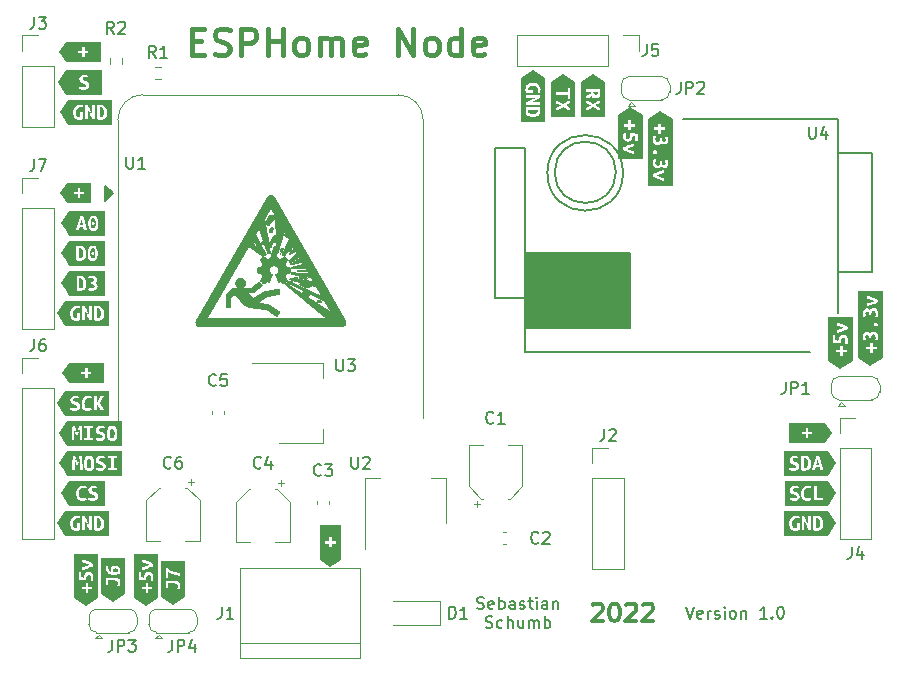
<source format=gto>
%TF.GenerationSoftware,KiCad,Pcbnew,(6.0.6)*%
%TF.CreationDate,2022-07-17T21:08:35+02:00*%
%TF.ProjectId,esp8266-homenode,65737038-3236-4362-9d68-6f6d656e6f64,rev?*%
%TF.SameCoordinates,Original*%
%TF.FileFunction,Legend,Top*%
%TF.FilePolarity,Positive*%
%FSLAX46Y46*%
G04 Gerber Fmt 4.6, Leading zero omitted, Abs format (unit mm)*
G04 Created by KiCad (PCBNEW (6.0.6)) date 2022-07-17 21:08:35*
%MOMM*%
%LPD*%
G01*
G04 APERTURE LIST*
%ADD10C,0.200000*%
%ADD11C,0.375000*%
%ADD12C,0.400000*%
%ADD13C,0.150000*%
%ADD14C,0.120000*%
%ADD15C,0.010000*%
G04 APERTURE END LIST*
D10*
X141224523Y-104862380D02*
X141557857Y-105862380D01*
X141891190Y-104862380D01*
X142605476Y-105814761D02*
X142510238Y-105862380D01*
X142319761Y-105862380D01*
X142224523Y-105814761D01*
X142176904Y-105719523D01*
X142176904Y-105338571D01*
X142224523Y-105243333D01*
X142319761Y-105195714D01*
X142510238Y-105195714D01*
X142605476Y-105243333D01*
X142653095Y-105338571D01*
X142653095Y-105433809D01*
X142176904Y-105529047D01*
X143081666Y-105862380D02*
X143081666Y-105195714D01*
X143081666Y-105386190D02*
X143129285Y-105290952D01*
X143176904Y-105243333D01*
X143272142Y-105195714D01*
X143367380Y-105195714D01*
X143653095Y-105814761D02*
X143748333Y-105862380D01*
X143938809Y-105862380D01*
X144034047Y-105814761D01*
X144081666Y-105719523D01*
X144081666Y-105671904D01*
X144034047Y-105576666D01*
X143938809Y-105529047D01*
X143795952Y-105529047D01*
X143700714Y-105481428D01*
X143653095Y-105386190D01*
X143653095Y-105338571D01*
X143700714Y-105243333D01*
X143795952Y-105195714D01*
X143938809Y-105195714D01*
X144034047Y-105243333D01*
X144510238Y-105862380D02*
X144510238Y-105195714D01*
X144510238Y-104862380D02*
X144462619Y-104910000D01*
X144510238Y-104957619D01*
X144557857Y-104910000D01*
X144510238Y-104862380D01*
X144510238Y-104957619D01*
X145129285Y-105862380D02*
X145034047Y-105814761D01*
X144986428Y-105767142D01*
X144938809Y-105671904D01*
X144938809Y-105386190D01*
X144986428Y-105290952D01*
X145034047Y-105243333D01*
X145129285Y-105195714D01*
X145272142Y-105195714D01*
X145367380Y-105243333D01*
X145415000Y-105290952D01*
X145462619Y-105386190D01*
X145462619Y-105671904D01*
X145415000Y-105767142D01*
X145367380Y-105814761D01*
X145272142Y-105862380D01*
X145129285Y-105862380D01*
X145891190Y-105195714D02*
X145891190Y-105862380D01*
X145891190Y-105290952D02*
X145938809Y-105243333D01*
X146034047Y-105195714D01*
X146176904Y-105195714D01*
X146272142Y-105243333D01*
X146319761Y-105338571D01*
X146319761Y-105862380D01*
X148081666Y-105862380D02*
X147510238Y-105862380D01*
X147795952Y-105862380D02*
X147795952Y-104862380D01*
X147700714Y-105005238D01*
X147605476Y-105100476D01*
X147510238Y-105148095D01*
X148510238Y-105767142D02*
X148557857Y-105814761D01*
X148510238Y-105862380D01*
X148462619Y-105814761D01*
X148510238Y-105767142D01*
X148510238Y-105862380D01*
X149176904Y-104862380D02*
X149272142Y-104862380D01*
X149367380Y-104910000D01*
X149415000Y-104957619D01*
X149462619Y-105052857D01*
X149510238Y-105243333D01*
X149510238Y-105481428D01*
X149462619Y-105671904D01*
X149415000Y-105767142D01*
X149367380Y-105814761D01*
X149272142Y-105862380D01*
X149176904Y-105862380D01*
X149081666Y-105814761D01*
X149034047Y-105767142D01*
X148986428Y-105671904D01*
X148938809Y-105481428D01*
X148938809Y-105243333D01*
X148986428Y-105052857D01*
X149034047Y-104957619D01*
X149081666Y-104910000D01*
X149176904Y-104862380D01*
D11*
X133318571Y-104731428D02*
X133390000Y-104660000D01*
X133532857Y-104588571D01*
X133890000Y-104588571D01*
X134032857Y-104660000D01*
X134104285Y-104731428D01*
X134175714Y-104874285D01*
X134175714Y-105017142D01*
X134104285Y-105231428D01*
X133247142Y-106088571D01*
X134175714Y-106088571D01*
X135104285Y-104588571D02*
X135247142Y-104588571D01*
X135390000Y-104660000D01*
X135461428Y-104731428D01*
X135532857Y-104874285D01*
X135604285Y-105160000D01*
X135604285Y-105517142D01*
X135532857Y-105802857D01*
X135461428Y-105945714D01*
X135390000Y-106017142D01*
X135247142Y-106088571D01*
X135104285Y-106088571D01*
X134961428Y-106017142D01*
X134890000Y-105945714D01*
X134818571Y-105802857D01*
X134747142Y-105517142D01*
X134747142Y-105160000D01*
X134818571Y-104874285D01*
X134890000Y-104731428D01*
X134961428Y-104660000D01*
X135104285Y-104588571D01*
X136175714Y-104731428D02*
X136247142Y-104660000D01*
X136390000Y-104588571D01*
X136747142Y-104588571D01*
X136890000Y-104660000D01*
X136961428Y-104731428D01*
X137032857Y-104874285D01*
X137032857Y-105017142D01*
X136961428Y-105231428D01*
X136104285Y-106088571D01*
X137032857Y-106088571D01*
X137604285Y-104731428D02*
X137675714Y-104660000D01*
X137818571Y-104588571D01*
X138175714Y-104588571D01*
X138318571Y-104660000D01*
X138390000Y-104731428D01*
X138461428Y-104874285D01*
X138461428Y-105017142D01*
X138390000Y-105231428D01*
X137532857Y-106088571D01*
X138461428Y-106088571D01*
D12*
X99385000Y-56989285D02*
X100135000Y-56989285D01*
X100456428Y-58167857D02*
X99385000Y-58167857D01*
X99385000Y-55917857D01*
X100456428Y-55917857D01*
X101313571Y-58060714D02*
X101635000Y-58167857D01*
X102170714Y-58167857D01*
X102385000Y-58060714D01*
X102492142Y-57953571D01*
X102599285Y-57739285D01*
X102599285Y-57525000D01*
X102492142Y-57310714D01*
X102385000Y-57203571D01*
X102170714Y-57096428D01*
X101742142Y-56989285D01*
X101527857Y-56882142D01*
X101420714Y-56775000D01*
X101313571Y-56560714D01*
X101313571Y-56346428D01*
X101420714Y-56132142D01*
X101527857Y-56025000D01*
X101742142Y-55917857D01*
X102277857Y-55917857D01*
X102599285Y-56025000D01*
X103563571Y-58167857D02*
X103563571Y-55917857D01*
X104420714Y-55917857D01*
X104635000Y-56025000D01*
X104742142Y-56132142D01*
X104849285Y-56346428D01*
X104849285Y-56667857D01*
X104742142Y-56882142D01*
X104635000Y-56989285D01*
X104420714Y-57096428D01*
X103563571Y-57096428D01*
X105813571Y-58167857D02*
X105813571Y-55917857D01*
X105813571Y-56989285D02*
X107099285Y-56989285D01*
X107099285Y-58167857D02*
X107099285Y-55917857D01*
X108492142Y-58167857D02*
X108277857Y-58060714D01*
X108170714Y-57953571D01*
X108063571Y-57739285D01*
X108063571Y-57096428D01*
X108170714Y-56882142D01*
X108277857Y-56775000D01*
X108492142Y-56667857D01*
X108813571Y-56667857D01*
X109027857Y-56775000D01*
X109135000Y-56882142D01*
X109242142Y-57096428D01*
X109242142Y-57739285D01*
X109135000Y-57953571D01*
X109027857Y-58060714D01*
X108813571Y-58167857D01*
X108492142Y-58167857D01*
X110206428Y-58167857D02*
X110206428Y-56667857D01*
X110206428Y-56882142D02*
X110313571Y-56775000D01*
X110527857Y-56667857D01*
X110849285Y-56667857D01*
X111063571Y-56775000D01*
X111170714Y-56989285D01*
X111170714Y-58167857D01*
X111170714Y-56989285D02*
X111277857Y-56775000D01*
X111492142Y-56667857D01*
X111813571Y-56667857D01*
X112027857Y-56775000D01*
X112135000Y-56989285D01*
X112135000Y-58167857D01*
X114063571Y-58060714D02*
X113849285Y-58167857D01*
X113420714Y-58167857D01*
X113206428Y-58060714D01*
X113099285Y-57846428D01*
X113099285Y-56989285D01*
X113206428Y-56775000D01*
X113420714Y-56667857D01*
X113849285Y-56667857D01*
X114063571Y-56775000D01*
X114170714Y-56989285D01*
X114170714Y-57203571D01*
X113099285Y-57417857D01*
X116849285Y-58167857D02*
X116849285Y-55917857D01*
X118135000Y-58167857D01*
X118135000Y-55917857D01*
X119527857Y-58167857D02*
X119313571Y-58060714D01*
X119206428Y-57953571D01*
X119099285Y-57739285D01*
X119099285Y-57096428D01*
X119206428Y-56882142D01*
X119313571Y-56775000D01*
X119527857Y-56667857D01*
X119849285Y-56667857D01*
X120063571Y-56775000D01*
X120170714Y-56882142D01*
X120277857Y-57096428D01*
X120277857Y-57739285D01*
X120170714Y-57953571D01*
X120063571Y-58060714D01*
X119849285Y-58167857D01*
X119527857Y-58167857D01*
X122206428Y-58167857D02*
X122206428Y-55917857D01*
X122206428Y-58060714D02*
X121992142Y-58167857D01*
X121563571Y-58167857D01*
X121349285Y-58060714D01*
X121242142Y-57953571D01*
X121135000Y-57739285D01*
X121135000Y-57096428D01*
X121242142Y-56882142D01*
X121349285Y-56775000D01*
X121563571Y-56667857D01*
X121992142Y-56667857D01*
X122206428Y-56775000D01*
X124135000Y-58060714D02*
X123920714Y-58167857D01*
X123492142Y-58167857D01*
X123277857Y-58060714D01*
X123170714Y-57846428D01*
X123170714Y-56989285D01*
X123277857Y-56775000D01*
X123492142Y-56667857D01*
X123920714Y-56667857D01*
X124135000Y-56775000D01*
X124242142Y-56989285D01*
X124242142Y-57203571D01*
X123170714Y-57417857D01*
D10*
X123547619Y-105009761D02*
X123690476Y-105057380D01*
X123928571Y-105057380D01*
X124023809Y-105009761D01*
X124071428Y-104962142D01*
X124119047Y-104866904D01*
X124119047Y-104771666D01*
X124071428Y-104676428D01*
X124023809Y-104628809D01*
X123928571Y-104581190D01*
X123738095Y-104533571D01*
X123642857Y-104485952D01*
X123595238Y-104438333D01*
X123547619Y-104343095D01*
X123547619Y-104247857D01*
X123595238Y-104152619D01*
X123642857Y-104105000D01*
X123738095Y-104057380D01*
X123976190Y-104057380D01*
X124119047Y-104105000D01*
X124928571Y-105009761D02*
X124833333Y-105057380D01*
X124642857Y-105057380D01*
X124547619Y-105009761D01*
X124500000Y-104914523D01*
X124500000Y-104533571D01*
X124547619Y-104438333D01*
X124642857Y-104390714D01*
X124833333Y-104390714D01*
X124928571Y-104438333D01*
X124976190Y-104533571D01*
X124976190Y-104628809D01*
X124500000Y-104724047D01*
X125404761Y-105057380D02*
X125404761Y-104057380D01*
X125404761Y-104438333D02*
X125500000Y-104390714D01*
X125690476Y-104390714D01*
X125785714Y-104438333D01*
X125833333Y-104485952D01*
X125880952Y-104581190D01*
X125880952Y-104866904D01*
X125833333Y-104962142D01*
X125785714Y-105009761D01*
X125690476Y-105057380D01*
X125500000Y-105057380D01*
X125404761Y-105009761D01*
X126738095Y-105057380D02*
X126738095Y-104533571D01*
X126690476Y-104438333D01*
X126595238Y-104390714D01*
X126404761Y-104390714D01*
X126309523Y-104438333D01*
X126738095Y-105009761D02*
X126642857Y-105057380D01*
X126404761Y-105057380D01*
X126309523Y-105009761D01*
X126261904Y-104914523D01*
X126261904Y-104819285D01*
X126309523Y-104724047D01*
X126404761Y-104676428D01*
X126642857Y-104676428D01*
X126738095Y-104628809D01*
X127166666Y-105009761D02*
X127261904Y-105057380D01*
X127452380Y-105057380D01*
X127547619Y-105009761D01*
X127595238Y-104914523D01*
X127595238Y-104866904D01*
X127547619Y-104771666D01*
X127452380Y-104724047D01*
X127309523Y-104724047D01*
X127214285Y-104676428D01*
X127166666Y-104581190D01*
X127166666Y-104533571D01*
X127214285Y-104438333D01*
X127309523Y-104390714D01*
X127452380Y-104390714D01*
X127547619Y-104438333D01*
X127880952Y-104390714D02*
X128261904Y-104390714D01*
X128023809Y-104057380D02*
X128023809Y-104914523D01*
X128071428Y-105009761D01*
X128166666Y-105057380D01*
X128261904Y-105057380D01*
X128595238Y-105057380D02*
X128595238Y-104390714D01*
X128595238Y-104057380D02*
X128547619Y-104105000D01*
X128595238Y-104152619D01*
X128642857Y-104105000D01*
X128595238Y-104057380D01*
X128595238Y-104152619D01*
X129500000Y-105057380D02*
X129500000Y-104533571D01*
X129452380Y-104438333D01*
X129357142Y-104390714D01*
X129166666Y-104390714D01*
X129071428Y-104438333D01*
X129500000Y-105009761D02*
X129404761Y-105057380D01*
X129166666Y-105057380D01*
X129071428Y-105009761D01*
X129023809Y-104914523D01*
X129023809Y-104819285D01*
X129071428Y-104724047D01*
X129166666Y-104676428D01*
X129404761Y-104676428D01*
X129500000Y-104628809D01*
X129976190Y-104390714D02*
X129976190Y-105057380D01*
X129976190Y-104485952D02*
X130023809Y-104438333D01*
X130119047Y-104390714D01*
X130261904Y-104390714D01*
X130357142Y-104438333D01*
X130404761Y-104533571D01*
X130404761Y-105057380D01*
X124261904Y-106619761D02*
X124404761Y-106667380D01*
X124642857Y-106667380D01*
X124738095Y-106619761D01*
X124785714Y-106572142D01*
X124833333Y-106476904D01*
X124833333Y-106381666D01*
X124785714Y-106286428D01*
X124738095Y-106238809D01*
X124642857Y-106191190D01*
X124452380Y-106143571D01*
X124357142Y-106095952D01*
X124309523Y-106048333D01*
X124261904Y-105953095D01*
X124261904Y-105857857D01*
X124309523Y-105762619D01*
X124357142Y-105715000D01*
X124452380Y-105667380D01*
X124690476Y-105667380D01*
X124833333Y-105715000D01*
X125690476Y-106619761D02*
X125595238Y-106667380D01*
X125404761Y-106667380D01*
X125309523Y-106619761D01*
X125261904Y-106572142D01*
X125214285Y-106476904D01*
X125214285Y-106191190D01*
X125261904Y-106095952D01*
X125309523Y-106048333D01*
X125404761Y-106000714D01*
X125595238Y-106000714D01*
X125690476Y-106048333D01*
X126119047Y-106667380D02*
X126119047Y-105667380D01*
X126547619Y-106667380D02*
X126547619Y-106143571D01*
X126500000Y-106048333D01*
X126404761Y-106000714D01*
X126261904Y-106000714D01*
X126166666Y-106048333D01*
X126119047Y-106095952D01*
X127452380Y-106000714D02*
X127452380Y-106667380D01*
X127023809Y-106000714D02*
X127023809Y-106524523D01*
X127071428Y-106619761D01*
X127166666Y-106667380D01*
X127309523Y-106667380D01*
X127404761Y-106619761D01*
X127452380Y-106572142D01*
X127928571Y-106667380D02*
X127928571Y-106000714D01*
X127928571Y-106095952D02*
X127976190Y-106048333D01*
X128071428Y-106000714D01*
X128214285Y-106000714D01*
X128309523Y-106048333D01*
X128357142Y-106143571D01*
X128357142Y-106667380D01*
X128357142Y-106143571D02*
X128404761Y-106048333D01*
X128500000Y-106000714D01*
X128642857Y-106000714D01*
X128738095Y-106048333D01*
X128785714Y-106143571D01*
X128785714Y-106667380D01*
X129261904Y-106667380D02*
X129261904Y-105667380D01*
X129261904Y-106048333D02*
X129357142Y-106000714D01*
X129547619Y-106000714D01*
X129642857Y-106048333D01*
X129690476Y-106095952D01*
X129738095Y-106191190D01*
X129738095Y-106476904D01*
X129690476Y-106572142D01*
X129642857Y-106619761D01*
X129547619Y-106667380D01*
X129357142Y-106667380D01*
X129261904Y-106619761D01*
D13*
%TO.C,U1*%
X93853095Y-66762380D02*
X93853095Y-67571904D01*
X93900714Y-67667142D01*
X93948333Y-67714761D01*
X94043571Y-67762380D01*
X94234047Y-67762380D01*
X94329285Y-67714761D01*
X94376904Y-67667142D01*
X94424523Y-67571904D01*
X94424523Y-66762380D01*
X95424523Y-67762380D02*
X94853095Y-67762380D01*
X95138809Y-67762380D02*
X95138809Y-66762380D01*
X95043571Y-66905238D01*
X94948333Y-67000476D01*
X94853095Y-67048095D01*
%TO.C,U2*%
X112903095Y-92162380D02*
X112903095Y-92971904D01*
X112950714Y-93067142D01*
X112998333Y-93114761D01*
X113093571Y-93162380D01*
X113284047Y-93162380D01*
X113379285Y-93114761D01*
X113426904Y-93067142D01*
X113474523Y-92971904D01*
X113474523Y-92162380D01*
X113903095Y-92257619D02*
X113950714Y-92210000D01*
X114045952Y-92162380D01*
X114284047Y-92162380D01*
X114379285Y-92210000D01*
X114426904Y-92257619D01*
X114474523Y-92352857D01*
X114474523Y-92448095D01*
X114426904Y-92590952D01*
X113855476Y-93162380D01*
X114474523Y-93162380D01*
%TO.C,U3*%
X111633095Y-83907380D02*
X111633095Y-84716904D01*
X111680714Y-84812142D01*
X111728333Y-84859761D01*
X111823571Y-84907380D01*
X112014047Y-84907380D01*
X112109285Y-84859761D01*
X112156904Y-84812142D01*
X112204523Y-84716904D01*
X112204523Y-83907380D01*
X112585476Y-83907380D02*
X113204523Y-83907380D01*
X112871190Y-84288333D01*
X113014047Y-84288333D01*
X113109285Y-84335952D01*
X113156904Y-84383571D01*
X113204523Y-84478809D01*
X113204523Y-84716904D01*
X113156904Y-84812142D01*
X113109285Y-84859761D01*
X113014047Y-84907380D01*
X112728333Y-84907380D01*
X112633095Y-84859761D01*
X112585476Y-84812142D01*
%TO.C,C1*%
X124928333Y-89257142D02*
X124880714Y-89304761D01*
X124737857Y-89352380D01*
X124642619Y-89352380D01*
X124499761Y-89304761D01*
X124404523Y-89209523D01*
X124356904Y-89114285D01*
X124309285Y-88923809D01*
X124309285Y-88780952D01*
X124356904Y-88590476D01*
X124404523Y-88495238D01*
X124499761Y-88400000D01*
X124642619Y-88352380D01*
X124737857Y-88352380D01*
X124880714Y-88400000D01*
X124928333Y-88447619D01*
X125880714Y-89352380D02*
X125309285Y-89352380D01*
X125595000Y-89352380D02*
X125595000Y-88352380D01*
X125499761Y-88495238D01*
X125404523Y-88590476D01*
X125309285Y-88638095D01*
%TO.C,C2*%
X128738333Y-99417142D02*
X128690714Y-99464761D01*
X128547857Y-99512380D01*
X128452619Y-99512380D01*
X128309761Y-99464761D01*
X128214523Y-99369523D01*
X128166904Y-99274285D01*
X128119285Y-99083809D01*
X128119285Y-98940952D01*
X128166904Y-98750476D01*
X128214523Y-98655238D01*
X128309761Y-98560000D01*
X128452619Y-98512380D01*
X128547857Y-98512380D01*
X128690714Y-98560000D01*
X128738333Y-98607619D01*
X129119285Y-98607619D02*
X129166904Y-98560000D01*
X129262142Y-98512380D01*
X129500238Y-98512380D01*
X129595476Y-98560000D01*
X129643095Y-98607619D01*
X129690714Y-98702857D01*
X129690714Y-98798095D01*
X129643095Y-98940952D01*
X129071666Y-99512380D01*
X129690714Y-99512380D01*
%TO.C,C3*%
X110323333Y-93702142D02*
X110275714Y-93749761D01*
X110132857Y-93797380D01*
X110037619Y-93797380D01*
X109894761Y-93749761D01*
X109799523Y-93654523D01*
X109751904Y-93559285D01*
X109704285Y-93368809D01*
X109704285Y-93225952D01*
X109751904Y-93035476D01*
X109799523Y-92940238D01*
X109894761Y-92845000D01*
X110037619Y-92797380D01*
X110132857Y-92797380D01*
X110275714Y-92845000D01*
X110323333Y-92892619D01*
X110656666Y-92797380D02*
X111275714Y-92797380D01*
X110942380Y-93178333D01*
X111085238Y-93178333D01*
X111180476Y-93225952D01*
X111228095Y-93273571D01*
X111275714Y-93368809D01*
X111275714Y-93606904D01*
X111228095Y-93702142D01*
X111180476Y-93749761D01*
X111085238Y-93797380D01*
X110799523Y-93797380D01*
X110704285Y-93749761D01*
X110656666Y-93702142D01*
%TO.C,C4*%
X105243333Y-93067142D02*
X105195714Y-93114761D01*
X105052857Y-93162380D01*
X104957619Y-93162380D01*
X104814761Y-93114761D01*
X104719523Y-93019523D01*
X104671904Y-92924285D01*
X104624285Y-92733809D01*
X104624285Y-92590952D01*
X104671904Y-92400476D01*
X104719523Y-92305238D01*
X104814761Y-92210000D01*
X104957619Y-92162380D01*
X105052857Y-92162380D01*
X105195714Y-92210000D01*
X105243333Y-92257619D01*
X106100476Y-92495714D02*
X106100476Y-93162380D01*
X105862380Y-92114761D02*
X105624285Y-92829047D01*
X106243333Y-92829047D01*
%TO.C,C5*%
X101433333Y-86082142D02*
X101385714Y-86129761D01*
X101242857Y-86177380D01*
X101147619Y-86177380D01*
X101004761Y-86129761D01*
X100909523Y-86034523D01*
X100861904Y-85939285D01*
X100814285Y-85748809D01*
X100814285Y-85605952D01*
X100861904Y-85415476D01*
X100909523Y-85320238D01*
X101004761Y-85225000D01*
X101147619Y-85177380D01*
X101242857Y-85177380D01*
X101385714Y-85225000D01*
X101433333Y-85272619D01*
X102338095Y-85177380D02*
X101861904Y-85177380D01*
X101814285Y-85653571D01*
X101861904Y-85605952D01*
X101957142Y-85558333D01*
X102195238Y-85558333D01*
X102290476Y-85605952D01*
X102338095Y-85653571D01*
X102385714Y-85748809D01*
X102385714Y-85986904D01*
X102338095Y-86082142D01*
X102290476Y-86129761D01*
X102195238Y-86177380D01*
X101957142Y-86177380D01*
X101861904Y-86129761D01*
X101814285Y-86082142D01*
%TO.C,C6*%
X97623333Y-93067142D02*
X97575714Y-93114761D01*
X97432857Y-93162380D01*
X97337619Y-93162380D01*
X97194761Y-93114761D01*
X97099523Y-93019523D01*
X97051904Y-92924285D01*
X97004285Y-92733809D01*
X97004285Y-92590952D01*
X97051904Y-92400476D01*
X97099523Y-92305238D01*
X97194761Y-92210000D01*
X97337619Y-92162380D01*
X97432857Y-92162380D01*
X97575714Y-92210000D01*
X97623333Y-92257619D01*
X98480476Y-92162380D02*
X98290000Y-92162380D01*
X98194761Y-92210000D01*
X98147142Y-92257619D01*
X98051904Y-92400476D01*
X98004285Y-92590952D01*
X98004285Y-92971904D01*
X98051904Y-93067142D01*
X98099523Y-93114761D01*
X98194761Y-93162380D01*
X98385238Y-93162380D01*
X98480476Y-93114761D01*
X98528095Y-93067142D01*
X98575714Y-92971904D01*
X98575714Y-92733809D01*
X98528095Y-92638571D01*
X98480476Y-92590952D01*
X98385238Y-92543333D01*
X98194761Y-92543333D01*
X98099523Y-92590952D01*
X98051904Y-92638571D01*
X98004285Y-92733809D01*
%TO.C,D1*%
X121181904Y-105862380D02*
X121181904Y-104862380D01*
X121420000Y-104862380D01*
X121562857Y-104910000D01*
X121658095Y-105005238D01*
X121705714Y-105100476D01*
X121753333Y-105290952D01*
X121753333Y-105433809D01*
X121705714Y-105624285D01*
X121658095Y-105719523D01*
X121562857Y-105814761D01*
X121420000Y-105862380D01*
X121181904Y-105862380D01*
X122705714Y-105862380D02*
X122134285Y-105862380D01*
X122420000Y-105862380D02*
X122420000Y-104862380D01*
X122324761Y-105005238D01*
X122229523Y-105100476D01*
X122134285Y-105148095D01*
%TO.C,J1*%
X101901666Y-104862380D02*
X101901666Y-105576666D01*
X101854047Y-105719523D01*
X101758809Y-105814761D01*
X101615952Y-105862380D01*
X101520714Y-105862380D01*
X102901666Y-105862380D02*
X102330238Y-105862380D01*
X102615952Y-105862380D02*
X102615952Y-104862380D01*
X102520714Y-105005238D01*
X102425476Y-105100476D01*
X102330238Y-105148095D01*
%TO.C,J4*%
X155241666Y-99782380D02*
X155241666Y-100496666D01*
X155194047Y-100639523D01*
X155098809Y-100734761D01*
X154955952Y-100782380D01*
X154860714Y-100782380D01*
X156146428Y-100115714D02*
X156146428Y-100782380D01*
X155908333Y-99734761D02*
X155670238Y-100449047D01*
X156289285Y-100449047D01*
%TO.C,JP2*%
X140771666Y-60412380D02*
X140771666Y-61126666D01*
X140724047Y-61269523D01*
X140628809Y-61364761D01*
X140485952Y-61412380D01*
X140390714Y-61412380D01*
X141247857Y-61412380D02*
X141247857Y-60412380D01*
X141628809Y-60412380D01*
X141724047Y-60460000D01*
X141771666Y-60507619D01*
X141819285Y-60602857D01*
X141819285Y-60745714D01*
X141771666Y-60840952D01*
X141724047Y-60888571D01*
X141628809Y-60936190D01*
X141247857Y-60936190D01*
X142200238Y-60507619D02*
X142247857Y-60460000D01*
X142343095Y-60412380D01*
X142581190Y-60412380D01*
X142676428Y-60460000D01*
X142724047Y-60507619D01*
X142771666Y-60602857D01*
X142771666Y-60698095D01*
X142724047Y-60840952D01*
X142152619Y-61412380D01*
X142771666Y-61412380D01*
%TO.C,R2*%
X92797333Y-56332380D02*
X92464000Y-55856190D01*
X92225904Y-56332380D02*
X92225904Y-55332380D01*
X92606857Y-55332380D01*
X92702095Y-55380000D01*
X92749714Y-55427619D01*
X92797333Y-55522857D01*
X92797333Y-55665714D01*
X92749714Y-55760952D01*
X92702095Y-55808571D01*
X92606857Y-55856190D01*
X92225904Y-55856190D01*
X93178285Y-55427619D02*
X93225904Y-55380000D01*
X93321142Y-55332380D01*
X93559238Y-55332380D01*
X93654476Y-55380000D01*
X93702095Y-55427619D01*
X93749714Y-55522857D01*
X93749714Y-55618095D01*
X93702095Y-55760952D01*
X93130666Y-56332380D01*
X93749714Y-56332380D01*
%TO.C,JP4*%
X97718666Y-107656380D02*
X97718666Y-108370666D01*
X97671047Y-108513523D01*
X97575809Y-108608761D01*
X97432952Y-108656380D01*
X97337714Y-108656380D01*
X98194857Y-108656380D02*
X98194857Y-107656380D01*
X98575809Y-107656380D01*
X98671047Y-107704000D01*
X98718666Y-107751619D01*
X98766285Y-107846857D01*
X98766285Y-107989714D01*
X98718666Y-108084952D01*
X98671047Y-108132571D01*
X98575809Y-108180190D01*
X98194857Y-108180190D01*
X99623428Y-107989714D02*
X99623428Y-108656380D01*
X99385333Y-107608761D02*
X99147238Y-108323047D01*
X99766285Y-108323047D01*
%TO.C,JP1*%
X149661666Y-85812380D02*
X149661666Y-86526666D01*
X149614047Y-86669523D01*
X149518809Y-86764761D01*
X149375952Y-86812380D01*
X149280714Y-86812380D01*
X150137857Y-86812380D02*
X150137857Y-85812380D01*
X150518809Y-85812380D01*
X150614047Y-85860000D01*
X150661666Y-85907619D01*
X150709285Y-86002857D01*
X150709285Y-86145714D01*
X150661666Y-86240952D01*
X150614047Y-86288571D01*
X150518809Y-86336190D01*
X150137857Y-86336190D01*
X151661666Y-86812380D02*
X151090238Y-86812380D01*
X151375952Y-86812380D02*
X151375952Y-85812380D01*
X151280714Y-85955238D01*
X151185476Y-86050476D01*
X151090238Y-86098095D01*
%TO.C,J7*%
X86026666Y-66977380D02*
X86026666Y-67691666D01*
X85979047Y-67834523D01*
X85883809Y-67929761D01*
X85740952Y-67977380D01*
X85645714Y-67977380D01*
X86407619Y-66977380D02*
X87074285Y-66977380D01*
X86645714Y-67977380D01*
%TO.C,J3*%
X86026666Y-54922380D02*
X86026666Y-55636666D01*
X85979047Y-55779523D01*
X85883809Y-55874761D01*
X85740952Y-55922380D01*
X85645714Y-55922380D01*
X86407619Y-54922380D02*
X87026666Y-54922380D01*
X86693333Y-55303333D01*
X86836190Y-55303333D01*
X86931428Y-55350952D01*
X86979047Y-55398571D01*
X87026666Y-55493809D01*
X87026666Y-55731904D01*
X86979047Y-55827142D01*
X86931428Y-55874761D01*
X86836190Y-55922380D01*
X86550476Y-55922380D01*
X86455238Y-55874761D01*
X86407619Y-55827142D01*
%TO.C,J2*%
X134286666Y-89832380D02*
X134286666Y-90546666D01*
X134239047Y-90689523D01*
X134143809Y-90784761D01*
X134000952Y-90832380D01*
X133905714Y-90832380D01*
X134715238Y-89927619D02*
X134762857Y-89880000D01*
X134858095Y-89832380D01*
X135096190Y-89832380D01*
X135191428Y-89880000D01*
X135239047Y-89927619D01*
X135286666Y-90022857D01*
X135286666Y-90118095D01*
X135239047Y-90260952D01*
X134667619Y-90832380D01*
X135286666Y-90832380D01*
%TO.C,J6*%
X86026666Y-82212380D02*
X86026666Y-82926666D01*
X85979047Y-83069523D01*
X85883809Y-83164761D01*
X85740952Y-83212380D01*
X85645714Y-83212380D01*
X86931428Y-82212380D02*
X86740952Y-82212380D01*
X86645714Y-82260000D01*
X86598095Y-82307619D01*
X86502857Y-82450476D01*
X86455238Y-82640952D01*
X86455238Y-83021904D01*
X86502857Y-83117142D01*
X86550476Y-83164761D01*
X86645714Y-83212380D01*
X86836190Y-83212380D01*
X86931428Y-83164761D01*
X86979047Y-83117142D01*
X87026666Y-83021904D01*
X87026666Y-82783809D01*
X86979047Y-82688571D01*
X86931428Y-82640952D01*
X86836190Y-82593333D01*
X86645714Y-82593333D01*
X86550476Y-82640952D01*
X86502857Y-82688571D01*
X86455238Y-82783809D01*
%TO.C,JP3*%
X92638666Y-107656380D02*
X92638666Y-108370666D01*
X92591047Y-108513523D01*
X92495809Y-108608761D01*
X92352952Y-108656380D01*
X92257714Y-108656380D01*
X93114857Y-108656380D02*
X93114857Y-107656380D01*
X93495809Y-107656380D01*
X93591047Y-107704000D01*
X93638666Y-107751619D01*
X93686285Y-107846857D01*
X93686285Y-107989714D01*
X93638666Y-108084952D01*
X93591047Y-108132571D01*
X93495809Y-108180190D01*
X93114857Y-108180190D01*
X94019619Y-107656380D02*
X94638666Y-107656380D01*
X94305333Y-108037333D01*
X94448190Y-108037333D01*
X94543428Y-108084952D01*
X94591047Y-108132571D01*
X94638666Y-108227809D01*
X94638666Y-108465904D01*
X94591047Y-108561142D01*
X94543428Y-108608761D01*
X94448190Y-108656380D01*
X94162476Y-108656380D01*
X94067238Y-108608761D01*
X94019619Y-108561142D01*
%TO.C,U4*%
X151638095Y-64222380D02*
X151638095Y-65031904D01*
X151685714Y-65127142D01*
X151733333Y-65174761D01*
X151828571Y-65222380D01*
X152019047Y-65222380D01*
X152114285Y-65174761D01*
X152161904Y-65127142D01*
X152209523Y-65031904D01*
X152209523Y-64222380D01*
X153114285Y-64555714D02*
X153114285Y-65222380D01*
X152876190Y-64174761D02*
X152638095Y-64889047D01*
X153257142Y-64889047D01*
%TO.C,J5*%
X137886666Y-57237380D02*
X137886666Y-57951666D01*
X137839047Y-58094523D01*
X137743809Y-58189761D01*
X137600952Y-58237380D01*
X137505714Y-58237380D01*
X138839047Y-57237380D02*
X138362857Y-57237380D01*
X138315238Y-57713571D01*
X138362857Y-57665952D01*
X138458095Y-57618333D01*
X138696190Y-57618333D01*
X138791428Y-57665952D01*
X138839047Y-57713571D01*
X138886666Y-57808809D01*
X138886666Y-58046904D01*
X138839047Y-58142142D01*
X138791428Y-58189761D01*
X138696190Y-58237380D01*
X138458095Y-58237380D01*
X138362857Y-58189761D01*
X138315238Y-58142142D01*
%TO.C,R1*%
X96353333Y-58364380D02*
X96020000Y-57888190D01*
X95781904Y-58364380D02*
X95781904Y-57364380D01*
X96162857Y-57364380D01*
X96258095Y-57412000D01*
X96305714Y-57459619D01*
X96353333Y-57554857D01*
X96353333Y-57697714D01*
X96305714Y-57792952D01*
X96258095Y-57840571D01*
X96162857Y-57888190D01*
X95781904Y-57888190D01*
X97305714Y-58364380D02*
X96734285Y-58364380D01*
X97020000Y-58364380D02*
X97020000Y-57364380D01*
X96924761Y-57507238D01*
X96829523Y-57602476D01*
X96734285Y-57650095D01*
D14*
%TO.C,U1*%
X93115000Y-89070000D02*
X93115000Y-63640000D01*
X118975000Y-88900000D02*
X118975000Y-63640000D01*
X116855000Y-61510000D02*
X95245000Y-61510000D01*
X95245000Y-61510000D02*
G75*
G03*
X93115000Y-63640000I2J-2130002D01*
G01*
X118975000Y-63640000D02*
G75*
G03*
X116845000Y-61510000I-2130000J0D01*
G01*
G36*
X92710000Y-69850000D02*
G01*
X92075000Y-70485000D01*
X92075000Y-69215000D01*
X92710000Y-69850000D01*
G37*
D13*
X92710000Y-69850000D02*
X92075000Y-70485000D01*
X92075000Y-69215000D01*
X92710000Y-69850000D01*
D14*
%TO.C,U2*%
X120885000Y-97735000D02*
X120885000Y-93975000D01*
X114065000Y-99985000D02*
X114065000Y-93975000D01*
X114065000Y-93975000D02*
X115325000Y-93975000D01*
X120885000Y-93975000D02*
X119625000Y-93975000D01*
%TO.C,U3*%
X106760000Y-91040000D02*
X110520000Y-91040000D01*
X110520000Y-84220000D02*
X110520000Y-85480000D01*
X104510000Y-84220000D02*
X110520000Y-84220000D01*
X110520000Y-91040000D02*
X110520000Y-89780000D01*
%TO.C,C1*%
X123899437Y-95710000D02*
X122835000Y-94645563D01*
X126290563Y-95710000D02*
X127355000Y-94645563D01*
X122835000Y-91190000D02*
X124035000Y-91190000D01*
X123285000Y-96200000D02*
X123785000Y-96200000D01*
X127355000Y-91190000D02*
X126155000Y-91190000D01*
X126290563Y-95710000D02*
X126155000Y-95710000D01*
X123535000Y-96450000D02*
X123535000Y-95950000D01*
X127355000Y-94645563D02*
X127355000Y-91190000D01*
X123899437Y-95710000D02*
X124035000Y-95710000D01*
X122835000Y-94645563D02*
X122835000Y-91190000D01*
%TO.C,C2*%
X125729420Y-99570000D02*
X126010580Y-99570000D01*
X125729420Y-98550000D02*
X126010580Y-98550000D01*
%TO.C,C3*%
X109980000Y-95884420D02*
X109980000Y-96165580D01*
X111000000Y-95884420D02*
X111000000Y-96165580D01*
%TO.C,C4*%
X107220000Y-94405000D02*
X106720000Y-94405000D01*
X107670000Y-95959437D02*
X107670000Y-99415000D01*
X106970000Y-94155000D02*
X106970000Y-94655000D01*
X106605563Y-94895000D02*
X106470000Y-94895000D01*
X103150000Y-95959437D02*
X103150000Y-99415000D01*
X103150000Y-99415000D02*
X104350000Y-99415000D01*
X106605563Y-94895000D02*
X107670000Y-95959437D01*
X104214437Y-94895000D02*
X103150000Y-95959437D01*
X107670000Y-99415000D02*
X106470000Y-99415000D01*
X104214437Y-94895000D02*
X104350000Y-94895000D01*
%TO.C,C5*%
X101090000Y-88264420D02*
X101090000Y-88545580D01*
X102110000Y-88264420D02*
X102110000Y-88545580D01*
%TO.C,C6*%
X96594437Y-94790000D02*
X96730000Y-94790000D01*
X98985563Y-94790000D02*
X98850000Y-94790000D01*
X96594437Y-94790000D02*
X95530000Y-95854437D01*
X100050000Y-99310000D02*
X98850000Y-99310000D01*
X95530000Y-95854437D02*
X95530000Y-99310000D01*
X99600000Y-94300000D02*
X99100000Y-94300000D01*
X100050000Y-95854437D02*
X100050000Y-99310000D01*
X98985563Y-94790000D02*
X100050000Y-95854437D01*
X95530000Y-99310000D02*
X96730000Y-99310000D01*
X99350000Y-94050000D02*
X99350000Y-94550000D01*
%TO.C,D1*%
X120360000Y-104410000D02*
X116460000Y-104410000D01*
X120360000Y-106410000D02*
X120360000Y-104410000D01*
X120360000Y-106410000D02*
X116460000Y-106410000D01*
%TO.C,J1*%
X113665000Y-109220000D02*
X113665000Y-101600000D01*
X113665000Y-107950000D02*
X103505000Y-107950000D01*
X103505000Y-109220000D02*
X113665000Y-109220000D01*
X103505000Y-101600000D02*
X103505000Y-109220000D01*
X113665000Y-101600000D02*
X103505000Y-101600000D01*
%TO.C,kibuzzard-62D44E49*%
G36*
X133350000Y-59750716D02*
G01*
X134384521Y-60440397D01*
X134384521Y-63439284D01*
X132315479Y-63439284D01*
X132315479Y-62867536D01*
X132728891Y-62867536D01*
X132858867Y-62813957D01*
X132938242Y-62777495D01*
X133023570Y-62735575D01*
X133113115Y-62689190D01*
X133205141Y-62639332D01*
X133296422Y-62587243D01*
X133383734Y-62534161D01*
X133957219Y-62847692D01*
X133957219Y-62601629D01*
X133564313Y-62397239D01*
X133957219Y-62202770D01*
X133957219Y-61938848D01*
X133377781Y-62260317D01*
X133290717Y-62211700D01*
X133200180Y-62161098D01*
X133109146Y-62110745D01*
X133020594Y-62062872D01*
X132936258Y-62018223D01*
X132857875Y-61977543D01*
X132728891Y-61919004D01*
X132728891Y-62182926D01*
X132836295Y-62228567D01*
X132956102Y-62282145D01*
X133079877Y-62339692D01*
X133199187Y-62397239D01*
X133076156Y-62455530D01*
X132953125Y-62511340D01*
X132835551Y-62561694D01*
X132728891Y-62603614D01*
X132728891Y-62867536D01*
X132315479Y-62867536D01*
X132315479Y-61875348D01*
X132728891Y-61875348D01*
X132858867Y-61818793D01*
X132995789Y-61750332D01*
X133126758Y-61676911D01*
X133240859Y-61605473D01*
X133296918Y-61692289D01*
X133373813Y-61750332D01*
X133466086Y-61783075D01*
X133568281Y-61793989D01*
X133664771Y-61785803D01*
X133747867Y-61761247D01*
X133873875Y-61666989D01*
X133917035Y-61599520D01*
X133947297Y-61520145D01*
X133965156Y-61429856D01*
X133971109Y-61329645D01*
X133969125Y-61260192D01*
X133964164Y-61176848D01*
X133954242Y-61090528D01*
X133939359Y-61012145D01*
X132728891Y-61012145D01*
X132728891Y-61256223D01*
X133181328Y-61256223D01*
X133181328Y-61383223D01*
X133068963Y-61450444D01*
X132958086Y-61513200D01*
X132845721Y-61570002D01*
X132728891Y-61619364D01*
X132728891Y-61875348D01*
X132315479Y-61875348D01*
X132315479Y-60440397D01*
X133350000Y-59750716D01*
G37*
G36*
X133757789Y-61295911D02*
G01*
X133758781Y-61329645D01*
X133747371Y-61417454D01*
X133713141Y-61486411D01*
X133654602Y-61531059D01*
X133570266Y-61545942D01*
X133432352Y-61490379D01*
X133395889Y-61417454D01*
X133383734Y-61309801D01*
X133383734Y-61256223D01*
X133752828Y-61256223D01*
X133757789Y-61295911D01*
G37*
%TO.C,J4*%
X154245000Y-91440000D02*
X154245000Y-99120000D01*
X156905000Y-91440000D02*
X156905000Y-99120000D01*
X154245000Y-88840000D02*
X155575000Y-88840000D01*
X154245000Y-90170000D02*
X154245000Y-88840000D01*
X154245000Y-99120000D02*
X156905000Y-99120000D01*
X154245000Y-91440000D02*
X156905000Y-91440000D01*
%TO.C,kibuzzard-62D44A53*%
G36*
X87970431Y-97790000D02*
G01*
X89086752Y-97790000D01*
X89095681Y-97939076D01*
X89122470Y-98068805D01*
X89165631Y-98178938D01*
X89223674Y-98269227D01*
X89295855Y-98339672D01*
X89381431Y-98390273D01*
X89479410Y-98420783D01*
X89588799Y-98430953D01*
X89710094Y-98425992D01*
X89812041Y-98411109D01*
X89834696Y-98405156D01*
X90116642Y-98405156D01*
X90336908Y-98405156D01*
X90336908Y-97589578D01*
X90410661Y-97725728D01*
X90481106Y-97861658D01*
X90548244Y-97997367D01*
X90612075Y-98133076D01*
X90672598Y-98269006D01*
X90729814Y-98405156D01*
X90926267Y-98405156D01*
X90926267Y-98391266D01*
X91124705Y-98391266D01*
X91258650Y-98414086D01*
X91386642Y-98421031D01*
X91506449Y-98412350D01*
X91615838Y-98386305D01*
X91712824Y-98341408D01*
X91795424Y-98276172D01*
X91862644Y-98189604D01*
X91913494Y-98080711D01*
X91945492Y-97948006D01*
X91956158Y-97790000D01*
X91946484Y-97635467D01*
X91917463Y-97505242D01*
X91871078Y-97397590D01*
X91809314Y-97310773D01*
X91732172Y-97244545D01*
X91639650Y-97198656D01*
X91534230Y-97171867D01*
X91418392Y-97162937D01*
X91281470Y-97168891D01*
X91124705Y-97192703D01*
X91124705Y-98391266D01*
X90926267Y-98391266D01*
X90926267Y-97176828D01*
X90706002Y-97176828D01*
X90706002Y-97932875D01*
X90671027Y-97855484D01*
X90629603Y-97766187D01*
X90582970Y-97669449D01*
X90532369Y-97569734D01*
X90479039Y-97468283D01*
X90424220Y-97366336D01*
X90368658Y-97267861D01*
X90313095Y-97176828D01*
X90116642Y-97176828D01*
X90116642Y-98405156D01*
X89834696Y-98405156D01*
X89947970Y-98375391D01*
X89947970Y-97762219D01*
X89703892Y-97762219D01*
X89703892Y-98210687D01*
X89656267Y-98216641D01*
X89608642Y-98218625D01*
X89490076Y-98192580D01*
X89404252Y-98114445D01*
X89365667Y-98032094D01*
X89342516Y-97923945D01*
X89334799Y-97790000D01*
X89339015Y-97698967D01*
X89351666Y-97616367D01*
X89407228Y-97481430D01*
X89505455Y-97393125D01*
X89652299Y-97361375D01*
X89783267Y-97383203D01*
X89890424Y-97432812D01*
X89953924Y-97238344D01*
X89913244Y-97214531D01*
X89844783Y-97184766D01*
X89746556Y-97159961D01*
X89618564Y-97149047D01*
X89510912Y-97159217D01*
X89410205Y-97189727D01*
X89319420Y-97240576D01*
X89241533Y-97311766D01*
X89177537Y-97402799D01*
X89128424Y-97513180D01*
X89097170Y-97642412D01*
X89086752Y-97790000D01*
X87970431Y-97790000D01*
X88673340Y-96735635D01*
X92369569Y-96735635D01*
X92369569Y-98844365D01*
X88673340Y-98844365D01*
X87970431Y-97790000D01*
G37*
G36*
X91573174Y-97409992D02*
G01*
X91654533Y-97502266D01*
X91696205Y-97635219D01*
X91708111Y-97790000D01*
X91704390Y-97877561D01*
X91693228Y-97957680D01*
X91643619Y-98089641D01*
X91552338Y-98176953D01*
X91412439Y-98208703D01*
X91390611Y-98208703D01*
X91368783Y-98206719D01*
X91368783Y-97381219D01*
X91404502Y-97376258D01*
X91440220Y-97375266D01*
X91573174Y-97409992D01*
G37*
%TO.C,kibuzzard-62D45440*%
G36*
X149979255Y-89311096D02*
G01*
X152978142Y-89311096D01*
X153550745Y-90170000D01*
X152978142Y-91028904D01*
X149979255Y-91028904D01*
X149979255Y-90270211D01*
X151061980Y-90270211D01*
X151373527Y-90270211D01*
X151373527Y-90615492D01*
X151583871Y-90615492D01*
X151583871Y-90270211D01*
X151895418Y-90270211D01*
X151895418Y-90069789D01*
X151583871Y-90069789D01*
X151583871Y-89724508D01*
X151373527Y-89724508D01*
X151373527Y-90069789D01*
X151061980Y-90069789D01*
X151061980Y-90270211D01*
X149979255Y-90270211D01*
X149979255Y-89311096D01*
G37*
%TO.C,kibuzzard-62D44A22*%
G36*
X88319102Y-95250000D02*
G01*
X89595744Y-95250000D01*
X89604302Y-95394983D01*
X89629974Y-95522355D01*
X89672762Y-95632116D01*
X89732666Y-95724266D01*
X89837617Y-95816870D01*
X89969909Y-95872432D01*
X90129541Y-95890953D01*
X90237937Y-95884256D01*
X90332939Y-95864164D01*
X90472838Y-95805625D01*
X90470301Y-95797687D01*
X90613728Y-95797687D01*
X90750650Y-95858211D01*
X90857310Y-95882768D01*
X90994728Y-95890953D01*
X91133965Y-95880480D01*
X91247405Y-95849061D01*
X91335049Y-95796695D01*
X91419137Y-95682842D01*
X91447166Y-95529797D01*
X91438732Y-95437275D01*
X91413431Y-95362117D01*
X91327111Y-95250992D01*
X91212017Y-95179555D01*
X91091963Y-95130937D01*
X91015564Y-95101172D01*
X90946111Y-95064461D01*
X90895510Y-95016836D01*
X90875666Y-94954328D01*
X90897273Y-94876056D01*
X90962096Y-94829092D01*
X91070135Y-94813437D01*
X91210033Y-94833281D01*
X91320166Y-94880906D01*
X91391603Y-94692391D01*
X91249720Y-94634844D01*
X91158191Y-94615496D01*
X91052275Y-94609047D01*
X90930677Y-94619851D01*
X90827820Y-94652262D01*
X90743705Y-94706281D01*
X90659617Y-94822367D01*
X90631588Y-94976156D01*
X90663338Y-95122008D01*
X90743705Y-95220234D01*
X90851853Y-95285719D01*
X90966947Y-95331359D01*
X91050291Y-95366086D01*
X91125697Y-95407758D01*
X91181260Y-95460344D01*
X91203088Y-95527812D01*
X91194158Y-95586352D01*
X91161416Y-95637945D01*
X91096924Y-95673664D01*
X90994728Y-95686562D01*
X90895758Y-95679617D01*
X90813158Y-95658781D01*
X90685166Y-95599250D01*
X90613728Y-95797687D01*
X90470301Y-95797687D01*
X90411322Y-95613141D01*
X90311111Y-95656797D01*
X90153353Y-95678625D01*
X90011719Y-95650596D01*
X89916220Y-95566508D01*
X89875982Y-95480849D01*
X89851839Y-95373362D01*
X89843791Y-95244047D01*
X89850488Y-95132922D01*
X89870580Y-95041641D01*
X89940033Y-94911664D01*
X90037267Y-94842211D01*
X90149385Y-94821375D01*
X90297220Y-94842211D01*
X90407353Y-94892812D01*
X90470853Y-94698344D01*
X90430174Y-94674531D01*
X90363697Y-94644766D01*
X90271424Y-94619961D01*
X90153353Y-94609047D01*
X90037019Y-94619713D01*
X89930111Y-94651711D01*
X89834861Y-94704297D01*
X89753502Y-94776727D01*
X89687273Y-94868256D01*
X89637416Y-94978141D01*
X89606162Y-95105637D01*
X89595744Y-95250000D01*
X88319102Y-95250000D01*
X89022012Y-94195635D01*
X92020898Y-94195635D01*
X92020898Y-96304365D01*
X89022012Y-96304365D01*
X88319102Y-95250000D01*
G37*
%TO.C,kibuzzard-62D44ABA*%
G36*
X91043345Y-72820609D02*
G01*
X90955537Y-72793076D01*
X90890549Y-72710477D01*
X90860783Y-72625700D01*
X90842924Y-72518213D01*
X90836970Y-72388016D01*
X90837885Y-72368172D01*
X90934205Y-72368172D01*
X90963970Y-72460445D01*
X91045330Y-72499141D01*
X91123713Y-72460445D01*
X91154470Y-72368172D01*
X91123713Y-72274906D01*
X91045330Y-72235219D01*
X90963970Y-72274906D01*
X90934205Y-72368172D01*
X90837885Y-72368172D01*
X90842924Y-72258921D01*
X90860783Y-72152095D01*
X90890549Y-72067539D01*
X90955537Y-71984939D01*
X91043345Y-71957406D01*
X91132394Y-71984939D01*
X91197135Y-72067539D01*
X91226349Y-72152095D01*
X91243878Y-72258921D01*
X91249720Y-72388016D01*
X91243878Y-72518213D01*
X91226349Y-72625700D01*
X91197135Y-72710477D01*
X91132394Y-72793076D01*
X91045330Y-72819996D01*
X91043345Y-72820609D01*
G37*
G36*
X90085885Y-72146914D02*
G01*
X90117635Y-72269945D01*
X90144424Y-72391984D01*
X90168236Y-72518984D01*
X89928127Y-72518984D01*
X89952931Y-72391984D01*
X89980713Y-72269945D01*
X90012463Y-72146914D01*
X90049174Y-72014953D01*
X90085885Y-72146914D01*
G37*
G36*
X88319102Y-72390000D02*
G01*
X89022012Y-71335635D01*
X92020898Y-71335635D01*
X92020898Y-73444365D01*
X89022012Y-73444365D01*
X88729206Y-73005156D01*
X89572924Y-73005156D01*
X89826924Y-73005156D01*
X89882486Y-72721391D01*
X90209908Y-72721391D01*
X90267455Y-73005156D01*
X90529392Y-73005156D01*
X90496650Y-72865893D01*
X90463511Y-72730677D01*
X90429975Y-72599510D01*
X90396042Y-72472391D01*
X90372507Y-72388016D01*
X90616705Y-72388016D01*
X90623526Y-72540316D01*
X90643990Y-72671781D01*
X90678096Y-72782410D01*
X90725845Y-72872203D01*
X90809630Y-72960398D01*
X90915464Y-73013314D01*
X91043345Y-73030953D01*
X91171227Y-73013314D01*
X91277061Y-72960398D01*
X91360845Y-72872203D01*
X91408595Y-72782410D01*
X91442701Y-72671781D01*
X91463165Y-72540316D01*
X91469986Y-72388016D01*
X91463165Y-72236645D01*
X91442701Y-72105986D01*
X91408595Y-71996040D01*
X91360845Y-71906805D01*
X91277061Y-71819161D01*
X91171227Y-71766576D01*
X91043345Y-71749047D01*
X90917448Y-71766686D01*
X90812276Y-71819602D01*
X90727830Y-71907797D01*
X90679213Y-71997342D01*
X90644486Y-72107227D01*
X90623650Y-72237451D01*
X90616705Y-72388016D01*
X90372507Y-72388016D01*
X90361713Y-72349320D01*
X90318491Y-72200058D01*
X90275144Y-72054889D01*
X90231674Y-71913812D01*
X90188080Y-71776828D01*
X89922174Y-71776828D01*
X89880130Y-71912696D01*
X89837342Y-72052408D01*
X89793809Y-72195965D01*
X89749533Y-72343367D01*
X89713894Y-72465406D01*
X89678413Y-72592605D01*
X89643091Y-72724962D01*
X89607928Y-72862480D01*
X89572924Y-73005156D01*
X88729206Y-73005156D01*
X88319102Y-72390000D01*
G37*
%TO.C,kibuzzard-62D449E8*%
G36*
X90791330Y-92315109D02*
G01*
X90849869Y-92406391D01*
X90877650Y-92542320D01*
X90882859Y-92623432D01*
X90884595Y-92710000D01*
X90882859Y-92796320D01*
X90877650Y-92876687D01*
X90849869Y-93012617D01*
X90790338Y-93104891D01*
X90690127Y-93138625D01*
X90588924Y-93104891D01*
X90530385Y-93013609D01*
X90502603Y-92877680D01*
X90497394Y-92796568D01*
X90495658Y-92710000D01*
X90497394Y-92623680D01*
X90502603Y-92543312D01*
X90530385Y-92407383D01*
X90588924Y-92315109D01*
X90690127Y-92281375D01*
X90791330Y-92315109D01*
G37*
G36*
X88131165Y-92710000D02*
G01*
X88834075Y-91655635D01*
X93478835Y-91655635D01*
X93478835Y-93764365D01*
X88834075Y-93764365D01*
X88541269Y-93325156D01*
X89247486Y-93325156D01*
X89471720Y-93325156D01*
X89461799Y-92370672D01*
X89606658Y-92890578D01*
X89785252Y-92890578D01*
X89936064Y-92370672D01*
X89924158Y-93325156D01*
X90148392Y-93325156D01*
X90143928Y-93168143D01*
X90138470Y-93014602D01*
X90131773Y-92863293D01*
X90123588Y-92712977D01*
X90123392Y-92710000D01*
X90247611Y-92710000D01*
X90254742Y-92859014D01*
X90276137Y-92988557D01*
X90311793Y-93098627D01*
X90361713Y-93189227D01*
X90449135Y-93279075D01*
X90559268Y-93332984D01*
X90692111Y-93350953D01*
X90821757Y-93332984D01*
X90930236Y-93279075D01*
X90951021Y-93257687D01*
X91265595Y-93257687D01*
X91402517Y-93318211D01*
X91509178Y-93342768D01*
X91646595Y-93350953D01*
X91785832Y-93340480D01*
X91841161Y-93325156D01*
X92285564Y-93325156D01*
X93065424Y-93325156D01*
X93065424Y-93122750D01*
X92799517Y-93122750D01*
X92799517Y-92299234D01*
X93065424Y-92299234D01*
X93065424Y-92096828D01*
X92285564Y-92096828D01*
X92285564Y-92299234D01*
X92553455Y-92299234D01*
X92553455Y-93122750D01*
X92285564Y-93122750D01*
X92285564Y-93325156D01*
X91841161Y-93325156D01*
X91899273Y-93309061D01*
X91986916Y-93256695D01*
X92071004Y-93142842D01*
X92099033Y-92989797D01*
X92090599Y-92897275D01*
X92065299Y-92822117D01*
X91978978Y-92710992D01*
X91863885Y-92639555D01*
X91743830Y-92590937D01*
X91667431Y-92561172D01*
X91597978Y-92524461D01*
X91547377Y-92476836D01*
X91527533Y-92414328D01*
X91549141Y-92336056D01*
X91613964Y-92289092D01*
X91722002Y-92273437D01*
X91861900Y-92293281D01*
X91972033Y-92340906D01*
X92043470Y-92152391D01*
X91901588Y-92094844D01*
X91810058Y-92075496D01*
X91704142Y-92069047D01*
X91582544Y-92079851D01*
X91479688Y-92112262D01*
X91395572Y-92166281D01*
X91311484Y-92282367D01*
X91283455Y-92436156D01*
X91315205Y-92582008D01*
X91395572Y-92680234D01*
X91503720Y-92745719D01*
X91618814Y-92791359D01*
X91702158Y-92826086D01*
X91777564Y-92867758D01*
X91833127Y-92920344D01*
X91854955Y-92987812D01*
X91846025Y-93046352D01*
X91813283Y-93097945D01*
X91748791Y-93133664D01*
X91646595Y-93146562D01*
X91547625Y-93139617D01*
X91465025Y-93118781D01*
X91337033Y-93059250D01*
X91265595Y-93257687D01*
X90951021Y-93257687D01*
X91017549Y-93189227D01*
X91067902Y-93098627D01*
X91103869Y-92988557D01*
X91125449Y-92859014D01*
X91132642Y-92710000D01*
X91125573Y-92560986D01*
X91104365Y-92431443D01*
X91069018Y-92321373D01*
X91019533Y-92230773D01*
X90932661Y-92140925D01*
X90822859Y-92087016D01*
X90690127Y-92069047D01*
X90561363Y-92087016D01*
X90452884Y-92140925D01*
X90364689Y-92230773D01*
X90313468Y-92321373D01*
X90276881Y-92431443D01*
X90254928Y-92560986D01*
X90247611Y-92710000D01*
X90123392Y-92710000D01*
X90113666Y-92562412D01*
X90101760Y-92410359D01*
X90088613Y-92255578D01*
X90074970Y-92096828D01*
X89872564Y-92096828D01*
X89836845Y-92202000D01*
X89793189Y-92337930D01*
X89743580Y-92488742D01*
X89693970Y-92640547D01*
X89648330Y-92497672D01*
X89600705Y-92344875D01*
X89556056Y-92203984D01*
X89521330Y-92096828D01*
X89318924Y-92096828D01*
X89305777Y-92231270D01*
X89294119Y-92376625D01*
X89283949Y-92529918D01*
X89275267Y-92688172D01*
X89267578Y-92849402D01*
X89260385Y-93011625D01*
X89253687Y-93171367D01*
X89247486Y-93325156D01*
X88541269Y-93325156D01*
X88131165Y-92710000D01*
G37*
%TO.C,kibuzzard-62D44A9E*%
G36*
X88249070Y-69850000D02*
G01*
X88821672Y-68991096D01*
X90820930Y-68991096D01*
X90820930Y-70708904D01*
X88821672Y-70708904D01*
X88315877Y-69950211D01*
X89404582Y-69950211D01*
X89716129Y-69950211D01*
X89716129Y-70295492D01*
X89926473Y-70295492D01*
X89926473Y-69950211D01*
X90238020Y-69950211D01*
X90238020Y-69749789D01*
X89926473Y-69749789D01*
X89926473Y-69404508D01*
X89716129Y-69404508D01*
X89716129Y-69749789D01*
X89404582Y-69749789D01*
X89404582Y-69950211D01*
X88315877Y-69950211D01*
X88249070Y-69850000D01*
G37*
%TO.C,JP2*%
X136595000Y-62160000D02*
X136895000Y-62460000D01*
X136395000Y-59960000D02*
X139195000Y-59960000D01*
X139845000Y-60660000D02*
X139845000Y-61260000D01*
X136595000Y-62160000D02*
X136295000Y-62460000D01*
X139195000Y-61960000D02*
X136395000Y-61960000D01*
X135745000Y-61260000D02*
X135745000Y-60660000D01*
X136295000Y-62460000D02*
X136895000Y-62460000D01*
X136445000Y-59960000D02*
G75*
G03*
X135745000Y-60660000I-1J-699999D01*
G01*
X135745000Y-61260000D02*
G75*
G03*
X136445000Y-61960000I699999J-1D01*
G01*
X139845000Y-60660000D02*
G75*
G03*
X139145000Y-59960000I-700000J0D01*
G01*
X139145000Y-61960000D02*
G75*
G03*
X139845000Y-61260000I0J700000D01*
G01*
%TO.C,R2*%
X92441500Y-58442776D02*
X92441500Y-58952224D01*
X93486500Y-58442776D02*
X93486500Y-58952224D01*
%TO.C,JP4*%
X96590000Y-107245000D02*
X96290000Y-107545000D01*
X96590000Y-107245000D02*
X96890000Y-107545000D01*
X99840000Y-105745000D02*
X99840000Y-106345000D01*
X96390000Y-105045000D02*
X99190000Y-105045000D01*
X96290000Y-107545000D02*
X96890000Y-107545000D01*
X99190000Y-107045000D02*
X96390000Y-107045000D01*
X95740000Y-106345000D02*
X95740000Y-105745000D01*
X95740000Y-106345000D02*
G75*
G03*
X96440000Y-107045000I699999J-1D01*
G01*
X99140000Y-107045000D02*
G75*
G03*
X99840000Y-106345000I0J700000D01*
G01*
X96440000Y-105045000D02*
G75*
G03*
X95740000Y-105745000I-1J-699999D01*
G01*
X99840000Y-105745000D02*
G75*
G03*
X99140000Y-105045000I-700000J0D01*
G01*
%TO.C,kibuzzard-62D44BA0*%
G36*
X154305000Y-84744939D02*
G01*
X153264526Y-84051290D01*
X153264526Y-83326332D01*
X153939875Y-83326332D01*
X154285156Y-83326332D01*
X154285156Y-83637878D01*
X154485578Y-83637878D01*
X154485578Y-83326332D01*
X154830859Y-83326332D01*
X154830859Y-83115988D01*
X154485578Y-83115988D01*
X154485578Y-82804441D01*
X154285156Y-82804441D01*
X154285156Y-83115988D01*
X153939875Y-83115988D01*
X153939875Y-83326332D01*
X153264526Y-83326332D01*
X153264526Y-82510753D01*
X153677937Y-82510753D01*
X153829494Y-82518195D01*
X153986508Y-82528613D01*
X154147986Y-82542503D01*
X154312937Y-82560363D01*
X154317154Y-82423937D01*
X154329805Y-82316285D01*
X154377430Y-82172418D01*
X154450852Y-82104949D01*
X154545109Y-82088082D01*
X154610594Y-82098003D01*
X154667148Y-82134714D01*
X154707828Y-82208136D01*
X154723703Y-82326207D01*
X154719238Y-82418976D01*
X154705844Y-82494878D01*
X154666156Y-82606003D01*
X154868563Y-82655613D01*
X154890391Y-82599058D01*
X154911227Y-82516707D01*
X154926109Y-82421457D01*
X154932063Y-82324222D01*
X154924621Y-82210617D01*
X154902297Y-82111894D01*
X154866578Y-82028054D01*
X154818953Y-81959097D01*
X154692945Y-81867816D01*
X154535187Y-81838050D01*
X154420094Y-81851500D01*
X154323521Y-81891849D01*
X154245469Y-81959097D01*
X154186378Y-82053686D01*
X154146691Y-82176056D01*
X154126406Y-82326207D01*
X154013297Y-82316285D01*
X153880344Y-82306363D01*
X153880344Y-81883691D01*
X153677937Y-81883691D01*
X153677937Y-82510753D01*
X153264526Y-82510753D01*
X153264526Y-81705097D01*
X153973609Y-81705097D01*
X154111709Y-81662867D01*
X154244229Y-81619521D01*
X154371167Y-81575059D01*
X154492523Y-81529480D01*
X154643887Y-81468295D01*
X154781801Y-81407772D01*
X154906266Y-81347910D01*
X154906266Y-81143519D01*
X154781801Y-81082665D01*
X154643887Y-81019165D01*
X154492523Y-80953019D01*
X154371167Y-80903534D01*
X154244229Y-80856281D01*
X154111709Y-80811260D01*
X153973609Y-80768472D01*
X153973609Y-81016519D01*
X154051496Y-81037107D01*
X154134344Y-81063152D01*
X154219920Y-81092421D01*
X154305992Y-81122683D01*
X154391072Y-81153689D01*
X154473672Y-81185191D01*
X154622500Y-81242738D01*
X154473672Y-81297308D01*
X154391072Y-81325834D01*
X154305992Y-81353863D01*
X154219920Y-81380900D01*
X154134344Y-81406449D01*
X154051496Y-81429517D01*
X153973609Y-81449113D01*
X153973609Y-81705097D01*
X153264526Y-81705097D01*
X153264526Y-80355061D01*
X155345474Y-80355061D01*
X155345474Y-84051290D01*
X154305000Y-84744939D01*
G37*
%TO.C,JP1*%
X154175000Y-85360000D02*
X156975000Y-85360000D01*
X157625000Y-86060000D02*
X157625000Y-86660000D01*
X153525000Y-86660000D02*
X153525000Y-86060000D01*
X156975000Y-87360000D02*
X154175000Y-87360000D01*
X154375000Y-87560000D02*
X154675000Y-87860000D01*
X154375000Y-87560000D02*
X154075000Y-87860000D01*
X154075000Y-87860000D02*
X154675000Y-87860000D01*
X157625000Y-86060000D02*
G75*
G03*
X156925000Y-85360000I-700000J0D01*
G01*
X156925000Y-87360000D02*
G75*
G03*
X157625000Y-86660000I0J700000D01*
G01*
X153525000Y-86660000D02*
G75*
G03*
X154225000Y-87360000I699999J-1D01*
G01*
X154225000Y-85360000D02*
G75*
G03*
X153525000Y-86060000I-1J-699999D01*
G01*
%TO.C,kibuzzard-62D44A01*%
G36*
X88105368Y-90170000D02*
G01*
X88808278Y-89115635D01*
X93504632Y-89115635D01*
X93504632Y-91224365D01*
X88808278Y-91224365D01*
X88515472Y-90785156D01*
X89221689Y-90785156D01*
X89445924Y-90785156D01*
X89436002Y-89830672D01*
X89580861Y-90350578D01*
X89759455Y-90350578D01*
X89910267Y-89830672D01*
X89898361Y-90785156D01*
X90122595Y-90785156D01*
X90275392Y-90785156D01*
X91055252Y-90785156D01*
X91055252Y-90717687D01*
X91239799Y-90717687D01*
X91376720Y-90778211D01*
X91483381Y-90802768D01*
X91620799Y-90810953D01*
X91760036Y-90800480D01*
X91873476Y-90769061D01*
X91961119Y-90716695D01*
X92045207Y-90602842D01*
X92073236Y-90449797D01*
X92064803Y-90357275D01*
X92039502Y-90282117D01*
X91953181Y-90170992D01*
X91951583Y-90170000D01*
X92206189Y-90170000D01*
X92213321Y-90319014D01*
X92234715Y-90448557D01*
X92270371Y-90558627D01*
X92320291Y-90649227D01*
X92407714Y-90739075D01*
X92517846Y-90792984D01*
X92650689Y-90810953D01*
X92780335Y-90792984D01*
X92888814Y-90739075D01*
X92976127Y-90649227D01*
X93026480Y-90558627D01*
X93062447Y-90448557D01*
X93084027Y-90319014D01*
X93091220Y-90170000D01*
X93084151Y-90020986D01*
X93062943Y-89891443D01*
X93027596Y-89781373D01*
X92978111Y-89690773D01*
X92891240Y-89600925D01*
X92781438Y-89547016D01*
X92648705Y-89529047D01*
X92519941Y-89547016D01*
X92411462Y-89600925D01*
X92323267Y-89690773D01*
X92272046Y-89781373D01*
X92235459Y-89891443D01*
X92213507Y-90020986D01*
X92206189Y-90170000D01*
X91951583Y-90170000D01*
X91838088Y-90099555D01*
X91718033Y-90050937D01*
X91641635Y-90021172D01*
X91572181Y-89984461D01*
X91521580Y-89936836D01*
X91501736Y-89874328D01*
X91523344Y-89796056D01*
X91588167Y-89749092D01*
X91696205Y-89733437D01*
X91836103Y-89753281D01*
X91946236Y-89800906D01*
X92017674Y-89612391D01*
X91875791Y-89554844D01*
X91784262Y-89535496D01*
X91678345Y-89529047D01*
X91556747Y-89539851D01*
X91453891Y-89572262D01*
X91369775Y-89626281D01*
X91285687Y-89742367D01*
X91257658Y-89896156D01*
X91289408Y-90042008D01*
X91369775Y-90140234D01*
X91477924Y-90205719D01*
X91593017Y-90251359D01*
X91676361Y-90286086D01*
X91751767Y-90327758D01*
X91807330Y-90380344D01*
X91829158Y-90447812D01*
X91820228Y-90506352D01*
X91787486Y-90557945D01*
X91722994Y-90593664D01*
X91620799Y-90606562D01*
X91521828Y-90599617D01*
X91439228Y-90578781D01*
X91311236Y-90519250D01*
X91239799Y-90717687D01*
X91055252Y-90717687D01*
X91055252Y-90582750D01*
X90789345Y-90582750D01*
X90789345Y-89759234D01*
X91055252Y-89759234D01*
X91055252Y-89556828D01*
X90275392Y-89556828D01*
X90275392Y-89759234D01*
X90543283Y-89759234D01*
X90543283Y-90582750D01*
X90275392Y-90582750D01*
X90275392Y-90785156D01*
X90122595Y-90785156D01*
X90118131Y-90628143D01*
X90112674Y-90474602D01*
X90105976Y-90323293D01*
X90097791Y-90172977D01*
X90087869Y-90022412D01*
X90075963Y-89870359D01*
X90062816Y-89715578D01*
X90049174Y-89556828D01*
X89846767Y-89556828D01*
X89811049Y-89662000D01*
X89767392Y-89797930D01*
X89717783Y-89948742D01*
X89668174Y-90100547D01*
X89622533Y-89957672D01*
X89574908Y-89804875D01*
X89530260Y-89663984D01*
X89495533Y-89556828D01*
X89293127Y-89556828D01*
X89279980Y-89691270D01*
X89268322Y-89836625D01*
X89258152Y-89989918D01*
X89249470Y-90148172D01*
X89241781Y-90309402D01*
X89234588Y-90471625D01*
X89227890Y-90631367D01*
X89221689Y-90785156D01*
X88515472Y-90785156D01*
X88105368Y-90170000D01*
G37*
G36*
X92749908Y-89775109D02*
G01*
X92808447Y-89866391D01*
X92836228Y-90002320D01*
X92841437Y-90083432D01*
X92843174Y-90170000D01*
X92841437Y-90256320D01*
X92836228Y-90336687D01*
X92808447Y-90472617D01*
X92748916Y-90564891D01*
X92648705Y-90598625D01*
X92547502Y-90564891D01*
X92488963Y-90473609D01*
X92461181Y-90337680D01*
X92455972Y-90256568D01*
X92454236Y-90170000D01*
X92455972Y-90083680D01*
X92461181Y-90003312D01*
X92488963Y-89867383D01*
X92547502Y-89775109D01*
X92648705Y-89741375D01*
X92749908Y-89775109D01*
G37*
%TO.C,J7*%
X85030000Y-71125000D02*
X85030000Y-81345000D01*
X85030000Y-81345000D02*
X87690000Y-81345000D01*
X85030000Y-71125000D02*
X87690000Y-71125000D01*
X85030000Y-68525000D02*
X86360000Y-68525000D01*
X85030000Y-69855000D02*
X85030000Y-68525000D01*
X87690000Y-71125000D02*
X87690000Y-81345000D01*
%TO.C,kibuzzard-62D44CF9*%
G36*
X88130255Y-57912000D02*
G01*
X88702858Y-57053096D01*
X91701745Y-57053096D01*
X91701745Y-58770904D01*
X88702858Y-58770904D01*
X88197062Y-58012211D01*
X89785582Y-58012211D01*
X90097129Y-58012211D01*
X90097129Y-58357492D01*
X90307473Y-58357492D01*
X90307473Y-58012211D01*
X90619020Y-58012211D01*
X90619020Y-57811789D01*
X90307473Y-57811789D01*
X90307473Y-57466508D01*
X90097129Y-57466508D01*
X90097129Y-57811789D01*
X89785582Y-57811789D01*
X89785582Y-58012211D01*
X88197062Y-58012211D01*
X88130255Y-57912000D01*
G37*
%TO.C,kibuzzard-62D45353*%
G36*
X130810000Y-59753031D02*
G01*
X131837576Y-60438082D01*
X131837576Y-63436969D01*
X129782424Y-63436969D01*
X129782424Y-62893994D01*
X130195836Y-62893994D01*
X130325813Y-62840416D01*
X130405188Y-62803953D01*
X130490516Y-62762033D01*
X130580061Y-62715648D01*
X130672086Y-62665791D01*
X130763367Y-62613701D01*
X130850680Y-62560619D01*
X131424164Y-62874150D01*
X131424164Y-62628088D01*
X131031258Y-62423697D01*
X131424164Y-62229228D01*
X131424164Y-61965306D01*
X130844727Y-62286775D01*
X130757662Y-62238158D01*
X130667125Y-62187556D01*
X130576092Y-62137203D01*
X130487539Y-62089330D01*
X130403203Y-62044681D01*
X130324820Y-62004002D01*
X130195836Y-61945463D01*
X130195836Y-62209385D01*
X130303240Y-62255025D01*
X130423047Y-62308603D01*
X130546822Y-62366150D01*
X130666133Y-62423697D01*
X130543102Y-62481988D01*
X130420070Y-62537799D01*
X130302496Y-62588152D01*
X130195836Y-62630072D01*
X130195836Y-62893994D01*
X129782424Y-62893994D01*
X129782424Y-61550572D01*
X130195836Y-61550572D01*
X131221758Y-61550572D01*
X131221758Y-61874025D01*
X131424164Y-61874025D01*
X131424164Y-60981056D01*
X131221758Y-60981056D01*
X131221758Y-61304510D01*
X130195836Y-61304510D01*
X130195836Y-61550572D01*
X129782424Y-61550572D01*
X129782424Y-60438082D01*
X130810000Y-59753031D01*
G37*
%TO.C,J3*%
X85030000Y-59070000D02*
X85030000Y-64210000D01*
X85030000Y-57800000D02*
X85030000Y-56470000D01*
X85030000Y-56470000D02*
X86360000Y-56470000D01*
X85030000Y-64210000D02*
X87690000Y-64210000D01*
X87690000Y-59070000D02*
X87690000Y-64210000D01*
X85030000Y-59070000D02*
X87690000Y-59070000D01*
%TO.C,J2*%
X133290000Y-92710000D02*
X133290000Y-91380000D01*
X133290000Y-101660000D02*
X135950000Y-101660000D01*
X133290000Y-91380000D02*
X134620000Y-91380000D01*
X135950000Y-93980000D02*
X135950000Y-101660000D01*
X133290000Y-93980000D02*
X135950000Y-93980000D01*
X133290000Y-93980000D02*
X133290000Y-101660000D01*
%TO.C,J6*%
X85030000Y-86360000D02*
X87690000Y-86360000D01*
X85030000Y-86360000D02*
X85030000Y-99120000D01*
X85030000Y-83760000D02*
X86360000Y-83760000D01*
X85030000Y-85090000D02*
X85030000Y-83760000D01*
X87690000Y-86360000D02*
X87690000Y-99120000D01*
X85030000Y-99120000D02*
X87690000Y-99120000D01*
%TO.C,kibuzzard-62D4533C*%
G36*
X149565431Y-96735635D02*
G01*
X153261660Y-96735635D01*
X153964569Y-97790000D01*
X153261660Y-98844365D01*
X149565431Y-98844365D01*
X149565431Y-97790000D01*
X149978842Y-97790000D01*
X149987772Y-97939076D01*
X150014561Y-98068805D01*
X150057721Y-98178938D01*
X150115764Y-98269227D01*
X150187946Y-98339672D01*
X150273522Y-98390273D01*
X150371500Y-98420783D01*
X150480889Y-98430953D01*
X150602184Y-98425992D01*
X150704131Y-98411109D01*
X150726786Y-98405156D01*
X151008733Y-98405156D01*
X151228998Y-98405156D01*
X151228998Y-97589578D01*
X151302751Y-97725728D01*
X151373196Y-97861658D01*
X151440334Y-97997367D01*
X151504165Y-98133076D01*
X151564688Y-98269006D01*
X151621905Y-98405156D01*
X151818358Y-98405156D01*
X151818358Y-98391266D01*
X152016795Y-98391266D01*
X152150740Y-98414086D01*
X152278733Y-98421031D01*
X152398539Y-98412350D01*
X152507928Y-98386305D01*
X152604914Y-98341408D01*
X152687514Y-98276172D01*
X152754735Y-98189604D01*
X152805584Y-98080711D01*
X152837582Y-97948006D01*
X152848248Y-97790000D01*
X152838574Y-97635467D01*
X152809553Y-97505242D01*
X152763168Y-97397590D01*
X152701405Y-97310773D01*
X152624262Y-97244545D01*
X152531740Y-97198656D01*
X152426321Y-97171867D01*
X152310483Y-97162937D01*
X152173561Y-97168891D01*
X152016795Y-97192703D01*
X152016795Y-98391266D01*
X151818358Y-98391266D01*
X151818358Y-97176828D01*
X151598092Y-97176828D01*
X151598092Y-97932875D01*
X151563117Y-97855484D01*
X151521694Y-97766187D01*
X151475061Y-97669449D01*
X151424459Y-97569734D01*
X151371129Y-97468283D01*
X151316311Y-97366336D01*
X151260748Y-97267861D01*
X151205186Y-97176828D01*
X151008733Y-97176828D01*
X151008733Y-98405156D01*
X150726786Y-98405156D01*
X150840061Y-98375391D01*
X150840061Y-97762219D01*
X150595983Y-97762219D01*
X150595983Y-98210687D01*
X150548358Y-98216641D01*
X150500733Y-98218625D01*
X150382166Y-98192580D01*
X150296342Y-98114445D01*
X150257757Y-98032094D01*
X150234606Y-97923945D01*
X150226889Y-97790000D01*
X150231106Y-97698967D01*
X150243756Y-97616367D01*
X150299319Y-97481430D01*
X150397545Y-97393125D01*
X150544389Y-97361375D01*
X150675358Y-97383203D01*
X150782514Y-97432812D01*
X150846014Y-97238344D01*
X150805334Y-97214531D01*
X150736873Y-97184766D01*
X150638647Y-97159961D01*
X150510655Y-97149047D01*
X150403002Y-97159217D01*
X150302295Y-97189727D01*
X150211510Y-97240576D01*
X150133623Y-97311766D01*
X150069627Y-97402799D01*
X150020514Y-97513180D01*
X149989260Y-97642412D01*
X149978842Y-97790000D01*
X149565431Y-97790000D01*
X149565431Y-96735635D01*
G37*
G36*
X152465264Y-97409992D02*
G01*
X152546623Y-97502266D01*
X152588295Y-97635219D01*
X152600201Y-97790000D01*
X152596481Y-97877561D01*
X152585319Y-97957680D01*
X152535709Y-98089641D01*
X152444428Y-98176953D01*
X152304530Y-98208703D01*
X152282701Y-98208703D01*
X152260873Y-98206719D01*
X152260873Y-97381219D01*
X152296592Y-97376258D01*
X152332311Y-97375266D01*
X152465264Y-97409992D01*
G37*
%TO.C,JP3*%
X94760000Y-105745000D02*
X94760000Y-106345000D01*
X91210000Y-107545000D02*
X91810000Y-107545000D01*
X91510000Y-107245000D02*
X91210000Y-107545000D01*
X90660000Y-106345000D02*
X90660000Y-105745000D01*
X91510000Y-107245000D02*
X91810000Y-107545000D01*
X94110000Y-107045000D02*
X91310000Y-107045000D01*
X91310000Y-105045000D02*
X94110000Y-105045000D01*
X90660000Y-106345000D02*
G75*
G03*
X91360000Y-107045000I699999J-1D01*
G01*
X94760000Y-105745000D02*
G75*
G03*
X94060000Y-105045000I-700000J0D01*
G01*
X94060000Y-107045000D02*
G75*
G03*
X94760000Y-106345000I0J700000D01*
G01*
X91360000Y-105045000D02*
G75*
G03*
X90660000Y-105745000I-1J-699999D01*
G01*
%TO.C,kibuzzard-62D44D19*%
G36*
X88065102Y-60452000D02*
G01*
X88768012Y-59397635D01*
X91766898Y-59397635D01*
X91766898Y-61506365D01*
X88768012Y-61506365D01*
X88430227Y-60999687D01*
X89850736Y-60999687D01*
X89987658Y-61060211D01*
X90094318Y-61084768D01*
X90231736Y-61092953D01*
X90370973Y-61082480D01*
X90484413Y-61051061D01*
X90572056Y-60998695D01*
X90656144Y-60884842D01*
X90684174Y-60731797D01*
X90675740Y-60639275D01*
X90650439Y-60564117D01*
X90564119Y-60452992D01*
X90449025Y-60381555D01*
X90328970Y-60332937D01*
X90252572Y-60303172D01*
X90183119Y-60266461D01*
X90132517Y-60218836D01*
X90112674Y-60156328D01*
X90134281Y-60078056D01*
X90199104Y-60031092D01*
X90307142Y-60015437D01*
X90447041Y-60035281D01*
X90557174Y-60082906D01*
X90628611Y-59894391D01*
X90486728Y-59836844D01*
X90395199Y-59817496D01*
X90289283Y-59811047D01*
X90167685Y-59821851D01*
X90064828Y-59854262D01*
X89980713Y-59908281D01*
X89896625Y-60024367D01*
X89868595Y-60178156D01*
X89900345Y-60324008D01*
X89980713Y-60422234D01*
X90088861Y-60487719D01*
X90203955Y-60533359D01*
X90287299Y-60568086D01*
X90362705Y-60609758D01*
X90418267Y-60662344D01*
X90440095Y-60729812D01*
X90431166Y-60788352D01*
X90398424Y-60839945D01*
X90333931Y-60875664D01*
X90231736Y-60888562D01*
X90132765Y-60881617D01*
X90050166Y-60860781D01*
X89922174Y-60801250D01*
X89850736Y-60999687D01*
X88430227Y-60999687D01*
X88065102Y-60452000D01*
G37*
%TO.C,kibuzzard-62D44BA0*%
G36*
X95504000Y-104810939D02*
G01*
X94463526Y-104117290D01*
X94463526Y-103392332D01*
X95138875Y-103392332D01*
X95484156Y-103392332D01*
X95484156Y-103703878D01*
X95684578Y-103703878D01*
X95684578Y-103392332D01*
X96029859Y-103392332D01*
X96029859Y-103181988D01*
X95684578Y-103181988D01*
X95684578Y-102870441D01*
X95484156Y-102870441D01*
X95484156Y-103181988D01*
X95138875Y-103181988D01*
X95138875Y-103392332D01*
X94463526Y-103392332D01*
X94463526Y-102576753D01*
X94876937Y-102576753D01*
X95028494Y-102584195D01*
X95185508Y-102594613D01*
X95346986Y-102608503D01*
X95511937Y-102626363D01*
X95516154Y-102489937D01*
X95528805Y-102382285D01*
X95576430Y-102238418D01*
X95649852Y-102170949D01*
X95744109Y-102154082D01*
X95809594Y-102164003D01*
X95866148Y-102200714D01*
X95906828Y-102274136D01*
X95922703Y-102392207D01*
X95918238Y-102484976D01*
X95904844Y-102560878D01*
X95865156Y-102672003D01*
X96067563Y-102721613D01*
X96089391Y-102665058D01*
X96110227Y-102582707D01*
X96125109Y-102487457D01*
X96131063Y-102390222D01*
X96123621Y-102276617D01*
X96101297Y-102177894D01*
X96065578Y-102094054D01*
X96017953Y-102025097D01*
X95891945Y-101933816D01*
X95734187Y-101904050D01*
X95619094Y-101917500D01*
X95522521Y-101957849D01*
X95444469Y-102025097D01*
X95385378Y-102119686D01*
X95345691Y-102242056D01*
X95325406Y-102392207D01*
X95212297Y-102382285D01*
X95079344Y-102372363D01*
X95079344Y-101949691D01*
X94876937Y-101949691D01*
X94876937Y-102576753D01*
X94463526Y-102576753D01*
X94463526Y-101771097D01*
X95172609Y-101771097D01*
X95310709Y-101728867D01*
X95443229Y-101685521D01*
X95570167Y-101641059D01*
X95691523Y-101595480D01*
X95842887Y-101534295D01*
X95980801Y-101473772D01*
X96105266Y-101413910D01*
X96105266Y-101209519D01*
X95980801Y-101148665D01*
X95842887Y-101085165D01*
X95691523Y-101019019D01*
X95570167Y-100969534D01*
X95443229Y-100922281D01*
X95310709Y-100877260D01*
X95172609Y-100834472D01*
X95172609Y-101082519D01*
X95250496Y-101103107D01*
X95333344Y-101129152D01*
X95418920Y-101158421D01*
X95504992Y-101188683D01*
X95590072Y-101219689D01*
X95672672Y-101251191D01*
X95821500Y-101308738D01*
X95672672Y-101363308D01*
X95590072Y-101391834D01*
X95504992Y-101419863D01*
X95418920Y-101446900D01*
X95333344Y-101472449D01*
X95250496Y-101495517D01*
X95172609Y-101515113D01*
X95172609Y-101771097D01*
X94463526Y-101771097D01*
X94463526Y-100421061D01*
X96544474Y-100421061D01*
X96544474Y-104117290D01*
X95504000Y-104810939D01*
G37*
%TO.C,kibuzzard-62D44EBB*%
G36*
X128270000Y-59395431D02*
G01*
X129324365Y-60098340D01*
X129324365Y-63794569D01*
X127215635Y-63794569D01*
X127215635Y-62811642D01*
X127638969Y-62811642D01*
X127647650Y-62931449D01*
X127673695Y-63040838D01*
X127718592Y-63137824D01*
X127783828Y-63220424D01*
X127870396Y-63287644D01*
X127979289Y-63338494D01*
X128111994Y-63370492D01*
X128270000Y-63381158D01*
X128424533Y-63371484D01*
X128554758Y-63342463D01*
X128662410Y-63296078D01*
X128749227Y-63234314D01*
X128815455Y-63157172D01*
X128861344Y-63064650D01*
X128888133Y-62959230D01*
X128897063Y-62843392D01*
X128891109Y-62706470D01*
X128867297Y-62549705D01*
X127668734Y-62549705D01*
X127645914Y-62683650D01*
X127638969Y-62811642D01*
X127215635Y-62811642D01*
X127215635Y-62351267D01*
X127654844Y-62351267D01*
X128883172Y-62351267D01*
X128883172Y-62131002D01*
X128127125Y-62131002D01*
X128204516Y-62096027D01*
X128293813Y-62054603D01*
X128390551Y-62007970D01*
X128490266Y-61957369D01*
X128591717Y-61904039D01*
X128693664Y-61849220D01*
X128792139Y-61793658D01*
X128883172Y-61738095D01*
X128883172Y-61541642D01*
X127654844Y-61541642D01*
X127654844Y-61761908D01*
X128470422Y-61761908D01*
X128334272Y-61835661D01*
X128198342Y-61906106D01*
X128062633Y-61973244D01*
X127926924Y-62037075D01*
X127790994Y-62097598D01*
X127654844Y-62154814D01*
X127654844Y-62351267D01*
X127215635Y-62351267D01*
X127215635Y-61013799D01*
X127629047Y-61013799D01*
X127634008Y-61135094D01*
X127648891Y-61237041D01*
X127684609Y-61372970D01*
X128297781Y-61372970D01*
X128297781Y-61128892D01*
X127849313Y-61128892D01*
X127843359Y-61081267D01*
X127841375Y-61033642D01*
X127867420Y-60915076D01*
X127945555Y-60829252D01*
X128027906Y-60790667D01*
X128136055Y-60767516D01*
X128270000Y-60759799D01*
X128361033Y-60764015D01*
X128443633Y-60776666D01*
X128578570Y-60832228D01*
X128666875Y-60930455D01*
X128698625Y-61077299D01*
X128676797Y-61208267D01*
X128627188Y-61315424D01*
X128821656Y-61378924D01*
X128845469Y-61338244D01*
X128875234Y-61269783D01*
X128900039Y-61171556D01*
X128910953Y-61043564D01*
X128900783Y-60935912D01*
X128870273Y-60835205D01*
X128819424Y-60744420D01*
X128748234Y-60666533D01*
X128657201Y-60602537D01*
X128546820Y-60553424D01*
X128417588Y-60522170D01*
X128270000Y-60511752D01*
X128120924Y-60520681D01*
X127991195Y-60547470D01*
X127881062Y-60590631D01*
X127790773Y-60648674D01*
X127720328Y-60720855D01*
X127669727Y-60806431D01*
X127639217Y-60904410D01*
X127629047Y-61013799D01*
X127215635Y-61013799D01*
X127215635Y-60098340D01*
X128270000Y-59395431D01*
G37*
G36*
X128683742Y-62829502D02*
G01*
X128684734Y-62865220D01*
X128650008Y-62998174D01*
X128557734Y-63079533D01*
X128424781Y-63121205D01*
X128270000Y-63133111D01*
X128182439Y-63129390D01*
X128102320Y-63118228D01*
X127970359Y-63068619D01*
X127883047Y-62977338D01*
X127851297Y-62837439D01*
X127851297Y-62815611D01*
X127853281Y-62793783D01*
X128678781Y-62793783D01*
X128683742Y-62829502D01*
G37*
D13*
%TO.C,U4*%
X127565000Y-83280000D02*
X127570000Y-66040000D01*
X125090000Y-78740000D02*
X125090000Y-66040000D01*
X157015000Y-76530000D02*
X157015000Y-66480000D01*
X154115000Y-76530000D02*
X157015000Y-76530000D01*
X154115000Y-63530000D02*
X140970000Y-63530000D01*
X154115000Y-80010000D02*
X154115000Y-63530000D01*
X157015000Y-66480000D02*
X154115000Y-66480000D01*
X127635000Y-78740000D02*
X125095000Y-78740000D01*
X125095000Y-66040000D02*
X127570000Y-66040000D01*
X127565000Y-83280000D02*
X151765000Y-83280000D01*
X135891562Y-68130000D02*
G75*
G03*
X135891562Y-68130000I-3201562J0D01*
G01*
X135290001Y-68080000D02*
G75*
G03*
X135290001Y-68080000I-2594345J0D01*
G01*
G36*
X136525000Y-81280000D02*
G01*
X127635000Y-81280000D01*
X127635000Y-74930000D01*
X136525000Y-74930000D01*
X136525000Y-81280000D01*
G37*
X136525000Y-81280000D02*
X127635000Y-81280000D01*
X127635000Y-74930000D01*
X136525000Y-74930000D01*
X136525000Y-81280000D01*
%TO.C,kibuzzard-62D4532D*%
G36*
X149591227Y-94195635D02*
G01*
X153235863Y-94195635D01*
X153938773Y-95250000D01*
X153235863Y-96304365D01*
X149591227Y-96304365D01*
X149591227Y-95797687D01*
X150004639Y-95797687D01*
X150141561Y-95858211D01*
X150248221Y-95882768D01*
X150385639Y-95890953D01*
X150524876Y-95880480D01*
X150638316Y-95849061D01*
X150725959Y-95796695D01*
X150810047Y-95682842D01*
X150838076Y-95529797D01*
X150829643Y-95437275D01*
X150804342Y-95362117D01*
X150718022Y-95250992D01*
X150716424Y-95250000D01*
X150971030Y-95250000D01*
X150979587Y-95394983D01*
X151005260Y-95522355D01*
X151048048Y-95632116D01*
X151107951Y-95724266D01*
X151212903Y-95816870D01*
X151345194Y-95872432D01*
X151504826Y-95890953D01*
X151613223Y-95884256D01*
X151703534Y-95865156D01*
X152050530Y-95865156D01*
X152822451Y-95865156D01*
X152822451Y-95662750D01*
X152296592Y-95662750D01*
X152296592Y-94636828D01*
X152050530Y-94636828D01*
X152050530Y-95865156D01*
X151703534Y-95865156D01*
X151708225Y-95864164D01*
X151848123Y-95805625D01*
X151786608Y-95613141D01*
X151686397Y-95656797D01*
X151528639Y-95678625D01*
X151387004Y-95650596D01*
X151291506Y-95566508D01*
X151251267Y-95480849D01*
X151227124Y-95373362D01*
X151219076Y-95244047D01*
X151225774Y-95132922D01*
X151245865Y-95041641D01*
X151315319Y-94911664D01*
X151412553Y-94842211D01*
X151524670Y-94821375D01*
X151672506Y-94842211D01*
X151782639Y-94892812D01*
X151846139Y-94698344D01*
X151805459Y-94674531D01*
X151738983Y-94644766D01*
X151646709Y-94619961D01*
X151528639Y-94609047D01*
X151412305Y-94619713D01*
X151305397Y-94651711D01*
X151210147Y-94704297D01*
X151128787Y-94776727D01*
X151062559Y-94868256D01*
X151012701Y-94978141D01*
X150981447Y-95105637D01*
X150971030Y-95250000D01*
X150716424Y-95250000D01*
X150602928Y-95179555D01*
X150482873Y-95130937D01*
X150406475Y-95101172D01*
X150337022Y-95064461D01*
X150286420Y-95016836D01*
X150266576Y-94954328D01*
X150288184Y-94876056D01*
X150353007Y-94829092D01*
X150461045Y-94813437D01*
X150600944Y-94833281D01*
X150711076Y-94880906D01*
X150782514Y-94692391D01*
X150640631Y-94634844D01*
X150549102Y-94615496D01*
X150443186Y-94609047D01*
X150321588Y-94619851D01*
X150218731Y-94652262D01*
X150134615Y-94706281D01*
X150050528Y-94822367D01*
X150022498Y-94976156D01*
X150054248Y-95122008D01*
X150134615Y-95220234D01*
X150242764Y-95285719D01*
X150357858Y-95331359D01*
X150441201Y-95366086D01*
X150516608Y-95407758D01*
X150572170Y-95460344D01*
X150593998Y-95527812D01*
X150585069Y-95586352D01*
X150552326Y-95637945D01*
X150487834Y-95673664D01*
X150385639Y-95686562D01*
X150286668Y-95679617D01*
X150204069Y-95658781D01*
X150076076Y-95599250D01*
X150004639Y-95797687D01*
X149591227Y-95797687D01*
X149591227Y-94195635D01*
G37*
%TO.C,kibuzzard-62D44ED5*%
G36*
X136525000Y-62575061D02*
G01*
X137565474Y-63268710D01*
X137565474Y-66964939D01*
X135484526Y-66964939D01*
X135484526Y-66176481D01*
X135923734Y-66176481D01*
X136048199Y-66237335D01*
X136186113Y-66300835D01*
X136337477Y-66366981D01*
X136458833Y-66416466D01*
X136585771Y-66463719D01*
X136718291Y-66508740D01*
X136856391Y-66551528D01*
X136856391Y-66303481D01*
X136778504Y-66282893D01*
X136695656Y-66256848D01*
X136610080Y-66227579D01*
X136524008Y-66197317D01*
X136438928Y-66166311D01*
X136356328Y-66134809D01*
X136207500Y-66077262D01*
X136356328Y-66022692D01*
X136438928Y-65994166D01*
X136524008Y-65966137D01*
X136610080Y-65939100D01*
X136695656Y-65913551D01*
X136778504Y-65890483D01*
X136856391Y-65870887D01*
X136856391Y-65614903D01*
X136718291Y-65657133D01*
X136585771Y-65700479D01*
X136458833Y-65744941D01*
X136337477Y-65790520D01*
X136186113Y-65851705D01*
X136048199Y-65912228D01*
X135923734Y-65972090D01*
X135923734Y-66176481D01*
X135484526Y-66176481D01*
X135484526Y-64995778D01*
X135897937Y-64995778D01*
X135905379Y-65109383D01*
X135927703Y-65208106D01*
X135963422Y-65291946D01*
X136011047Y-65360903D01*
X136137055Y-65452184D01*
X136294813Y-65481950D01*
X136409906Y-65468500D01*
X136506479Y-65428151D01*
X136584531Y-65360903D01*
X136643622Y-65266314D01*
X136683309Y-65143944D01*
X136703594Y-64993793D01*
X136816703Y-65003715D01*
X136949656Y-65013637D01*
X136949656Y-65436309D01*
X137152063Y-65436309D01*
X137152063Y-64809247D01*
X137000506Y-64801805D01*
X136843492Y-64791387D01*
X136682014Y-64777497D01*
X136517063Y-64759637D01*
X136512846Y-64896063D01*
X136500195Y-65003715D01*
X136452570Y-65147582D01*
X136379148Y-65215051D01*
X136284891Y-65231918D01*
X136219406Y-65221997D01*
X136162852Y-65185286D01*
X136122172Y-65111864D01*
X136106297Y-64993793D01*
X136110762Y-64901024D01*
X136124156Y-64825122D01*
X136163844Y-64713997D01*
X135961437Y-64664387D01*
X135939609Y-64720942D01*
X135918773Y-64803293D01*
X135903891Y-64898543D01*
X135897937Y-64995778D01*
X135484526Y-64995778D01*
X135484526Y-64204012D01*
X135999141Y-64204012D01*
X136344422Y-64204012D01*
X136344422Y-64515559D01*
X136544844Y-64515559D01*
X136544844Y-64204012D01*
X136890125Y-64204012D01*
X136890125Y-63993668D01*
X136544844Y-63993668D01*
X136544844Y-63682122D01*
X136344422Y-63682122D01*
X136344422Y-63993668D01*
X135999141Y-63993668D01*
X135999141Y-64204012D01*
X135484526Y-64204012D01*
X135484526Y-63268710D01*
X136525000Y-62575061D01*
G37*
D14*
%TO.C,J5*%
X134620000Y-56455000D02*
X126940000Y-56455000D01*
X126940000Y-56455000D02*
X126940000Y-59115000D01*
X137220000Y-56455000D02*
X137220000Y-57785000D01*
X134620000Y-56455000D02*
X134620000Y-59115000D01*
X135890000Y-56455000D02*
X137220000Y-56455000D01*
X134620000Y-59115000D02*
X126940000Y-59115000D01*
%TO.C,G\u002A\u002A\u002A*%
G36*
X109985987Y-78881282D02*
G01*
X109995318Y-78882534D01*
X109998933Y-78883070D01*
X110019867Y-78886155D01*
X110037049Y-78888667D01*
X110050918Y-78890647D01*
X110061912Y-78892131D01*
X110070469Y-78893159D01*
X110077026Y-78893768D01*
X110082021Y-78893998D01*
X110085893Y-78893885D01*
X110089080Y-78893470D01*
X110092018Y-78892789D01*
X110095147Y-78891882D01*
X110096155Y-78891582D01*
X110102391Y-78889882D01*
X110108186Y-78888793D01*
X110114007Y-78888438D01*
X110120322Y-78888941D01*
X110127598Y-78890425D01*
X110136302Y-78893013D01*
X110146901Y-78896828D01*
X110159863Y-78901994D01*
X110175654Y-78908634D01*
X110194743Y-78916871D01*
X110198958Y-78918704D01*
X110204500Y-78921108D01*
X110211935Y-78924325D01*
X110216950Y-78926490D01*
X110223268Y-78929329D01*
X110232259Y-78933519D01*
X110242804Y-78938530D01*
X110253781Y-78943834D01*
X110255595Y-78944719D01*
X110271024Y-78952226D01*
X110283570Y-78958234D01*
X110294124Y-78963159D01*
X110303579Y-78967420D01*
X110311157Y-78970719D01*
X110318419Y-78974518D01*
X110325291Y-78979144D01*
X110326226Y-78979901D01*
X110329911Y-78984137D01*
X110334526Y-78991043D01*
X110339524Y-78999585D01*
X110344359Y-79008731D01*
X110348484Y-79017445D01*
X110351352Y-79024694D01*
X110352416Y-79029418D01*
X110350388Y-79035684D01*
X110344600Y-79042147D01*
X110335492Y-79048494D01*
X110323506Y-79054416D01*
X110310083Y-79059292D01*
X110300178Y-79061652D01*
X110286792Y-79063783D01*
X110270671Y-79065642D01*
X110252562Y-79067189D01*
X110233213Y-79068382D01*
X110213370Y-79069178D01*
X110193782Y-79069537D01*
X110175195Y-79069416D01*
X110158356Y-79068774D01*
X110150275Y-79068198D01*
X110122175Y-79065102D01*
X110095847Y-79060660D01*
X110069592Y-79054523D01*
X110041708Y-79046346D01*
X110039150Y-79045527D01*
X110029534Y-79041856D01*
X110018522Y-79036776D01*
X110007589Y-79031044D01*
X109998210Y-79025419D01*
X109993575Y-79022123D01*
X109987494Y-79016442D01*
X109981622Y-79009649D01*
X109980362Y-79007929D01*
X109978033Y-79004373D01*
X109976417Y-79000984D01*
X109975368Y-78996893D01*
X109974739Y-78991230D01*
X109974385Y-78983127D01*
X109974160Y-78971712D01*
X109974148Y-78970887D01*
X109973856Y-78956786D01*
X109973410Y-78940887D01*
X109972875Y-78925345D01*
X109972429Y-78914625D01*
X109971853Y-78901565D01*
X109971821Y-78892211D01*
X109972775Y-78886033D01*
X109975158Y-78882504D01*
X109979414Y-78881096D01*
X109985987Y-78881282D01*
G37*
D15*
X109985987Y-78881282D02*
X109995318Y-78882534D01*
X109998933Y-78883070D01*
X110019867Y-78886155D01*
X110037049Y-78888667D01*
X110050918Y-78890647D01*
X110061912Y-78892131D01*
X110070469Y-78893159D01*
X110077026Y-78893768D01*
X110082021Y-78893998D01*
X110085893Y-78893885D01*
X110089080Y-78893470D01*
X110092018Y-78892789D01*
X110095147Y-78891882D01*
X110096155Y-78891582D01*
X110102391Y-78889882D01*
X110108186Y-78888793D01*
X110114007Y-78888438D01*
X110120322Y-78888941D01*
X110127598Y-78890425D01*
X110136302Y-78893013D01*
X110146901Y-78896828D01*
X110159863Y-78901994D01*
X110175654Y-78908634D01*
X110194743Y-78916871D01*
X110198958Y-78918704D01*
X110204500Y-78921108D01*
X110211935Y-78924325D01*
X110216950Y-78926490D01*
X110223268Y-78929329D01*
X110232259Y-78933519D01*
X110242804Y-78938530D01*
X110253781Y-78943834D01*
X110255595Y-78944719D01*
X110271024Y-78952226D01*
X110283570Y-78958234D01*
X110294124Y-78963159D01*
X110303579Y-78967420D01*
X110311157Y-78970719D01*
X110318419Y-78974518D01*
X110325291Y-78979144D01*
X110326226Y-78979901D01*
X110329911Y-78984137D01*
X110334526Y-78991043D01*
X110339524Y-78999585D01*
X110344359Y-79008731D01*
X110348484Y-79017445D01*
X110351352Y-79024694D01*
X110352416Y-79029418D01*
X110350388Y-79035684D01*
X110344600Y-79042147D01*
X110335492Y-79048494D01*
X110323506Y-79054416D01*
X110310083Y-79059292D01*
X110300178Y-79061652D01*
X110286792Y-79063783D01*
X110270671Y-79065642D01*
X110252562Y-79067189D01*
X110233213Y-79068382D01*
X110213370Y-79069178D01*
X110193782Y-79069537D01*
X110175195Y-79069416D01*
X110158356Y-79068774D01*
X110150275Y-79068198D01*
X110122175Y-79065102D01*
X110095847Y-79060660D01*
X110069592Y-79054523D01*
X110041708Y-79046346D01*
X110039150Y-79045527D01*
X110029534Y-79041856D01*
X110018522Y-79036776D01*
X110007589Y-79031044D01*
X109998210Y-79025419D01*
X109993575Y-79022123D01*
X109987494Y-79016442D01*
X109981622Y-79009649D01*
X109980362Y-79007929D01*
X109978033Y-79004373D01*
X109976417Y-79000984D01*
X109975368Y-78996893D01*
X109974739Y-78991230D01*
X109974385Y-78983127D01*
X109974160Y-78971712D01*
X109974148Y-78970887D01*
X109973856Y-78956786D01*
X109973410Y-78940887D01*
X109972875Y-78925345D01*
X109972429Y-78914625D01*
X109971853Y-78901565D01*
X109971821Y-78892211D01*
X109972775Y-78886033D01*
X109975158Y-78882504D01*
X109979414Y-78881096D01*
X109985987Y-78881282D01*
G36*
X106848533Y-74953774D02*
G01*
X106849009Y-74953817D01*
X106862286Y-74956624D01*
X106874391Y-74962185D01*
X106883936Y-74969861D01*
X106884071Y-74970010D01*
X106886516Y-74973513D01*
X106886974Y-74975760D01*
X106885435Y-74975738D01*
X106884117Y-74974743D01*
X106881233Y-74973175D01*
X106875575Y-74970750D01*
X106868383Y-74967999D01*
X106860510Y-74965025D01*
X106853542Y-74962190D01*
X106849333Y-74960275D01*
X106844554Y-74958237D01*
X106841520Y-74957529D01*
X106838187Y-74955938D01*
X106837491Y-74955076D01*
X106837834Y-74953778D01*
X106841355Y-74953361D01*
X106848533Y-74953774D01*
G37*
X106848533Y-74953774D02*
X106849009Y-74953817D01*
X106862286Y-74956624D01*
X106874391Y-74962185D01*
X106883936Y-74969861D01*
X106884071Y-74970010D01*
X106886516Y-74973513D01*
X106886974Y-74975760D01*
X106885435Y-74975738D01*
X106884117Y-74974743D01*
X106881233Y-74973175D01*
X106875575Y-74970750D01*
X106868383Y-74967999D01*
X106860510Y-74965025D01*
X106853542Y-74962190D01*
X106849333Y-74960275D01*
X106844554Y-74958237D01*
X106841520Y-74957529D01*
X106838187Y-74955938D01*
X106837491Y-74955076D01*
X106837834Y-74953778D01*
X106841355Y-74953361D01*
X106848533Y-74953774D01*
G36*
X108790563Y-76853769D02*
G01*
X108797262Y-76854168D01*
X108814662Y-76855298D01*
X108832164Y-76856397D01*
X108849147Y-76857428D01*
X108864990Y-76858356D01*
X108879071Y-76859145D01*
X108890769Y-76859760D01*
X108899463Y-76860165D01*
X108904419Y-76860323D01*
X108907837Y-76860724D01*
X108911309Y-76862180D01*
X108915507Y-76865186D01*
X108921099Y-76870236D01*
X108928754Y-76877824D01*
X108930440Y-76879535D01*
X108939685Y-76888672D01*
X108948036Y-76896179D01*
X108956414Y-76902710D01*
X108965739Y-76908917D01*
X108976932Y-76915455D01*
X108990911Y-76922977D01*
X108993516Y-76924341D01*
X109014245Y-76935366D01*
X109032994Y-76945748D01*
X109049389Y-76955263D01*
X109063054Y-76963688D01*
X109073616Y-76970798D01*
X109080655Y-76976331D01*
X109090235Y-76987027D01*
X109095629Y-76998002D01*
X109096820Y-77009205D01*
X109094297Y-77019420D01*
X109092632Y-77024908D01*
X109090853Y-77033052D01*
X109089291Y-77042297D01*
X109088993Y-77044446D01*
X109087112Y-77055205D01*
X109084275Y-77063277D01*
X109079760Y-77069574D01*
X109072848Y-77075007D01*
X109062819Y-77080488D01*
X109059133Y-77082260D01*
X109051919Y-77085543D01*
X109046037Y-77087722D01*
X109040225Y-77089051D01*
X109033220Y-77089779D01*
X109023757Y-77090160D01*
X109018916Y-77090273D01*
X109008083Y-77090336D01*
X108997797Y-77090100D01*
X108989391Y-77089610D01*
X108985050Y-77089093D01*
X108977697Y-77087868D01*
X108966501Y-77086126D01*
X108951816Y-77083919D01*
X108933992Y-77081300D01*
X108913383Y-77078322D01*
X108905675Y-77077218D01*
X108891717Y-77075260D01*
X108878508Y-77073499D01*
X108865704Y-77071914D01*
X108852961Y-77070482D01*
X108839937Y-77069183D01*
X108826288Y-77067995D01*
X108811669Y-77066898D01*
X108795738Y-77065868D01*
X108778152Y-77064886D01*
X108758565Y-77063929D01*
X108736636Y-77062977D01*
X108712020Y-77062008D01*
X108684374Y-77061000D01*
X108653355Y-77059932D01*
X108618618Y-77058783D01*
X108599816Y-77058174D01*
X108578745Y-77057155D01*
X108561316Y-77055487D01*
X108546965Y-77053017D01*
X108535131Y-77049592D01*
X108525249Y-77045062D01*
X108516759Y-77039273D01*
X108511156Y-77034206D01*
X108503668Y-77023852D01*
X108499297Y-77011390D01*
X108498135Y-76997675D01*
X108500272Y-76983557D01*
X108504566Y-76972247D01*
X108508808Y-76962134D01*
X108510632Y-76953172D01*
X108510794Y-76948553D01*
X108509870Y-76938875D01*
X108507538Y-76927021D01*
X108504188Y-76914648D01*
X108500210Y-76903413D01*
X108500111Y-76903173D01*
X108498652Y-76898929D01*
X108498612Y-76895263D01*
X108500235Y-76890686D01*
X108503096Y-76884985D01*
X108507808Y-76877253D01*
X108513379Y-76869852D01*
X108516408Y-76866553D01*
X108523846Y-76859341D01*
X108608927Y-76857934D01*
X108629268Y-76857553D01*
X108649786Y-76857089D01*
X108669750Y-76856564D01*
X108688425Y-76855999D01*
X108705079Y-76855417D01*
X108718978Y-76854840D01*
X108729389Y-76854290D01*
X108729529Y-76854281D01*
X108760857Y-76853115D01*
X108790563Y-76853769D01*
G37*
X108790563Y-76853769D02*
X108797262Y-76854168D01*
X108814662Y-76855298D01*
X108832164Y-76856397D01*
X108849147Y-76857428D01*
X108864990Y-76858356D01*
X108879071Y-76859145D01*
X108890769Y-76859760D01*
X108899463Y-76860165D01*
X108904419Y-76860323D01*
X108907837Y-76860724D01*
X108911309Y-76862180D01*
X108915507Y-76865186D01*
X108921099Y-76870236D01*
X108928754Y-76877824D01*
X108930440Y-76879535D01*
X108939685Y-76888672D01*
X108948036Y-76896179D01*
X108956414Y-76902710D01*
X108965739Y-76908917D01*
X108976932Y-76915455D01*
X108990911Y-76922977D01*
X108993516Y-76924341D01*
X109014245Y-76935366D01*
X109032994Y-76945748D01*
X109049389Y-76955263D01*
X109063054Y-76963688D01*
X109073616Y-76970798D01*
X109080655Y-76976331D01*
X109090235Y-76987027D01*
X109095629Y-76998002D01*
X109096820Y-77009205D01*
X109094297Y-77019420D01*
X109092632Y-77024908D01*
X109090853Y-77033052D01*
X109089291Y-77042297D01*
X109088993Y-77044446D01*
X109087112Y-77055205D01*
X109084275Y-77063277D01*
X109079760Y-77069574D01*
X109072848Y-77075007D01*
X109062819Y-77080488D01*
X109059133Y-77082260D01*
X109051919Y-77085543D01*
X109046037Y-77087722D01*
X109040225Y-77089051D01*
X109033220Y-77089779D01*
X109023757Y-77090160D01*
X109018916Y-77090273D01*
X109008083Y-77090336D01*
X108997797Y-77090100D01*
X108989391Y-77089610D01*
X108985050Y-77089093D01*
X108977697Y-77087868D01*
X108966501Y-77086126D01*
X108951816Y-77083919D01*
X108933992Y-77081300D01*
X108913383Y-77078322D01*
X108905675Y-77077218D01*
X108891717Y-77075260D01*
X108878508Y-77073499D01*
X108865704Y-77071914D01*
X108852961Y-77070482D01*
X108839937Y-77069183D01*
X108826288Y-77067995D01*
X108811669Y-77066898D01*
X108795738Y-77065868D01*
X108778152Y-77064886D01*
X108758565Y-77063929D01*
X108736636Y-77062977D01*
X108712020Y-77062008D01*
X108684374Y-77061000D01*
X108653355Y-77059932D01*
X108618618Y-77058783D01*
X108599816Y-77058174D01*
X108578745Y-77057155D01*
X108561316Y-77055487D01*
X108546965Y-77053017D01*
X108535131Y-77049592D01*
X108525249Y-77045062D01*
X108516759Y-77039273D01*
X108511156Y-77034206D01*
X108503668Y-77023852D01*
X108499297Y-77011390D01*
X108498135Y-76997675D01*
X108500272Y-76983557D01*
X108504566Y-76972247D01*
X108508808Y-76962134D01*
X108510632Y-76953172D01*
X108510794Y-76948553D01*
X108509870Y-76938875D01*
X108507538Y-76927021D01*
X108504188Y-76914648D01*
X108500210Y-76903413D01*
X108500111Y-76903173D01*
X108498652Y-76898929D01*
X108498612Y-76895263D01*
X108500235Y-76890686D01*
X108503096Y-76884985D01*
X108507808Y-76877253D01*
X108513379Y-76869852D01*
X108516408Y-76866553D01*
X108523846Y-76859341D01*
X108608927Y-76857934D01*
X108629268Y-76857553D01*
X108649786Y-76857089D01*
X108669750Y-76856564D01*
X108688425Y-76855999D01*
X108705079Y-76855417D01*
X108718978Y-76854840D01*
X108729389Y-76854290D01*
X108729529Y-76854281D01*
X108760857Y-76853115D01*
X108790563Y-76853769D01*
G36*
X107024402Y-74463906D02*
G01*
X107027133Y-74465214D01*
X107036519Y-74470174D01*
X107043664Y-74474627D01*
X107049183Y-74479341D01*
X107053692Y-74485080D01*
X107057808Y-74492611D01*
X107062146Y-74502701D01*
X107066656Y-74514353D01*
X107070423Y-74524742D01*
X107072788Y-74532846D01*
X107074071Y-74540247D01*
X107074591Y-74548526D01*
X107074669Y-74554005D01*
X107074692Y-74563046D01*
X107074241Y-74569034D01*
X107072684Y-74573146D01*
X107069394Y-74576559D01*
X107063740Y-74580451D01*
X107058883Y-74583550D01*
X107051803Y-74590098D01*
X107045116Y-74600003D01*
X107039199Y-74612387D01*
X107034428Y-74626374D01*
X107031181Y-74641087D01*
X107030068Y-74650600D01*
X107029698Y-74659717D01*
X107030255Y-74667495D01*
X107031979Y-74675786D01*
X107034496Y-74684466D01*
X107038573Y-74699246D01*
X107042442Y-74716162D01*
X107045660Y-74733124D01*
X107047530Y-74745850D01*
X107046703Y-74753949D01*
X107042966Y-74762670D01*
X107037078Y-74770521D01*
X107033320Y-74773836D01*
X107028733Y-74776137D01*
X107020813Y-74778973D01*
X107010392Y-74782124D01*
X106998301Y-74785365D01*
X106985371Y-74788477D01*
X106972436Y-74791236D01*
X106960326Y-74793420D01*
X106959399Y-74793567D01*
X106946188Y-74795604D01*
X106936470Y-74797006D01*
X106929556Y-74797806D01*
X106924761Y-74798037D01*
X106921396Y-74797732D01*
X106918774Y-74796926D01*
X106916228Y-74795662D01*
X106909221Y-74791409D01*
X106900725Y-74785591D01*
X106891993Y-74779137D01*
X106884277Y-74772975D01*
X106878830Y-74768033D01*
X106878570Y-74767761D01*
X106875162Y-74762918D01*
X106870703Y-74754746D01*
X106865492Y-74743925D01*
X106859833Y-74731135D01*
X106854028Y-74717058D01*
X106848377Y-74702374D01*
X106843503Y-74688700D01*
X106839972Y-74677886D01*
X106837719Y-74669341D01*
X106836454Y-74661401D01*
X106835886Y-74652401D01*
X106835746Y-74644250D01*
X106836060Y-74630188D01*
X106837538Y-74618766D01*
X106840623Y-74608815D01*
X106845756Y-74599165D01*
X106853378Y-74588645D01*
X106859559Y-74581160D01*
X106871683Y-74567156D01*
X106882339Y-74555496D01*
X106892586Y-74545126D01*
X106903479Y-74534993D01*
X106916077Y-74524040D01*
X106920946Y-74519935D01*
X106930887Y-74511246D01*
X106940900Y-74501883D01*
X106949904Y-74492893D01*
X106956822Y-74485323D01*
X106957595Y-74484396D01*
X106965205Y-74475703D01*
X106971729Y-74469750D01*
X106978228Y-74465630D01*
X106981232Y-74464217D01*
X106995940Y-74459894D01*
X107010337Y-74459790D01*
X107024402Y-74463906D01*
G37*
X107024402Y-74463906D02*
X107027133Y-74465214D01*
X107036519Y-74470174D01*
X107043664Y-74474627D01*
X107049183Y-74479341D01*
X107053692Y-74485080D01*
X107057808Y-74492611D01*
X107062146Y-74502701D01*
X107066656Y-74514353D01*
X107070423Y-74524742D01*
X107072788Y-74532846D01*
X107074071Y-74540247D01*
X107074591Y-74548526D01*
X107074669Y-74554005D01*
X107074692Y-74563046D01*
X107074241Y-74569034D01*
X107072684Y-74573146D01*
X107069394Y-74576559D01*
X107063740Y-74580451D01*
X107058883Y-74583550D01*
X107051803Y-74590098D01*
X107045116Y-74600003D01*
X107039199Y-74612387D01*
X107034428Y-74626374D01*
X107031181Y-74641087D01*
X107030068Y-74650600D01*
X107029698Y-74659717D01*
X107030255Y-74667495D01*
X107031979Y-74675786D01*
X107034496Y-74684466D01*
X107038573Y-74699246D01*
X107042442Y-74716162D01*
X107045660Y-74733124D01*
X107047530Y-74745850D01*
X107046703Y-74753949D01*
X107042966Y-74762670D01*
X107037078Y-74770521D01*
X107033320Y-74773836D01*
X107028733Y-74776137D01*
X107020813Y-74778973D01*
X107010392Y-74782124D01*
X106998301Y-74785365D01*
X106985371Y-74788477D01*
X106972436Y-74791236D01*
X106960326Y-74793420D01*
X106959399Y-74793567D01*
X106946188Y-74795604D01*
X106936470Y-74797006D01*
X106929556Y-74797806D01*
X106924761Y-74798037D01*
X106921396Y-74797732D01*
X106918774Y-74796926D01*
X106916228Y-74795662D01*
X106909221Y-74791409D01*
X106900725Y-74785591D01*
X106891993Y-74779137D01*
X106884277Y-74772975D01*
X106878830Y-74768033D01*
X106878570Y-74767761D01*
X106875162Y-74762918D01*
X106870703Y-74754746D01*
X106865492Y-74743925D01*
X106859833Y-74731135D01*
X106854028Y-74717058D01*
X106848377Y-74702374D01*
X106843503Y-74688700D01*
X106839972Y-74677886D01*
X106837719Y-74669341D01*
X106836454Y-74661401D01*
X106835886Y-74652401D01*
X106835746Y-74644250D01*
X106836060Y-74630188D01*
X106837538Y-74618766D01*
X106840623Y-74608815D01*
X106845756Y-74599165D01*
X106853378Y-74588645D01*
X106859559Y-74581160D01*
X106871683Y-74567156D01*
X106882339Y-74555496D01*
X106892586Y-74545126D01*
X106903479Y-74534993D01*
X106916077Y-74524040D01*
X106920946Y-74519935D01*
X106930887Y-74511246D01*
X106940900Y-74501883D01*
X106949904Y-74492893D01*
X106956822Y-74485323D01*
X106957595Y-74484396D01*
X106965205Y-74475703D01*
X106971729Y-74469750D01*
X106978228Y-74465630D01*
X106981232Y-74464217D01*
X106995940Y-74459894D01*
X107010337Y-74459790D01*
X107024402Y-74463906D01*
G36*
X106148049Y-72705223D02*
G01*
X106160010Y-72709909D01*
X106173046Y-72716711D01*
X106183001Y-72722777D01*
X106190627Y-72728947D01*
X106196677Y-72736056D01*
X106201905Y-72744943D01*
X106207063Y-72756445D01*
X106211139Y-72766766D01*
X106215480Y-72778102D01*
X106218607Y-72786421D01*
X106220824Y-72792657D01*
X106222437Y-72797744D01*
X106223751Y-72802615D01*
X106225073Y-72808204D01*
X106225903Y-72811877D01*
X106228416Y-72826255D01*
X106228751Y-72838332D01*
X106226889Y-72849448D01*
X106225353Y-72854429D01*
X106222976Y-72860331D01*
X106220083Y-72864395D01*
X106215507Y-72867832D01*
X106209041Y-72871363D01*
X106202351Y-72875094D01*
X106197521Y-72878840D01*
X106193413Y-72883769D01*
X106188888Y-72891047D01*
X106187543Y-72893398D01*
X106182536Y-72903212D01*
X106177435Y-72914814D01*
X106173243Y-72925902D01*
X106172791Y-72927265D01*
X106170164Y-72935895D01*
X106168431Y-72943360D01*
X106167409Y-72951014D01*
X106166917Y-72960211D01*
X106166772Y-72972083D01*
X106166852Y-72983954D01*
X106167264Y-72992839D01*
X106168171Y-72999979D01*
X106169732Y-73006618D01*
X106172110Y-73013998D01*
X106172255Y-73014416D01*
X106175459Y-73024867D01*
X106178647Y-73037529D01*
X106181655Y-73051468D01*
X106184318Y-73065748D01*
X106186472Y-73079435D01*
X106187951Y-73091594D01*
X106188591Y-73101289D01*
X106188434Y-73106274D01*
X106185183Y-73117443D01*
X106178493Y-73127698D01*
X106169156Y-73135924D01*
X106166087Y-73137760D01*
X106160111Y-73140289D01*
X106150733Y-73143405D01*
X106138711Y-73146918D01*
X106124804Y-73150639D01*
X106109772Y-73154378D01*
X106094372Y-73157947D01*
X106079365Y-73161155D01*
X106065509Y-73163814D01*
X106054494Y-73165603D01*
X106039190Y-73167573D01*
X106027356Y-73168552D01*
X106018344Y-73168538D01*
X106011508Y-73167528D01*
X106006202Y-73165519D01*
X106005987Y-73165404D01*
X105998985Y-73161082D01*
X105989977Y-73154778D01*
X105980091Y-73147355D01*
X105970453Y-73139676D01*
X105962192Y-73132605D01*
X105958143Y-73128791D01*
X105953362Y-73123422D01*
X105948979Y-73117028D01*
X105944479Y-73108719D01*
X105939345Y-73097605D01*
X105937236Y-73092733D01*
X105932685Y-73082124D01*
X105928376Y-73072149D01*
X105924762Y-73063849D01*
X105922294Y-73058270D01*
X105922086Y-73057808D01*
X105918085Y-73048091D01*
X105913695Y-73035944D01*
X105909232Y-73022414D01*
X105905012Y-73008543D01*
X105901352Y-72995377D01*
X105898569Y-72983959D01*
X105896978Y-72975336D01*
X105896897Y-72974666D01*
X105896055Y-72958047D01*
X105897043Y-72940955D01*
X105899672Y-72924453D01*
X105903755Y-72909604D01*
X105909108Y-72897473D01*
X105910978Y-72894456D01*
X105914822Y-72889337D01*
X105920966Y-72881787D01*
X105928826Y-72872470D01*
X105937816Y-72862053D01*
X105947351Y-72851202D01*
X105956846Y-72840581D01*
X105965715Y-72830856D01*
X105973373Y-72822693D01*
X105979234Y-72816758D01*
X105979697Y-72816314D01*
X105985584Y-72810923D01*
X105993766Y-72803710D01*
X106003262Y-72795531D01*
X106013086Y-72787239D01*
X106015366Y-72785342D01*
X106030187Y-72772669D01*
X106043038Y-72760737D01*
X106055207Y-72748269D01*
X106067982Y-72733987D01*
X106072745Y-72728427D01*
X106085258Y-72716745D01*
X106099709Y-72708443D01*
X106115435Y-72703661D01*
X106131770Y-72702540D01*
X106148049Y-72705223D01*
G37*
X106148049Y-72705223D02*
X106160010Y-72709909D01*
X106173046Y-72716711D01*
X106183001Y-72722777D01*
X106190627Y-72728947D01*
X106196677Y-72736056D01*
X106201905Y-72744943D01*
X106207063Y-72756445D01*
X106211139Y-72766766D01*
X106215480Y-72778102D01*
X106218607Y-72786421D01*
X106220824Y-72792657D01*
X106222437Y-72797744D01*
X106223751Y-72802615D01*
X106225073Y-72808204D01*
X106225903Y-72811877D01*
X106228416Y-72826255D01*
X106228751Y-72838332D01*
X106226889Y-72849448D01*
X106225353Y-72854429D01*
X106222976Y-72860331D01*
X106220083Y-72864395D01*
X106215507Y-72867832D01*
X106209041Y-72871363D01*
X106202351Y-72875094D01*
X106197521Y-72878840D01*
X106193413Y-72883769D01*
X106188888Y-72891047D01*
X106187543Y-72893398D01*
X106182536Y-72903212D01*
X106177435Y-72914814D01*
X106173243Y-72925902D01*
X106172791Y-72927265D01*
X106170164Y-72935895D01*
X106168431Y-72943360D01*
X106167409Y-72951014D01*
X106166917Y-72960211D01*
X106166772Y-72972083D01*
X106166852Y-72983954D01*
X106167264Y-72992839D01*
X106168171Y-72999979D01*
X106169732Y-73006618D01*
X106172110Y-73013998D01*
X106172255Y-73014416D01*
X106175459Y-73024867D01*
X106178647Y-73037529D01*
X106181655Y-73051468D01*
X106184318Y-73065748D01*
X106186472Y-73079435D01*
X106187951Y-73091594D01*
X106188591Y-73101289D01*
X106188434Y-73106274D01*
X106185183Y-73117443D01*
X106178493Y-73127698D01*
X106169156Y-73135924D01*
X106166087Y-73137760D01*
X106160111Y-73140289D01*
X106150733Y-73143405D01*
X106138711Y-73146918D01*
X106124804Y-73150639D01*
X106109772Y-73154378D01*
X106094372Y-73157947D01*
X106079365Y-73161155D01*
X106065509Y-73163814D01*
X106054494Y-73165603D01*
X106039190Y-73167573D01*
X106027356Y-73168552D01*
X106018344Y-73168538D01*
X106011508Y-73167528D01*
X106006202Y-73165519D01*
X106005987Y-73165404D01*
X105998985Y-73161082D01*
X105989977Y-73154778D01*
X105980091Y-73147355D01*
X105970453Y-73139676D01*
X105962192Y-73132605D01*
X105958143Y-73128791D01*
X105953362Y-73123422D01*
X105948979Y-73117028D01*
X105944479Y-73108719D01*
X105939345Y-73097605D01*
X105937236Y-73092733D01*
X105932685Y-73082124D01*
X105928376Y-73072149D01*
X105924762Y-73063849D01*
X105922294Y-73058270D01*
X105922086Y-73057808D01*
X105918085Y-73048091D01*
X105913695Y-73035944D01*
X105909232Y-73022414D01*
X105905012Y-73008543D01*
X105901352Y-72995377D01*
X105898569Y-72983959D01*
X105896978Y-72975336D01*
X105896897Y-72974666D01*
X105896055Y-72958047D01*
X105897043Y-72940955D01*
X105899672Y-72924453D01*
X105903755Y-72909604D01*
X105909108Y-72897473D01*
X105910978Y-72894456D01*
X105914822Y-72889337D01*
X105920966Y-72881787D01*
X105928826Y-72872470D01*
X105937816Y-72862053D01*
X105947351Y-72851202D01*
X105956846Y-72840581D01*
X105965715Y-72830856D01*
X105973373Y-72822693D01*
X105979234Y-72816758D01*
X105979697Y-72816314D01*
X105985584Y-72810923D01*
X105993766Y-72803710D01*
X106003262Y-72795531D01*
X106013086Y-72787239D01*
X106015366Y-72785342D01*
X106030187Y-72772669D01*
X106043038Y-72760737D01*
X106055207Y-72748269D01*
X106067982Y-72733987D01*
X106072745Y-72728427D01*
X106085258Y-72716745D01*
X106099709Y-72708443D01*
X106115435Y-72703661D01*
X106131770Y-72702540D01*
X106148049Y-72705223D01*
G36*
X106335135Y-74932125D02*
G01*
X106363894Y-74932153D01*
X106388932Y-74932206D01*
X106410504Y-74932287D01*
X106428867Y-74932400D01*
X106444276Y-74932549D01*
X106456986Y-74932739D01*
X106467255Y-74932974D01*
X106475337Y-74933257D01*
X106481488Y-74933593D01*
X106485966Y-74933986D01*
X106489024Y-74934440D01*
X106490920Y-74934959D01*
X106491334Y-74935145D01*
X106494930Y-74937818D01*
X106497824Y-74942120D01*
X106500288Y-74948740D01*
X106502597Y-74958368D01*
X106504413Y-74968100D01*
X106509199Y-74995121D01*
X106514324Y-75023041D01*
X106515833Y-75031070D01*
X106518988Y-75047773D01*
X106521488Y-75061026D01*
X106523465Y-75071537D01*
X106525052Y-75080016D01*
X106526381Y-75087170D01*
X106527586Y-75093710D01*
X106528798Y-75100343D01*
X106528999Y-75101450D01*
X106530967Y-75112210D01*
X106533081Y-75123693D01*
X106534909Y-75133556D01*
X106535040Y-75134258D01*
X106536783Y-75143624D01*
X106538890Y-75154977D01*
X106540954Y-75166139D01*
X106541321Y-75168125D01*
X106547118Y-75199315D01*
X106553324Y-75232294D01*
X106553999Y-75235858D01*
X106555904Y-75246079D01*
X106557921Y-75257157D01*
X106559215Y-75264433D01*
X106561926Y-75279313D01*
X106564485Y-75292200D01*
X106566768Y-75302521D01*
X106568650Y-75309703D01*
X106569815Y-75312870D01*
X106573013Y-75317332D01*
X106577956Y-75321629D01*
X106585218Y-75326112D01*
X106595372Y-75331136D01*
X106608992Y-75337054D01*
X106609156Y-75337122D01*
X106617368Y-75340542D01*
X106625025Y-75343722D01*
X106632698Y-75346899D01*
X106640958Y-75350307D01*
X106650377Y-75354180D01*
X106661524Y-75358754D01*
X106674972Y-75364263D01*
X106691290Y-75370942D01*
X106707550Y-75377595D01*
X106720014Y-75382694D01*
X106734179Y-75388488D01*
X106747825Y-75394071D01*
X106754117Y-75396645D01*
X106766482Y-75401707D01*
X106780452Y-75407432D01*
X106793856Y-75412930D01*
X106800137Y-75415509D01*
X106813074Y-75420797D01*
X106822760Y-75424634D01*
X106829852Y-75427196D01*
X106835008Y-75428657D01*
X106838886Y-75429193D01*
X106842144Y-75428979D01*
X106845438Y-75428189D01*
X106846551Y-75427860D01*
X106851206Y-75425776D01*
X106858410Y-75421731D01*
X106867289Y-75416250D01*
X106876965Y-75409860D01*
X106880024Y-75407753D01*
X106890892Y-75400213D01*
X106903931Y-75391207D01*
X106917815Y-75381649D01*
X106931215Y-75372454D01*
X106937174Y-75368377D01*
X106970885Y-75345324D01*
X107005076Y-75321908D01*
X107038564Y-75298940D01*
X107070165Y-75277231D01*
X107081108Y-75269704D01*
X107099694Y-75256920D01*
X107115125Y-75246333D01*
X107127731Y-75237736D01*
X107137841Y-75230922D01*
X107145787Y-75225683D01*
X107151898Y-75221813D01*
X107156503Y-75219105D01*
X107159933Y-75217352D01*
X107162517Y-75216347D01*
X107164586Y-75215884D01*
X107166469Y-75215754D01*
X107167128Y-75215750D01*
X107168530Y-75215920D01*
X107170244Y-75216555D01*
X107172465Y-75217838D01*
X107175385Y-75219951D01*
X107179197Y-75223078D01*
X107184094Y-75227402D01*
X107190271Y-75233106D01*
X107197920Y-75240375D01*
X107207234Y-75249390D01*
X107218406Y-75260336D01*
X107231631Y-75273396D01*
X107247101Y-75288752D01*
X107265009Y-75306589D01*
X107285548Y-75327089D01*
X107304905Y-75346431D01*
X107327689Y-75369208D01*
X107347661Y-75389192D01*
X107365007Y-75406578D01*
X107379911Y-75421563D01*
X107392558Y-75434343D01*
X107403133Y-75445116D01*
X107411822Y-75454076D01*
X107418809Y-75461421D01*
X107424280Y-75467346D01*
X107428419Y-75472049D01*
X107431411Y-75475725D01*
X107433441Y-75478571D01*
X107434695Y-75480783D01*
X107435358Y-75482558D01*
X107435613Y-75484092D01*
X107435649Y-75485200D01*
X107435298Y-75488715D01*
X107434027Y-75492743D01*
X107431514Y-75497879D01*
X107427435Y-75504715D01*
X107421467Y-75513847D01*
X107414307Y-75524382D01*
X107407548Y-75534227D01*
X107398917Y-75546796D01*
X107388938Y-75561326D01*
X107378137Y-75577052D01*
X107367038Y-75593209D01*
X107356167Y-75609032D01*
X107353699Y-75612625D01*
X107333668Y-75641780D01*
X107315896Y-75667653D01*
X107300247Y-75690447D01*
X107286583Y-75710370D01*
X107274768Y-75727627D01*
X107264664Y-75742424D01*
X107256134Y-75754967D01*
X107249042Y-75765463D01*
X107243250Y-75774116D01*
X107238621Y-75781133D01*
X107235019Y-75786720D01*
X107232305Y-75791083D01*
X107230344Y-75794428D01*
X107228998Y-75796961D01*
X107228130Y-75798887D01*
X107227603Y-75800414D01*
X107227281Y-75801745D01*
X107227046Y-75802975D01*
X107227375Y-75808608D01*
X107229762Y-75817777D01*
X107234159Y-75830345D01*
X107240516Y-75846176D01*
X107248786Y-75865133D01*
X107251380Y-75870858D01*
X107254262Y-75877374D01*
X107257875Y-75885816D01*
X107260909Y-75893083D01*
X107264772Y-75902248D01*
X107268940Y-75911813D01*
X107271736Y-75918012D01*
X107274520Y-75924211D01*
X107276394Y-75928726D01*
X107276899Y-75930298D01*
X107277798Y-75933036D01*
X107280472Y-75939519D01*
X107284886Y-75949667D01*
X107287483Y-75955525D01*
X107289377Y-75959880D01*
X107292135Y-75966333D01*
X107293833Y-75970341D01*
X107296737Y-75977183D01*
X107299229Y-75982980D01*
X107300183Y-75985158D01*
X107302077Y-75989513D01*
X107304835Y-75995966D01*
X107306533Y-75999975D01*
X107309437Y-76006816D01*
X107311929Y-76012613D01*
X107312883Y-76014791D01*
X107314777Y-76019147D01*
X107317535Y-76025599D01*
X107319233Y-76029608D01*
X107322011Y-76036173D01*
X107324304Y-76041513D01*
X107326678Y-76046918D01*
X107329699Y-76053678D01*
X107333634Y-76062416D01*
X107338008Y-76071300D01*
X107342443Y-76077813D01*
X107347770Y-76082501D01*
X107354820Y-76085905D01*
X107364425Y-76088569D01*
X107377416Y-76091036D01*
X107377441Y-76091040D01*
X107388431Y-76092957D01*
X107400857Y-76095190D01*
X107411837Y-76097221D01*
X107423154Y-76099353D01*
X107435828Y-76101734D01*
X107446762Y-76103784D01*
X107457955Y-76105884D01*
X107470387Y-76108225D01*
X107481158Y-76110259D01*
X107492059Y-76112308D01*
X107504034Y-76114536D01*
X107513966Y-76116365D01*
X107529390Y-76119198D01*
X107547243Y-76122506D01*
X107565798Y-76125967D01*
X107582758Y-76129153D01*
X107592124Y-76130911D01*
X107603477Y-76133030D01*
X107614639Y-76135103D01*
X107616624Y-76135470D01*
X107627492Y-76137483D01*
X107638979Y-76139616D01*
X107648908Y-76141464D01*
X107650491Y-76141759D01*
X107660109Y-76143533D01*
X107671550Y-76145613D01*
X107682469Y-76147573D01*
X107683299Y-76147720D01*
X107696099Y-76150247D01*
X107705321Y-76152720D01*
X107711612Y-76155366D01*
X107715619Y-76158411D01*
X107716397Y-76159337D01*
X107716892Y-76162071D01*
X107717343Y-76168663D01*
X107717750Y-76178741D01*
X107718113Y-76191930D01*
X107718431Y-76207857D01*
X107718705Y-76226147D01*
X107718934Y-76246429D01*
X107719119Y-76268326D01*
X107719258Y-76291467D01*
X107719353Y-76315478D01*
X107719401Y-76339984D01*
X107719405Y-76364612D01*
X107719363Y-76388988D01*
X107719274Y-76412740D01*
X107719140Y-76435492D01*
X107718960Y-76456872D01*
X107718733Y-76476505D01*
X107718460Y-76494019D01*
X107718140Y-76509039D01*
X107717773Y-76521192D01*
X107717359Y-76530104D01*
X107716898Y-76535401D01*
X107716570Y-76536733D01*
X107713496Y-76539847D01*
X107709145Y-76542338D01*
X107702695Y-76544513D01*
X107693322Y-76546681D01*
X107686474Y-76548009D01*
X107676614Y-76549865D01*
X107667100Y-76551687D01*
X107659584Y-76553158D01*
X107657899Y-76553498D01*
X107651888Y-76554665D01*
X107643010Y-76556319D01*
X107632567Y-76558220D01*
X107624033Y-76559744D01*
X107613274Y-76561683D01*
X107603047Y-76563588D01*
X107594654Y-76565212D01*
X107590166Y-76566138D01*
X107582742Y-76567659D01*
X107573510Y-76569410D01*
X107566883Y-76570591D01*
X107557065Y-76572321D01*
X107545933Y-76574341D01*
X107538308Y-76575761D01*
X107528689Y-76577554D01*
X107517247Y-76579647D01*
X107506329Y-76581611D01*
X107505499Y-76581759D01*
X107495394Y-76583581D01*
X107485195Y-76585466D01*
X107476878Y-76587047D01*
X107475866Y-76587245D01*
X107469122Y-76588564D01*
X107462165Y-76589900D01*
X107454178Y-76591407D01*
X107444344Y-76593238D01*
X107431846Y-76595546D01*
X107418716Y-76597961D01*
X107400629Y-76601315D01*
X107386224Y-76604107D01*
X107375015Y-76606509D01*
X107366516Y-76608692D01*
X107360240Y-76610828D01*
X107355699Y-76613087D01*
X107352409Y-76615641D01*
X107349881Y-76618662D01*
X107347629Y-76622320D01*
X107347169Y-76623142D01*
X107345672Y-76626380D01*
X107342750Y-76633203D01*
X107338545Y-76643263D01*
X107333199Y-76656213D01*
X107326854Y-76671705D01*
X107319653Y-76689392D01*
X107311738Y-76708926D01*
X107303250Y-76729960D01*
X107294332Y-76752145D01*
X107290392Y-76761974D01*
X107279758Y-76788564D01*
X107270616Y-76811521D01*
X107262859Y-76831136D01*
X107256381Y-76847694D01*
X107251076Y-76861486D01*
X107246836Y-76872798D01*
X107243554Y-76881919D01*
X107241125Y-76889138D01*
X107239442Y-76894742D01*
X107238397Y-76899019D01*
X107237884Y-76902257D01*
X107237784Y-76904069D01*
X107237979Y-76909277D01*
X107238904Y-76913799D01*
X107241002Y-76918652D01*
X107244715Y-76924851D01*
X107250485Y-76933413D01*
X107250685Y-76933702D01*
X107256993Y-76942867D01*
X107264729Y-76954131D01*
X107272934Y-76966097D01*
X107280649Y-76977365D01*
X107280998Y-76977874D01*
X107297936Y-77002638D01*
X107312730Y-77024248D01*
X107325616Y-77043051D01*
X107336832Y-77059394D01*
X107346616Y-77073622D01*
X107355204Y-77086081D01*
X107362836Y-77097118D01*
X107368217Y-77104874D01*
X107375038Y-77114817D01*
X107381192Y-77124018D01*
X107386174Y-77131704D01*
X107389478Y-77137104D01*
X107390360Y-77138741D01*
X107393291Y-77144005D01*
X107397644Y-77150856D01*
X107400963Y-77155674D01*
X107405436Y-77161981D01*
X107411399Y-77170475D01*
X107417944Y-77179855D01*
X107422095Y-77185836D01*
X107425668Y-77190739D01*
X107428917Y-77194951D01*
X107431691Y-77198687D01*
X107433836Y-77202159D01*
X107435201Y-77205584D01*
X107435633Y-77209174D01*
X107434980Y-77213146D01*
X107433089Y-77217712D01*
X107429808Y-77223088D01*
X107424985Y-77229488D01*
X107418468Y-77237127D01*
X107410103Y-77246217D01*
X107399739Y-77256975D01*
X107387223Y-77269615D01*
X107372403Y-77284350D01*
X107355126Y-77301396D01*
X107335241Y-77320966D01*
X107312594Y-77343276D01*
X107304601Y-77351165D01*
X107281636Y-77373835D01*
X107261481Y-77393707D01*
X107243941Y-77410963D01*
X107228820Y-77425786D01*
X107215922Y-77438359D01*
X107205052Y-77448865D01*
X107196016Y-77457487D01*
X107188617Y-77464408D01*
X107182660Y-77469810D01*
X107177950Y-77473877D01*
X107174291Y-77476792D01*
X107171488Y-77478736D01*
X107169345Y-77479895D01*
X107167668Y-77480449D01*
X107166349Y-77480583D01*
X107164391Y-77480510D01*
X107162346Y-77480147D01*
X107159866Y-77479279D01*
X107156608Y-77477690D01*
X107152226Y-77475163D01*
X107146376Y-77471484D01*
X107138712Y-77466436D01*
X107128889Y-77459803D01*
X107116562Y-77451370D01*
X107101387Y-77440921D01*
X107086399Y-77430575D01*
X107075147Y-77422824D01*
X107062489Y-77414138D01*
X107050244Y-77405761D01*
X107043008Y-77400828D01*
X107034112Y-77394758D01*
X107022807Y-77387014D01*
X107010164Y-77378333D01*
X106997253Y-77369450D01*
X106987893Y-77362996D01*
X106977153Y-77355640D01*
X106967413Y-77349078D01*
X106959279Y-77343709D01*
X106953359Y-77339933D01*
X106950258Y-77338151D01*
X106950157Y-77338109D01*
X106946832Y-77336333D01*
X106941191Y-77332838D01*
X106934093Y-77328208D01*
X106926399Y-77323030D01*
X106918965Y-77317887D01*
X106912652Y-77313364D01*
X106908319Y-77310046D01*
X106906836Y-77308615D01*
X106904415Y-77307034D01*
X106904104Y-77307016D01*
X106901403Y-77305908D01*
X106896823Y-77303226D01*
X106891874Y-77299932D01*
X106888067Y-77296991D01*
X106887433Y-77296384D01*
X106881952Y-77292560D01*
X106874458Y-77289676D01*
X106866295Y-77287983D01*
X106858809Y-77287730D01*
X106853346Y-77289168D01*
X106852402Y-77289870D01*
X106849683Y-77291635D01*
X106843611Y-77295074D01*
X106834613Y-77299958D01*
X106823119Y-77306060D01*
X106809556Y-77313151D01*
X106794353Y-77321002D01*
X106786891Y-77324823D01*
X106779255Y-77328804D01*
X106773151Y-77332136D01*
X106769499Y-77334311D01*
X106768899Y-77334777D01*
X106766252Y-77336293D01*
X106762549Y-77337597D01*
X106758062Y-77339308D01*
X106751269Y-77342370D01*
X106743599Y-77346139D01*
X106743190Y-77346349D01*
X106733819Y-77350814D01*
X106726538Y-77353079D01*
X106720751Y-77352825D01*
X106715859Y-77349733D01*
X106711267Y-77343484D01*
X106706376Y-77333758D01*
X106702389Y-77324553D01*
X106698765Y-77315948D01*
X106695589Y-77308444D01*
X106693336Y-77303166D01*
X106692710Y-77301724D01*
X106691237Y-77298243D01*
X106688530Y-77291716D01*
X106684949Y-77283018D01*
X106680857Y-77273024D01*
X106680044Y-77271033D01*
X106675894Y-77260890D01*
X106672183Y-77251875D01*
X106669275Y-77244864D01*
X106667530Y-77240731D01*
X106667359Y-77240341D01*
X106665028Y-77234932D01*
X106661465Y-77226438D01*
X106657015Y-77215701D01*
X106652022Y-77203566D01*
X106646832Y-77190875D01*
X106641790Y-77178472D01*
X106637240Y-77167200D01*
X106633528Y-77157901D01*
X106631413Y-77152499D01*
X106628540Y-77145114D01*
X106625165Y-77136569D01*
X106621185Y-77126622D01*
X106616501Y-77115026D01*
X106611013Y-77101538D01*
X106604621Y-77085914D01*
X106597224Y-77067909D01*
X106588721Y-77047278D01*
X106579014Y-77023777D01*
X106568000Y-76997162D01*
X106555581Y-76967187D01*
X106541655Y-76933610D01*
X106538065Y-76924958D01*
X106532934Y-76912570D01*
X106526799Y-76897721D01*
X106520261Y-76881866D01*
X106513918Y-76866461D01*
X106510557Y-76858283D01*
X106505080Y-76844966D01*
X106499505Y-76831454D01*
X106494286Y-76818840D01*
X106489876Y-76808221D01*
X106487357Y-76802191D01*
X106479733Y-76783908D01*
X106473667Y-76769101D01*
X106469012Y-76757373D01*
X106465621Y-76748325D01*
X106463345Y-76741559D01*
X106462038Y-76736677D01*
X106461552Y-76733282D01*
X106461544Y-76732496D01*
X106462305Y-76728498D01*
X106464651Y-76724399D01*
X106469026Y-76719784D01*
X106475875Y-76714239D01*
X106485639Y-76707346D01*
X106495105Y-76701068D01*
X106526731Y-76679334D01*
X106554623Y-76657745D01*
X106579241Y-76635870D01*
X106601044Y-76613275D01*
X106620493Y-76589527D01*
X106634000Y-76570416D01*
X106655232Y-76534739D01*
X106672501Y-76497771D01*
X106685762Y-76459700D01*
X106694970Y-76420713D01*
X106700082Y-76381000D01*
X106701052Y-76340747D01*
X106697876Y-76300453D01*
X106690580Y-76260181D01*
X106679477Y-76221498D01*
X106664757Y-76184599D01*
X106646609Y-76149681D01*
X106625224Y-76116939D01*
X106600793Y-76086568D01*
X106573505Y-76058765D01*
X106543551Y-76033725D01*
X106511120Y-76011643D01*
X106476403Y-75992716D01*
X106439589Y-75977139D01*
X106400870Y-75965108D01*
X106364616Y-75957484D01*
X106349132Y-75955580D01*
X106330854Y-75954367D01*
X106310937Y-75953835D01*
X106290540Y-75953978D01*
X106270820Y-75954784D01*
X106252932Y-75956248D01*
X106238035Y-75958358D01*
X106237616Y-75958437D01*
X106219584Y-75962045D01*
X106204490Y-75965509D01*
X106191064Y-75969163D01*
X106178037Y-75973345D01*
X106168825Y-75976636D01*
X106131261Y-75992528D01*
X106096428Y-76011527D01*
X106063930Y-76033885D01*
X106033374Y-76059854D01*
X106023977Y-76068931D01*
X105996047Y-76099593D01*
X105971825Y-76132296D01*
X105951317Y-76167029D01*
X105934528Y-76203780D01*
X105921466Y-76242537D01*
X105912136Y-76283288D01*
X105910584Y-76292523D01*
X105908913Y-76306725D01*
X105907801Y-76323757D01*
X105907248Y-76342438D01*
X105907256Y-76361590D01*
X105907824Y-76380032D01*
X105908952Y-76396584D01*
X105910555Y-76409550D01*
X105919385Y-76450435D01*
X105932013Y-76489655D01*
X105948333Y-76527015D01*
X105968244Y-76562317D01*
X105991642Y-76595368D01*
X106018422Y-76625971D01*
X106032049Y-76639361D01*
X106041156Y-76647417D01*
X106052931Y-76657132D01*
X106066503Y-76667847D01*
X106080999Y-76678902D01*
X106095545Y-76689638D01*
X106109268Y-76699395D01*
X106121296Y-76707514D01*
X106127180Y-76711230D01*
X106137161Y-76717952D01*
X106143442Y-76724116D01*
X106146333Y-76730516D01*
X106146144Y-76737948D01*
X106143186Y-76747208D01*
X106142169Y-76749628D01*
X106139690Y-76755452D01*
X106136064Y-76764101D01*
X106131745Y-76774483D01*
X106127190Y-76785505D01*
X106126420Y-76787374D01*
X106121448Y-76799444D01*
X106115486Y-76813886D01*
X106109170Y-76829165D01*
X106103133Y-76843745D01*
X106101055Y-76848758D01*
X106095288Y-76862674D01*
X106088996Y-76877871D01*
X106082815Y-76892811D01*
X106077382Y-76905958D01*
X106075655Y-76910141D01*
X106070670Y-76922211D01*
X106064698Y-76936654D01*
X106058373Y-76951934D01*
X106052333Y-76966515D01*
X106050255Y-76971524D01*
X106044488Y-76985441D01*
X106038196Y-77000637D01*
X106032015Y-77015577D01*
X106026582Y-77028724D01*
X106024855Y-77032908D01*
X106019870Y-77044978D01*
X106013898Y-77059421D01*
X106007573Y-77074701D01*
X106001533Y-77089282D01*
X105999455Y-77094291D01*
X105993688Y-77108208D01*
X105987396Y-77123404D01*
X105981215Y-77138344D01*
X105975782Y-77151491D01*
X105974055Y-77155674D01*
X105969070Y-77167744D01*
X105963098Y-77182188D01*
X105956773Y-77197468D01*
X105950733Y-77212048D01*
X105948655Y-77217058D01*
X105936960Y-77245285D01*
X105925886Y-77272064D01*
X105915728Y-77296683D01*
X105906780Y-77318430D01*
X105903213Y-77327124D01*
X105898076Y-77338973D01*
X105893584Y-77347106D01*
X105889124Y-77351848D01*
X105884084Y-77353527D01*
X105877850Y-77352468D01*
X105869811Y-77348997D01*
X105865910Y-77346984D01*
X105859427Y-77343549D01*
X105852179Y-77339702D01*
X105843675Y-77335179D01*
X105833422Y-77329719D01*
X105820930Y-77323061D01*
X105805707Y-77314943D01*
X105787261Y-77305103D01*
X105786432Y-77304661D01*
X105773356Y-77297772D01*
X105763331Y-77292733D01*
X105755740Y-77289282D01*
X105749964Y-77287159D01*
X105745385Y-77286103D01*
X105741847Y-77285849D01*
X105739056Y-77285864D01*
X105736556Y-77286074D01*
X105733918Y-77286729D01*
X105730713Y-77288079D01*
X105726509Y-77290373D01*
X105720877Y-77293860D01*
X105713388Y-77298790D01*
X105703611Y-77305414D01*
X105691117Y-77313979D01*
X105678816Y-77322438D01*
X105668211Y-77329725D01*
X105655279Y-77338599D01*
X105641192Y-77348258D01*
X105627116Y-77357901D01*
X105616375Y-77365254D01*
X105602564Y-77374709D01*
X105586648Y-77385617D01*
X105570011Y-77397029D01*
X105554033Y-77407996D01*
X105542291Y-77416064D01*
X105521230Y-77430542D01*
X105503366Y-77442795D01*
X105488403Y-77452992D01*
X105476043Y-77461299D01*
X105465991Y-77467884D01*
X105457950Y-77472913D01*
X105451624Y-77476555D01*
X105446717Y-77478976D01*
X105442931Y-77480344D01*
X105439971Y-77480825D01*
X105437540Y-77480588D01*
X105435342Y-77479798D01*
X105433080Y-77478624D01*
X105432225Y-77478157D01*
X105430111Y-77476340D01*
X105425233Y-77471752D01*
X105417819Y-77464616D01*
X105408097Y-77455155D01*
X105396293Y-77443594D01*
X105382636Y-77430157D01*
X105367353Y-77415066D01*
X105350672Y-77398546D01*
X105332820Y-77380821D01*
X105314025Y-77362113D01*
X105301511Y-77349634D01*
X105275234Y-77323358D01*
X105251990Y-77300004D01*
X105231764Y-77279559D01*
X105214542Y-77262007D01*
X105200310Y-77247333D01*
X105189052Y-77235521D01*
X105180754Y-77226557D01*
X105175401Y-77220426D01*
X105172980Y-77217112D01*
X105172860Y-77216834D01*
X105171940Y-77213285D01*
X105171827Y-77209768D01*
X105172783Y-77205733D01*
X105175068Y-77200632D01*
X105178942Y-77193916D01*
X105184667Y-77185037D01*
X105192504Y-77173445D01*
X105195660Y-77168839D01*
X105203724Y-77157096D01*
X105212144Y-77144837D01*
X105220127Y-77133216D01*
X105226880Y-77123387D01*
X105229418Y-77119693D01*
X105236065Y-77110009D01*
X105244016Y-77098403D01*
X105252191Y-77086453D01*
X105258404Y-77077358D01*
X105265738Y-77066641D01*
X105274470Y-77053923D01*
X105283584Y-77040680D01*
X105292067Y-77028390D01*
X105293334Y-77026558D01*
X105309064Y-77003793D01*
X105322533Y-76984223D01*
X105333913Y-76967576D01*
X105343374Y-76953581D01*
X105351088Y-76941969D01*
X105357226Y-76932468D01*
X105361959Y-76924807D01*
X105365458Y-76918715D01*
X105367895Y-76913923D01*
X105369441Y-76910158D01*
X105370267Y-76907151D01*
X105370544Y-76904630D01*
X105370548Y-76904443D01*
X105370105Y-76900096D01*
X105368592Y-76893852D01*
X105365868Y-76885296D01*
X105361795Y-76874013D01*
X105356233Y-76859589D01*
X105351072Y-76846641D01*
X105345507Y-76832838D01*
X105340324Y-76820030D01*
X105335779Y-76808841D01*
X105332124Y-76799897D01*
X105329614Y-76793820D01*
X105328674Y-76791608D01*
X105326270Y-76785782D01*
X105323379Y-76778265D01*
X105322062Y-76774674D01*
X105319648Y-76768286D01*
X105317627Y-76763486D01*
X105316846Y-76761974D01*
X105315460Y-76759015D01*
X105313180Y-76753298D01*
X105310516Y-76746099D01*
X105307837Y-76738868D01*
X105305553Y-76733161D01*
X105304166Y-76730224D01*
X105302769Y-76727265D01*
X105300483Y-76721547D01*
X105297816Y-76714349D01*
X105295137Y-76707118D01*
X105292853Y-76701411D01*
X105291466Y-76698474D01*
X105290069Y-76695515D01*
X105287783Y-76689797D01*
X105285116Y-76682599D01*
X105282439Y-76675368D01*
X105280163Y-76669661D01*
X105278786Y-76666724D01*
X105277308Y-76663637D01*
X105275060Y-76658044D01*
X105273568Y-76654024D01*
X105268727Y-76641559D01*
X105263732Y-76630414D01*
X105258985Y-76621399D01*
X105254891Y-76615326D01*
X105253603Y-76613969D01*
X105250587Y-76611933D01*
X105245934Y-76609978D01*
X105239109Y-76607959D01*
X105229573Y-76605734D01*
X105216789Y-76603158D01*
X105204683Y-76600899D01*
X105193923Y-76598923D01*
X105182440Y-76596796D01*
X105172576Y-76594952D01*
X105171875Y-76594819D01*
X105162261Y-76593021D01*
X105150825Y-76590905D01*
X105139910Y-76588903D01*
X105139066Y-76588749D01*
X105127711Y-76586666D01*
X105115072Y-76584324D01*
X105103843Y-76582222D01*
X105103612Y-76582178D01*
X105081695Y-76578050D01*
X105060839Y-76574141D01*
X105039623Y-76570184D01*
X105016624Y-76565915D01*
X104999366Y-76562722D01*
X104988376Y-76560680D01*
X104976443Y-76558445D01*
X104966043Y-76556483D01*
X104965500Y-76556380D01*
X104955694Y-76554542D01*
X104945630Y-76552695D01*
X104937983Y-76551326D01*
X104922350Y-76548433D01*
X104910460Y-76545847D01*
X104901844Y-76543439D01*
X104896034Y-76541078D01*
X104892644Y-76538718D01*
X104891879Y-76537905D01*
X104891209Y-76536915D01*
X104890626Y-76535481D01*
X104890125Y-76533337D01*
X104889700Y-76530214D01*
X104889344Y-76525847D01*
X104889051Y-76519968D01*
X104888815Y-76512310D01*
X104888630Y-76502607D01*
X104888490Y-76490590D01*
X104888389Y-76475993D01*
X104888319Y-76458550D01*
X104888276Y-76437993D01*
X104888253Y-76414055D01*
X104888243Y-76386469D01*
X104888241Y-76354968D01*
X104888241Y-76348433D01*
X104888237Y-76315653D01*
X104888235Y-76286845D01*
X104888251Y-76261747D01*
X104888300Y-76240096D01*
X104888398Y-76221633D01*
X104888560Y-76206094D01*
X104888801Y-76193217D01*
X104889138Y-76182742D01*
X104889585Y-76174407D01*
X104890158Y-76167949D01*
X104890873Y-76163107D01*
X104891744Y-76159620D01*
X104892788Y-76157225D01*
X104894021Y-76155660D01*
X104895456Y-76154665D01*
X104897110Y-76153977D01*
X104898999Y-76153335D01*
X104899796Y-76153043D01*
X104904351Y-76151724D01*
X104911713Y-76150040D01*
X104920508Y-76148299D01*
X104923166Y-76147820D01*
X104933934Y-76145923D01*
X104944065Y-76144116D01*
X104954268Y-76142270D01*
X104965252Y-76140253D01*
X104977725Y-76137935D01*
X104992398Y-76135185D01*
X105009977Y-76131872D01*
X105025825Y-76128878D01*
X105036672Y-76126843D01*
X105049067Y-76124544D01*
X105060389Y-76122466D01*
X105060750Y-76122400D01*
X105071510Y-76120432D01*
X105082993Y-76118318D01*
X105092856Y-76116490D01*
X105093558Y-76116359D01*
X105102924Y-76114616D01*
X105114277Y-76112509D01*
X105125439Y-76110445D01*
X105127425Y-76110078D01*
X105158615Y-76104281D01*
X105191594Y-76098075D01*
X105195158Y-76097400D01*
X105205378Y-76095507D01*
X105216455Y-76093520D01*
X105223733Y-76092257D01*
X105237131Y-76089760D01*
X105247115Y-76087304D01*
X105254490Y-76084614D01*
X105260063Y-76081413D01*
X105263330Y-76078715D01*
X105265034Y-76076699D01*
X105267210Y-76073309D01*
X105269975Y-76068286D01*
X105273449Y-76061374D01*
X105277749Y-76052314D01*
X105282993Y-76040848D01*
X105289300Y-76026718D01*
X105296789Y-76009667D01*
X105305577Y-75989436D01*
X105315783Y-75965768D01*
X105325242Y-75943732D01*
X105337427Y-75915219D01*
X105347948Y-75890412D01*
X105356869Y-75869155D01*
X105364254Y-75851290D01*
X105370166Y-75836658D01*
X105374670Y-75825102D01*
X105377828Y-75816464D01*
X105379705Y-75810587D01*
X105380364Y-75807312D01*
X105380366Y-75807191D01*
X105380163Y-75803747D01*
X105379381Y-75800143D01*
X105377759Y-75795921D01*
X105375037Y-75790623D01*
X105370954Y-75783791D01*
X105365250Y-75774967D01*
X105357664Y-75763693D01*
X105347937Y-75749512D01*
X105345860Y-75746500D01*
X105337282Y-75734057D01*
X105328360Y-75721084D01*
X105319818Y-75708637D01*
X105312380Y-75697773D01*
X105307721Y-75690941D01*
X105300280Y-75680034D01*
X105291672Y-75667464D01*
X105283145Y-75655050D01*
X105277974Y-75647550D01*
X105269095Y-75634673D01*
X105259015Y-75620024D01*
X105248129Y-75604177D01*
X105236829Y-75587708D01*
X105225510Y-75571191D01*
X105214567Y-75555203D01*
X105204393Y-75540319D01*
X105195382Y-75527114D01*
X105187928Y-75516162D01*
X105182425Y-75508041D01*
X105181825Y-75507151D01*
X105179062Y-75503274D01*
X105176557Y-75499934D01*
X105174470Y-75496925D01*
X105172956Y-75494036D01*
X105172175Y-75491061D01*
X105172284Y-75487790D01*
X105173440Y-75484015D01*
X105175802Y-75479528D01*
X105179527Y-75474120D01*
X105184774Y-75467584D01*
X105191699Y-75459710D01*
X105200461Y-75450291D01*
X105211218Y-75439117D01*
X105224127Y-75425982D01*
X105239346Y-75410675D01*
X105257033Y-75392990D01*
X105277345Y-75372717D01*
X105300442Y-75349649D01*
X105303207Y-75346883D01*
X105326216Y-75323884D01*
X105346432Y-75303706D01*
X105364045Y-75286170D01*
X105379246Y-75271094D01*
X105392224Y-75258297D01*
X105403171Y-75247597D01*
X105412275Y-75238814D01*
X105419729Y-75231767D01*
X105425721Y-75226274D01*
X105430442Y-75222154D01*
X105434082Y-75219226D01*
X105436833Y-75217309D01*
X105438883Y-75216222D01*
X105440423Y-75215784D01*
X105440945Y-75215750D01*
X105442428Y-75215818D01*
X105444082Y-75216128D01*
X105446144Y-75216832D01*
X105448850Y-75218085D01*
X105452434Y-75220041D01*
X105457134Y-75222853D01*
X105463183Y-75226676D01*
X105470819Y-75231664D01*
X105480276Y-75237971D01*
X105491791Y-75245751D01*
X105505598Y-75255158D01*
X105521934Y-75266346D01*
X105541035Y-75279470D01*
X105563135Y-75294682D01*
X105588471Y-75312138D01*
X105589895Y-75313119D01*
X105617990Y-75332475D01*
X105642804Y-75349556D01*
X105664536Y-75364497D01*
X105683383Y-75377435D01*
X105699547Y-75388504D01*
X105713224Y-75397839D01*
X105724614Y-75405576D01*
X105733917Y-75411850D01*
X105741331Y-75416797D01*
X105747055Y-75420551D01*
X105751288Y-75423248D01*
X105754228Y-75425023D01*
X105755504Y-75425727D01*
X105761524Y-75428211D01*
X105766871Y-75429415D01*
X105767234Y-75429431D01*
X105770399Y-75428939D01*
X105775956Y-75427313D01*
X105784159Y-75424456D01*
X105795263Y-75420274D01*
X105809522Y-75414671D01*
X105827191Y-75407551D01*
X105844975Y-75400280D01*
X105863304Y-75392756D01*
X105884317Y-75384142D01*
X105906776Y-75374947D01*
X105929444Y-75365676D01*
X105951081Y-75356837D01*
X105951866Y-75356516D01*
X105963116Y-75351923D01*
X105976467Y-75346472D01*
X105990098Y-75340904D01*
X106000236Y-75336763D01*
X106010349Y-75332477D01*
X106019326Y-75328388D01*
X106026277Y-75324922D01*
X106030310Y-75322502D01*
X106030615Y-75322250D01*
X106035364Y-75316731D01*
X106039029Y-75309384D01*
X106041959Y-75299342D01*
X106043944Y-75289170D01*
X106045863Y-75278102D01*
X106048109Y-75265542D01*
X106050206Y-75254154D01*
X106050264Y-75253850D01*
X106053314Y-75237653D01*
X106055720Y-75224874D01*
X106057621Y-75214772D01*
X106059156Y-75206606D01*
X106060465Y-75199633D01*
X106061688Y-75193111D01*
X106062898Y-75186645D01*
X106065013Y-75175327D01*
X106067375Y-75162650D01*
X106069408Y-75151720D01*
X106071489Y-75140526D01*
X106073804Y-75128093D01*
X106075813Y-75117325D01*
X106077827Y-75106477D01*
X106080110Y-75094083D01*
X106082181Y-75082761D01*
X106082247Y-75082400D01*
X106084578Y-75069684D01*
X106087078Y-75056205D01*
X106089499Y-75043292D01*
X106091592Y-75032272D01*
X106092747Y-75026308D01*
X106093632Y-75021636D01*
X106095052Y-75013964D01*
X106096792Y-75004458D01*
X106098205Y-74996675D01*
X106101215Y-74980130D01*
X106103627Y-74967237D01*
X106105577Y-74957478D01*
X106107202Y-74950336D01*
X106108639Y-74945295D01*
X106110022Y-74941835D01*
X106111489Y-74939441D01*
X106113176Y-74937594D01*
X106113959Y-74936879D01*
X106119319Y-74932116D01*
X106302398Y-74932116D01*
X106335135Y-74932125D01*
G37*
X106335135Y-74932125D02*
X106363894Y-74932153D01*
X106388932Y-74932206D01*
X106410504Y-74932287D01*
X106428867Y-74932400D01*
X106444276Y-74932549D01*
X106456986Y-74932739D01*
X106467255Y-74932974D01*
X106475337Y-74933257D01*
X106481488Y-74933593D01*
X106485966Y-74933986D01*
X106489024Y-74934440D01*
X106490920Y-74934959D01*
X106491334Y-74935145D01*
X106494930Y-74937818D01*
X106497824Y-74942120D01*
X106500288Y-74948740D01*
X106502597Y-74958368D01*
X106504413Y-74968100D01*
X106509199Y-74995121D01*
X106514324Y-75023041D01*
X106515833Y-75031070D01*
X106518988Y-75047773D01*
X106521488Y-75061026D01*
X106523465Y-75071537D01*
X106525052Y-75080016D01*
X106526381Y-75087170D01*
X106527586Y-75093710D01*
X106528798Y-75100343D01*
X106528999Y-75101450D01*
X106530967Y-75112210D01*
X106533081Y-75123693D01*
X106534909Y-75133556D01*
X106535040Y-75134258D01*
X106536783Y-75143624D01*
X106538890Y-75154977D01*
X106540954Y-75166139D01*
X106541321Y-75168125D01*
X106547118Y-75199315D01*
X106553324Y-75232294D01*
X106553999Y-75235858D01*
X106555904Y-75246079D01*
X106557921Y-75257157D01*
X106559215Y-75264433D01*
X106561926Y-75279313D01*
X106564485Y-75292200D01*
X106566768Y-75302521D01*
X106568650Y-75309703D01*
X106569815Y-75312870D01*
X106573013Y-75317332D01*
X106577956Y-75321629D01*
X106585218Y-75326112D01*
X106595372Y-75331136D01*
X106608992Y-75337054D01*
X106609156Y-75337122D01*
X106617368Y-75340542D01*
X106625025Y-75343722D01*
X106632698Y-75346899D01*
X106640958Y-75350307D01*
X106650377Y-75354180D01*
X106661524Y-75358754D01*
X106674972Y-75364263D01*
X106691290Y-75370942D01*
X106707550Y-75377595D01*
X106720014Y-75382694D01*
X106734179Y-75388488D01*
X106747825Y-75394071D01*
X106754117Y-75396645D01*
X106766482Y-75401707D01*
X106780452Y-75407432D01*
X106793856Y-75412930D01*
X106800137Y-75415509D01*
X106813074Y-75420797D01*
X106822760Y-75424634D01*
X106829852Y-75427196D01*
X106835008Y-75428657D01*
X106838886Y-75429193D01*
X106842144Y-75428979D01*
X106845438Y-75428189D01*
X106846551Y-75427860D01*
X106851206Y-75425776D01*
X106858410Y-75421731D01*
X106867289Y-75416250D01*
X106876965Y-75409860D01*
X106880024Y-75407753D01*
X106890892Y-75400213D01*
X106903931Y-75391207D01*
X106917815Y-75381649D01*
X106931215Y-75372454D01*
X106937174Y-75368377D01*
X106970885Y-75345324D01*
X107005076Y-75321908D01*
X107038564Y-75298940D01*
X107070165Y-75277231D01*
X107081108Y-75269704D01*
X107099694Y-75256920D01*
X107115125Y-75246333D01*
X107127731Y-75237736D01*
X107137841Y-75230922D01*
X107145787Y-75225683D01*
X107151898Y-75221813D01*
X107156503Y-75219105D01*
X107159933Y-75217352D01*
X107162517Y-75216347D01*
X107164586Y-75215884D01*
X107166469Y-75215754D01*
X107167128Y-75215750D01*
X107168530Y-75215920D01*
X107170244Y-75216555D01*
X107172465Y-75217838D01*
X107175385Y-75219951D01*
X107179197Y-75223078D01*
X107184094Y-75227402D01*
X107190271Y-75233106D01*
X107197920Y-75240375D01*
X107207234Y-75249390D01*
X107218406Y-75260336D01*
X107231631Y-75273396D01*
X107247101Y-75288752D01*
X107265009Y-75306589D01*
X107285548Y-75327089D01*
X107304905Y-75346431D01*
X107327689Y-75369208D01*
X107347661Y-75389192D01*
X107365007Y-75406578D01*
X107379911Y-75421563D01*
X107392558Y-75434343D01*
X107403133Y-75445116D01*
X107411822Y-75454076D01*
X107418809Y-75461421D01*
X107424280Y-75467346D01*
X107428419Y-75472049D01*
X107431411Y-75475725D01*
X107433441Y-75478571D01*
X107434695Y-75480783D01*
X107435358Y-75482558D01*
X107435613Y-75484092D01*
X107435649Y-75485200D01*
X107435298Y-75488715D01*
X107434027Y-75492743D01*
X107431514Y-75497879D01*
X107427435Y-75504715D01*
X107421467Y-75513847D01*
X107414307Y-75524382D01*
X107407548Y-75534227D01*
X107398917Y-75546796D01*
X107388938Y-75561326D01*
X107378137Y-75577052D01*
X107367038Y-75593209D01*
X107356167Y-75609032D01*
X107353699Y-75612625D01*
X107333668Y-75641780D01*
X107315896Y-75667653D01*
X107300247Y-75690447D01*
X107286583Y-75710370D01*
X107274768Y-75727627D01*
X107264664Y-75742424D01*
X107256134Y-75754967D01*
X107249042Y-75765463D01*
X107243250Y-75774116D01*
X107238621Y-75781133D01*
X107235019Y-75786720D01*
X107232305Y-75791083D01*
X107230344Y-75794428D01*
X107228998Y-75796961D01*
X107228130Y-75798887D01*
X107227603Y-75800414D01*
X107227281Y-75801745D01*
X107227046Y-75802975D01*
X107227375Y-75808608D01*
X107229762Y-75817777D01*
X107234159Y-75830345D01*
X107240516Y-75846176D01*
X107248786Y-75865133D01*
X107251380Y-75870858D01*
X107254262Y-75877374D01*
X107257875Y-75885816D01*
X107260909Y-75893083D01*
X107264772Y-75902248D01*
X107268940Y-75911813D01*
X107271736Y-75918012D01*
X107274520Y-75924211D01*
X107276394Y-75928726D01*
X107276899Y-75930298D01*
X107277798Y-75933036D01*
X107280472Y-75939519D01*
X107284886Y-75949667D01*
X107287483Y-75955525D01*
X107289377Y-75959880D01*
X107292135Y-75966333D01*
X107293833Y-75970341D01*
X107296737Y-75977183D01*
X107299229Y-75982980D01*
X107300183Y-75985158D01*
X107302077Y-75989513D01*
X107304835Y-75995966D01*
X107306533Y-75999975D01*
X107309437Y-76006816D01*
X107311929Y-76012613D01*
X107312883Y-76014791D01*
X107314777Y-76019147D01*
X107317535Y-76025599D01*
X107319233Y-76029608D01*
X107322011Y-76036173D01*
X107324304Y-76041513D01*
X107326678Y-76046918D01*
X107329699Y-76053678D01*
X107333634Y-76062416D01*
X107338008Y-76071300D01*
X107342443Y-76077813D01*
X107347770Y-76082501D01*
X107354820Y-76085905D01*
X107364425Y-76088569D01*
X107377416Y-76091036D01*
X107377441Y-76091040D01*
X107388431Y-76092957D01*
X107400857Y-76095190D01*
X107411837Y-76097221D01*
X107423154Y-76099353D01*
X107435828Y-76101734D01*
X107446762Y-76103784D01*
X107457955Y-76105884D01*
X107470387Y-76108225D01*
X107481158Y-76110259D01*
X107492059Y-76112308D01*
X107504034Y-76114536D01*
X107513966Y-76116365D01*
X107529390Y-76119198D01*
X107547243Y-76122506D01*
X107565798Y-76125967D01*
X107582758Y-76129153D01*
X107592124Y-76130911D01*
X107603477Y-76133030D01*
X107614639Y-76135103D01*
X107616624Y-76135470D01*
X107627492Y-76137483D01*
X107638979Y-76139616D01*
X107648908Y-76141464D01*
X107650491Y-76141759D01*
X107660109Y-76143533D01*
X107671550Y-76145613D01*
X107682469Y-76147573D01*
X107683299Y-76147720D01*
X107696099Y-76150247D01*
X107705321Y-76152720D01*
X107711612Y-76155366D01*
X107715619Y-76158411D01*
X107716397Y-76159337D01*
X107716892Y-76162071D01*
X107717343Y-76168663D01*
X107717750Y-76178741D01*
X107718113Y-76191930D01*
X107718431Y-76207857D01*
X107718705Y-76226147D01*
X107718934Y-76246429D01*
X107719119Y-76268326D01*
X107719258Y-76291467D01*
X107719353Y-76315478D01*
X107719401Y-76339984D01*
X107719405Y-76364612D01*
X107719363Y-76388988D01*
X107719274Y-76412740D01*
X107719140Y-76435492D01*
X107718960Y-76456872D01*
X107718733Y-76476505D01*
X107718460Y-76494019D01*
X107718140Y-76509039D01*
X107717773Y-76521192D01*
X107717359Y-76530104D01*
X107716898Y-76535401D01*
X107716570Y-76536733D01*
X107713496Y-76539847D01*
X107709145Y-76542338D01*
X107702695Y-76544513D01*
X107693322Y-76546681D01*
X107686474Y-76548009D01*
X107676614Y-76549865D01*
X107667100Y-76551687D01*
X107659584Y-76553158D01*
X107657899Y-76553498D01*
X107651888Y-76554665D01*
X107643010Y-76556319D01*
X107632567Y-76558220D01*
X107624033Y-76559744D01*
X107613274Y-76561683D01*
X107603047Y-76563588D01*
X107594654Y-76565212D01*
X107590166Y-76566138D01*
X107582742Y-76567659D01*
X107573510Y-76569410D01*
X107566883Y-76570591D01*
X107557065Y-76572321D01*
X107545933Y-76574341D01*
X107538308Y-76575761D01*
X107528689Y-76577554D01*
X107517247Y-76579647D01*
X107506329Y-76581611D01*
X107505499Y-76581759D01*
X107495394Y-76583581D01*
X107485195Y-76585466D01*
X107476878Y-76587047D01*
X107475866Y-76587245D01*
X107469122Y-76588564D01*
X107462165Y-76589900D01*
X107454178Y-76591407D01*
X107444344Y-76593238D01*
X107431846Y-76595546D01*
X107418716Y-76597961D01*
X107400629Y-76601315D01*
X107386224Y-76604107D01*
X107375015Y-76606509D01*
X107366516Y-76608692D01*
X107360240Y-76610828D01*
X107355699Y-76613087D01*
X107352409Y-76615641D01*
X107349881Y-76618662D01*
X107347629Y-76622320D01*
X107347169Y-76623142D01*
X107345672Y-76626380D01*
X107342750Y-76633203D01*
X107338545Y-76643263D01*
X107333199Y-76656213D01*
X107326854Y-76671705D01*
X107319653Y-76689392D01*
X107311738Y-76708926D01*
X107303250Y-76729960D01*
X107294332Y-76752145D01*
X107290392Y-76761974D01*
X107279758Y-76788564D01*
X107270616Y-76811521D01*
X107262859Y-76831136D01*
X107256381Y-76847694D01*
X107251076Y-76861486D01*
X107246836Y-76872798D01*
X107243554Y-76881919D01*
X107241125Y-76889138D01*
X107239442Y-76894742D01*
X107238397Y-76899019D01*
X107237884Y-76902257D01*
X107237784Y-76904069D01*
X107237979Y-76909277D01*
X107238904Y-76913799D01*
X107241002Y-76918652D01*
X107244715Y-76924851D01*
X107250485Y-76933413D01*
X107250685Y-76933702D01*
X107256993Y-76942867D01*
X107264729Y-76954131D01*
X107272934Y-76966097D01*
X107280649Y-76977365D01*
X107280998Y-76977874D01*
X107297936Y-77002638D01*
X107312730Y-77024248D01*
X107325616Y-77043051D01*
X107336832Y-77059394D01*
X107346616Y-77073622D01*
X107355204Y-77086081D01*
X107362836Y-77097118D01*
X107368217Y-77104874D01*
X107375038Y-77114817D01*
X107381192Y-77124018D01*
X107386174Y-77131704D01*
X107389478Y-77137104D01*
X107390360Y-77138741D01*
X107393291Y-77144005D01*
X107397644Y-77150856D01*
X107400963Y-77155674D01*
X107405436Y-77161981D01*
X107411399Y-77170475D01*
X107417944Y-77179855D01*
X107422095Y-77185836D01*
X107425668Y-77190739D01*
X107428917Y-77194951D01*
X107431691Y-77198687D01*
X107433836Y-77202159D01*
X107435201Y-77205584D01*
X107435633Y-77209174D01*
X107434980Y-77213146D01*
X107433089Y-77217712D01*
X107429808Y-77223088D01*
X107424985Y-77229488D01*
X107418468Y-77237127D01*
X107410103Y-77246217D01*
X107399739Y-77256975D01*
X107387223Y-77269615D01*
X107372403Y-77284350D01*
X107355126Y-77301396D01*
X107335241Y-77320966D01*
X107312594Y-77343276D01*
X107304601Y-77351165D01*
X107281636Y-77373835D01*
X107261481Y-77393707D01*
X107243941Y-77410963D01*
X107228820Y-77425786D01*
X107215922Y-77438359D01*
X107205052Y-77448865D01*
X107196016Y-77457487D01*
X107188617Y-77464408D01*
X107182660Y-77469810D01*
X107177950Y-77473877D01*
X107174291Y-77476792D01*
X107171488Y-77478736D01*
X107169345Y-77479895D01*
X107167668Y-77480449D01*
X107166349Y-77480583D01*
X107164391Y-77480510D01*
X107162346Y-77480147D01*
X107159866Y-77479279D01*
X107156608Y-77477690D01*
X107152226Y-77475163D01*
X107146376Y-77471484D01*
X107138712Y-77466436D01*
X107128889Y-77459803D01*
X107116562Y-77451370D01*
X107101387Y-77440921D01*
X107086399Y-77430575D01*
X107075147Y-77422824D01*
X107062489Y-77414138D01*
X107050244Y-77405761D01*
X107043008Y-77400828D01*
X107034112Y-77394758D01*
X107022807Y-77387014D01*
X107010164Y-77378333D01*
X106997253Y-77369450D01*
X106987893Y-77362996D01*
X106977153Y-77355640D01*
X106967413Y-77349078D01*
X106959279Y-77343709D01*
X106953359Y-77339933D01*
X106950258Y-77338151D01*
X106950157Y-77338109D01*
X106946832Y-77336333D01*
X106941191Y-77332838D01*
X106934093Y-77328208D01*
X106926399Y-77323030D01*
X106918965Y-77317887D01*
X106912652Y-77313364D01*
X106908319Y-77310046D01*
X106906836Y-77308615D01*
X106904415Y-77307034D01*
X106904104Y-77307016D01*
X106901403Y-77305908D01*
X106896823Y-77303226D01*
X106891874Y-77299932D01*
X106888067Y-77296991D01*
X106887433Y-77296384D01*
X106881952Y-77292560D01*
X106874458Y-77289676D01*
X106866295Y-77287983D01*
X106858809Y-77287730D01*
X106853346Y-77289168D01*
X106852402Y-77289870D01*
X106849683Y-77291635D01*
X106843611Y-77295074D01*
X106834613Y-77299958D01*
X106823119Y-77306060D01*
X106809556Y-77313151D01*
X106794353Y-77321002D01*
X106786891Y-77324823D01*
X106779255Y-77328804D01*
X106773151Y-77332136D01*
X106769499Y-77334311D01*
X106768899Y-77334777D01*
X106766252Y-77336293D01*
X106762549Y-77337597D01*
X106758062Y-77339308D01*
X106751269Y-77342370D01*
X106743599Y-77346139D01*
X106743190Y-77346349D01*
X106733819Y-77350814D01*
X106726538Y-77353079D01*
X106720751Y-77352825D01*
X106715859Y-77349733D01*
X106711267Y-77343484D01*
X106706376Y-77333758D01*
X106702389Y-77324553D01*
X106698765Y-77315948D01*
X106695589Y-77308444D01*
X106693336Y-77303166D01*
X106692710Y-77301724D01*
X106691237Y-77298243D01*
X106688530Y-77291716D01*
X106684949Y-77283018D01*
X106680857Y-77273024D01*
X106680044Y-77271033D01*
X106675894Y-77260890D01*
X106672183Y-77251875D01*
X106669275Y-77244864D01*
X106667530Y-77240731D01*
X106667359Y-77240341D01*
X106665028Y-77234932D01*
X106661465Y-77226438D01*
X106657015Y-77215701D01*
X106652022Y-77203566D01*
X106646832Y-77190875D01*
X106641790Y-77178472D01*
X106637240Y-77167200D01*
X106633528Y-77157901D01*
X106631413Y-77152499D01*
X106628540Y-77145114D01*
X106625165Y-77136569D01*
X106621185Y-77126622D01*
X106616501Y-77115026D01*
X106611013Y-77101538D01*
X106604621Y-77085914D01*
X106597224Y-77067909D01*
X106588721Y-77047278D01*
X106579014Y-77023777D01*
X106568000Y-76997162D01*
X106555581Y-76967187D01*
X106541655Y-76933610D01*
X106538065Y-76924958D01*
X106532934Y-76912570D01*
X106526799Y-76897721D01*
X106520261Y-76881866D01*
X106513918Y-76866461D01*
X106510557Y-76858283D01*
X106505080Y-76844966D01*
X106499505Y-76831454D01*
X106494286Y-76818840D01*
X106489876Y-76808221D01*
X106487357Y-76802191D01*
X106479733Y-76783908D01*
X106473667Y-76769101D01*
X106469012Y-76757373D01*
X106465621Y-76748325D01*
X106463345Y-76741559D01*
X106462038Y-76736677D01*
X106461552Y-76733282D01*
X106461544Y-76732496D01*
X106462305Y-76728498D01*
X106464651Y-76724399D01*
X106469026Y-76719784D01*
X106475875Y-76714239D01*
X106485639Y-76707346D01*
X106495105Y-76701068D01*
X106526731Y-76679334D01*
X106554623Y-76657745D01*
X106579241Y-76635870D01*
X106601044Y-76613275D01*
X106620493Y-76589527D01*
X106634000Y-76570416D01*
X106655232Y-76534739D01*
X106672501Y-76497771D01*
X106685762Y-76459700D01*
X106694970Y-76420713D01*
X106700082Y-76381000D01*
X106701052Y-76340747D01*
X106697876Y-76300453D01*
X106690580Y-76260181D01*
X106679477Y-76221498D01*
X106664757Y-76184599D01*
X106646609Y-76149681D01*
X106625224Y-76116939D01*
X106600793Y-76086568D01*
X106573505Y-76058765D01*
X106543551Y-76033725D01*
X106511120Y-76011643D01*
X106476403Y-75992716D01*
X106439589Y-75977139D01*
X106400870Y-75965108D01*
X106364616Y-75957484D01*
X106349132Y-75955580D01*
X106330854Y-75954367D01*
X106310937Y-75953835D01*
X106290540Y-75953978D01*
X106270820Y-75954784D01*
X106252932Y-75956248D01*
X106238035Y-75958358D01*
X106237616Y-75958437D01*
X106219584Y-75962045D01*
X106204490Y-75965509D01*
X106191064Y-75969163D01*
X106178037Y-75973345D01*
X106168825Y-75976636D01*
X106131261Y-75992528D01*
X106096428Y-76011527D01*
X106063930Y-76033885D01*
X106033374Y-76059854D01*
X106023977Y-76068931D01*
X105996047Y-76099593D01*
X105971825Y-76132296D01*
X105951317Y-76167029D01*
X105934528Y-76203780D01*
X105921466Y-76242537D01*
X105912136Y-76283288D01*
X105910584Y-76292523D01*
X105908913Y-76306725D01*
X105907801Y-76323757D01*
X105907248Y-76342438D01*
X105907256Y-76361590D01*
X105907824Y-76380032D01*
X105908952Y-76396584D01*
X105910555Y-76409550D01*
X105919385Y-76450435D01*
X105932013Y-76489655D01*
X105948333Y-76527015D01*
X105968244Y-76562317D01*
X105991642Y-76595368D01*
X106018422Y-76625971D01*
X106032049Y-76639361D01*
X106041156Y-76647417D01*
X106052931Y-76657132D01*
X106066503Y-76667847D01*
X106080999Y-76678902D01*
X106095545Y-76689638D01*
X106109268Y-76699395D01*
X106121296Y-76707514D01*
X106127180Y-76711230D01*
X106137161Y-76717952D01*
X106143442Y-76724116D01*
X106146333Y-76730516D01*
X106146144Y-76737948D01*
X106143186Y-76747208D01*
X106142169Y-76749628D01*
X106139690Y-76755452D01*
X106136064Y-76764101D01*
X106131745Y-76774483D01*
X106127190Y-76785505D01*
X106126420Y-76787374D01*
X106121448Y-76799444D01*
X106115486Y-76813886D01*
X106109170Y-76829165D01*
X106103133Y-76843745D01*
X106101055Y-76848758D01*
X106095288Y-76862674D01*
X106088996Y-76877871D01*
X106082815Y-76892811D01*
X106077382Y-76905958D01*
X106075655Y-76910141D01*
X106070670Y-76922211D01*
X106064698Y-76936654D01*
X106058373Y-76951934D01*
X106052333Y-76966515D01*
X106050255Y-76971524D01*
X106044488Y-76985441D01*
X106038196Y-77000637D01*
X106032015Y-77015577D01*
X106026582Y-77028724D01*
X106024855Y-77032908D01*
X106019870Y-77044978D01*
X106013898Y-77059421D01*
X106007573Y-77074701D01*
X106001533Y-77089282D01*
X105999455Y-77094291D01*
X105993688Y-77108208D01*
X105987396Y-77123404D01*
X105981215Y-77138344D01*
X105975782Y-77151491D01*
X105974055Y-77155674D01*
X105969070Y-77167744D01*
X105963098Y-77182188D01*
X105956773Y-77197468D01*
X105950733Y-77212048D01*
X105948655Y-77217058D01*
X105936960Y-77245285D01*
X105925886Y-77272064D01*
X105915728Y-77296683D01*
X105906780Y-77318430D01*
X105903213Y-77327124D01*
X105898076Y-77338973D01*
X105893584Y-77347106D01*
X105889124Y-77351848D01*
X105884084Y-77353527D01*
X105877850Y-77352468D01*
X105869811Y-77348997D01*
X105865910Y-77346984D01*
X105859427Y-77343549D01*
X105852179Y-77339702D01*
X105843675Y-77335179D01*
X105833422Y-77329719D01*
X105820930Y-77323061D01*
X105805707Y-77314943D01*
X105787261Y-77305103D01*
X105786432Y-77304661D01*
X105773356Y-77297772D01*
X105763331Y-77292733D01*
X105755740Y-77289282D01*
X105749964Y-77287159D01*
X105745385Y-77286103D01*
X105741847Y-77285849D01*
X105739056Y-77285864D01*
X105736556Y-77286074D01*
X105733918Y-77286729D01*
X105730713Y-77288079D01*
X105726509Y-77290373D01*
X105720877Y-77293860D01*
X105713388Y-77298790D01*
X105703611Y-77305414D01*
X105691117Y-77313979D01*
X105678816Y-77322438D01*
X105668211Y-77329725D01*
X105655279Y-77338599D01*
X105641192Y-77348258D01*
X105627116Y-77357901D01*
X105616375Y-77365254D01*
X105602564Y-77374709D01*
X105586648Y-77385617D01*
X105570011Y-77397029D01*
X105554033Y-77407996D01*
X105542291Y-77416064D01*
X105521230Y-77430542D01*
X105503366Y-77442795D01*
X105488403Y-77452992D01*
X105476043Y-77461299D01*
X105465991Y-77467884D01*
X105457950Y-77472913D01*
X105451624Y-77476555D01*
X105446717Y-77478976D01*
X105442931Y-77480344D01*
X105439971Y-77480825D01*
X105437540Y-77480588D01*
X105435342Y-77479798D01*
X105433080Y-77478624D01*
X105432225Y-77478157D01*
X105430111Y-77476340D01*
X105425233Y-77471752D01*
X105417819Y-77464616D01*
X105408097Y-77455155D01*
X105396293Y-77443594D01*
X105382636Y-77430157D01*
X105367353Y-77415066D01*
X105350672Y-77398546D01*
X105332820Y-77380821D01*
X105314025Y-77362113D01*
X105301511Y-77349634D01*
X105275234Y-77323358D01*
X105251990Y-77300004D01*
X105231764Y-77279559D01*
X105214542Y-77262007D01*
X105200310Y-77247333D01*
X105189052Y-77235521D01*
X105180754Y-77226557D01*
X105175401Y-77220426D01*
X105172980Y-77217112D01*
X105172860Y-77216834D01*
X105171940Y-77213285D01*
X105171827Y-77209768D01*
X105172783Y-77205733D01*
X105175068Y-77200632D01*
X105178942Y-77193916D01*
X105184667Y-77185037D01*
X105192504Y-77173445D01*
X105195660Y-77168839D01*
X105203724Y-77157096D01*
X105212144Y-77144837D01*
X105220127Y-77133216D01*
X105226880Y-77123387D01*
X105229418Y-77119693D01*
X105236065Y-77110009D01*
X105244016Y-77098403D01*
X105252191Y-77086453D01*
X105258404Y-77077358D01*
X105265738Y-77066641D01*
X105274470Y-77053923D01*
X105283584Y-77040680D01*
X105292067Y-77028390D01*
X105293334Y-77026558D01*
X105309064Y-77003793D01*
X105322533Y-76984223D01*
X105333913Y-76967576D01*
X105343374Y-76953581D01*
X105351088Y-76941969D01*
X105357226Y-76932468D01*
X105361959Y-76924807D01*
X105365458Y-76918715D01*
X105367895Y-76913923D01*
X105369441Y-76910158D01*
X105370267Y-76907151D01*
X105370544Y-76904630D01*
X105370548Y-76904443D01*
X105370105Y-76900096D01*
X105368592Y-76893852D01*
X105365868Y-76885296D01*
X105361795Y-76874013D01*
X105356233Y-76859589D01*
X105351072Y-76846641D01*
X105345507Y-76832838D01*
X105340324Y-76820030D01*
X105335779Y-76808841D01*
X105332124Y-76799897D01*
X105329614Y-76793820D01*
X105328674Y-76791608D01*
X105326270Y-76785782D01*
X105323379Y-76778265D01*
X105322062Y-76774674D01*
X105319648Y-76768286D01*
X105317627Y-76763486D01*
X105316846Y-76761974D01*
X105315460Y-76759015D01*
X105313180Y-76753298D01*
X105310516Y-76746099D01*
X105307837Y-76738868D01*
X105305553Y-76733161D01*
X105304166Y-76730224D01*
X105302769Y-76727265D01*
X105300483Y-76721547D01*
X105297816Y-76714349D01*
X105295137Y-76707118D01*
X105292853Y-76701411D01*
X105291466Y-76698474D01*
X105290069Y-76695515D01*
X105287783Y-76689797D01*
X105285116Y-76682599D01*
X105282439Y-76675368D01*
X105280163Y-76669661D01*
X105278786Y-76666724D01*
X105277308Y-76663637D01*
X105275060Y-76658044D01*
X105273568Y-76654024D01*
X105268727Y-76641559D01*
X105263732Y-76630414D01*
X105258985Y-76621399D01*
X105254891Y-76615326D01*
X105253603Y-76613969D01*
X105250587Y-76611933D01*
X105245934Y-76609978D01*
X105239109Y-76607959D01*
X105229573Y-76605734D01*
X105216789Y-76603158D01*
X105204683Y-76600899D01*
X105193923Y-76598923D01*
X105182440Y-76596796D01*
X105172576Y-76594952D01*
X105171875Y-76594819D01*
X105162261Y-76593021D01*
X105150825Y-76590905D01*
X105139910Y-76588903D01*
X105139066Y-76588749D01*
X105127711Y-76586666D01*
X105115072Y-76584324D01*
X105103843Y-76582222D01*
X105103612Y-76582178D01*
X105081695Y-76578050D01*
X105060839Y-76574141D01*
X105039623Y-76570184D01*
X105016624Y-76565915D01*
X104999366Y-76562722D01*
X104988376Y-76560680D01*
X104976443Y-76558445D01*
X104966043Y-76556483D01*
X104965500Y-76556380D01*
X104955694Y-76554542D01*
X104945630Y-76552695D01*
X104937983Y-76551326D01*
X104922350Y-76548433D01*
X104910460Y-76545847D01*
X104901844Y-76543439D01*
X104896034Y-76541078D01*
X104892644Y-76538718D01*
X104891879Y-76537905D01*
X104891209Y-76536915D01*
X104890626Y-76535481D01*
X104890125Y-76533337D01*
X104889700Y-76530214D01*
X104889344Y-76525847D01*
X104889051Y-76519968D01*
X104888815Y-76512310D01*
X104888630Y-76502607D01*
X104888490Y-76490590D01*
X104888389Y-76475993D01*
X104888319Y-76458550D01*
X104888276Y-76437993D01*
X104888253Y-76414055D01*
X104888243Y-76386469D01*
X104888241Y-76354968D01*
X104888241Y-76348433D01*
X104888237Y-76315653D01*
X104888235Y-76286845D01*
X104888251Y-76261747D01*
X104888300Y-76240096D01*
X104888398Y-76221633D01*
X104888560Y-76206094D01*
X104888801Y-76193217D01*
X104889138Y-76182742D01*
X104889585Y-76174407D01*
X104890158Y-76167949D01*
X104890873Y-76163107D01*
X104891744Y-76159620D01*
X104892788Y-76157225D01*
X104894021Y-76155660D01*
X104895456Y-76154665D01*
X104897110Y-76153977D01*
X104898999Y-76153335D01*
X104899796Y-76153043D01*
X104904351Y-76151724D01*
X104911713Y-76150040D01*
X104920508Y-76148299D01*
X104923166Y-76147820D01*
X104933934Y-76145923D01*
X104944065Y-76144116D01*
X104954268Y-76142270D01*
X104965252Y-76140253D01*
X104977725Y-76137935D01*
X104992398Y-76135185D01*
X105009977Y-76131872D01*
X105025825Y-76128878D01*
X105036672Y-76126843D01*
X105049067Y-76124544D01*
X105060389Y-76122466D01*
X105060750Y-76122400D01*
X105071510Y-76120432D01*
X105082993Y-76118318D01*
X105092856Y-76116490D01*
X105093558Y-76116359D01*
X105102924Y-76114616D01*
X105114277Y-76112509D01*
X105125439Y-76110445D01*
X105127425Y-76110078D01*
X105158615Y-76104281D01*
X105191594Y-76098075D01*
X105195158Y-76097400D01*
X105205378Y-76095507D01*
X105216455Y-76093520D01*
X105223733Y-76092257D01*
X105237131Y-76089760D01*
X105247115Y-76087304D01*
X105254490Y-76084614D01*
X105260063Y-76081413D01*
X105263330Y-76078715D01*
X105265034Y-76076699D01*
X105267210Y-76073309D01*
X105269975Y-76068286D01*
X105273449Y-76061374D01*
X105277749Y-76052314D01*
X105282993Y-76040848D01*
X105289300Y-76026718D01*
X105296789Y-76009667D01*
X105305577Y-75989436D01*
X105315783Y-75965768D01*
X105325242Y-75943732D01*
X105337427Y-75915219D01*
X105347948Y-75890412D01*
X105356869Y-75869155D01*
X105364254Y-75851290D01*
X105370166Y-75836658D01*
X105374670Y-75825102D01*
X105377828Y-75816464D01*
X105379705Y-75810587D01*
X105380364Y-75807312D01*
X105380366Y-75807191D01*
X105380163Y-75803747D01*
X105379381Y-75800143D01*
X105377759Y-75795921D01*
X105375037Y-75790623D01*
X105370954Y-75783791D01*
X105365250Y-75774967D01*
X105357664Y-75763693D01*
X105347937Y-75749512D01*
X105345860Y-75746500D01*
X105337282Y-75734057D01*
X105328360Y-75721084D01*
X105319818Y-75708637D01*
X105312380Y-75697773D01*
X105307721Y-75690941D01*
X105300280Y-75680034D01*
X105291672Y-75667464D01*
X105283145Y-75655050D01*
X105277974Y-75647550D01*
X105269095Y-75634673D01*
X105259015Y-75620024D01*
X105248129Y-75604177D01*
X105236829Y-75587708D01*
X105225510Y-75571191D01*
X105214567Y-75555203D01*
X105204393Y-75540319D01*
X105195382Y-75527114D01*
X105187928Y-75516162D01*
X105182425Y-75508041D01*
X105181825Y-75507151D01*
X105179062Y-75503274D01*
X105176557Y-75499934D01*
X105174470Y-75496925D01*
X105172956Y-75494036D01*
X105172175Y-75491061D01*
X105172284Y-75487790D01*
X105173440Y-75484015D01*
X105175802Y-75479528D01*
X105179527Y-75474120D01*
X105184774Y-75467584D01*
X105191699Y-75459710D01*
X105200461Y-75450291D01*
X105211218Y-75439117D01*
X105224127Y-75425982D01*
X105239346Y-75410675D01*
X105257033Y-75392990D01*
X105277345Y-75372717D01*
X105300442Y-75349649D01*
X105303207Y-75346883D01*
X105326216Y-75323884D01*
X105346432Y-75303706D01*
X105364045Y-75286170D01*
X105379246Y-75271094D01*
X105392224Y-75258297D01*
X105403171Y-75247597D01*
X105412275Y-75238814D01*
X105419729Y-75231767D01*
X105425721Y-75226274D01*
X105430442Y-75222154D01*
X105434082Y-75219226D01*
X105436833Y-75217309D01*
X105438883Y-75216222D01*
X105440423Y-75215784D01*
X105440945Y-75215750D01*
X105442428Y-75215818D01*
X105444082Y-75216128D01*
X105446144Y-75216832D01*
X105448850Y-75218085D01*
X105452434Y-75220041D01*
X105457134Y-75222853D01*
X105463183Y-75226676D01*
X105470819Y-75231664D01*
X105480276Y-75237971D01*
X105491791Y-75245751D01*
X105505598Y-75255158D01*
X105521934Y-75266346D01*
X105541035Y-75279470D01*
X105563135Y-75294682D01*
X105588471Y-75312138D01*
X105589895Y-75313119D01*
X105617990Y-75332475D01*
X105642804Y-75349556D01*
X105664536Y-75364497D01*
X105683383Y-75377435D01*
X105699547Y-75388504D01*
X105713224Y-75397839D01*
X105724614Y-75405576D01*
X105733917Y-75411850D01*
X105741331Y-75416797D01*
X105747055Y-75420551D01*
X105751288Y-75423248D01*
X105754228Y-75425023D01*
X105755504Y-75425727D01*
X105761524Y-75428211D01*
X105766871Y-75429415D01*
X105767234Y-75429431D01*
X105770399Y-75428939D01*
X105775956Y-75427313D01*
X105784159Y-75424456D01*
X105795263Y-75420274D01*
X105809522Y-75414671D01*
X105827191Y-75407551D01*
X105844975Y-75400280D01*
X105863304Y-75392756D01*
X105884317Y-75384142D01*
X105906776Y-75374947D01*
X105929444Y-75365676D01*
X105951081Y-75356837D01*
X105951866Y-75356516D01*
X105963116Y-75351923D01*
X105976467Y-75346472D01*
X105990098Y-75340904D01*
X106000236Y-75336763D01*
X106010349Y-75332477D01*
X106019326Y-75328388D01*
X106026277Y-75324922D01*
X106030310Y-75322502D01*
X106030615Y-75322250D01*
X106035364Y-75316731D01*
X106039029Y-75309384D01*
X106041959Y-75299342D01*
X106043944Y-75289170D01*
X106045863Y-75278102D01*
X106048109Y-75265542D01*
X106050206Y-75254154D01*
X106050264Y-75253850D01*
X106053314Y-75237653D01*
X106055720Y-75224874D01*
X106057621Y-75214772D01*
X106059156Y-75206606D01*
X106060465Y-75199633D01*
X106061688Y-75193111D01*
X106062898Y-75186645D01*
X106065013Y-75175327D01*
X106067375Y-75162650D01*
X106069408Y-75151720D01*
X106071489Y-75140526D01*
X106073804Y-75128093D01*
X106075813Y-75117325D01*
X106077827Y-75106477D01*
X106080110Y-75094083D01*
X106082181Y-75082761D01*
X106082247Y-75082400D01*
X106084578Y-75069684D01*
X106087078Y-75056205D01*
X106089499Y-75043292D01*
X106091592Y-75032272D01*
X106092747Y-75026308D01*
X106093632Y-75021636D01*
X106095052Y-75013964D01*
X106096792Y-75004458D01*
X106098205Y-74996675D01*
X106101215Y-74980130D01*
X106103627Y-74967237D01*
X106105577Y-74957478D01*
X106107202Y-74950336D01*
X106108639Y-74945295D01*
X106110022Y-74941835D01*
X106111489Y-74939441D01*
X106113176Y-74937594D01*
X106113959Y-74936879D01*
X106119319Y-74932116D01*
X106302398Y-74932116D01*
X106335135Y-74932125D01*
G36*
X105362506Y-73938087D02*
G01*
X105362960Y-73938137D01*
X105379689Y-73942154D01*
X105394948Y-73949909D01*
X105408490Y-73961087D01*
X105420071Y-73975373D01*
X105429443Y-73992454D01*
X105436359Y-74012014D01*
X105440575Y-74033738D01*
X105441030Y-74037880D01*
X105441548Y-74045338D01*
X105441069Y-74050186D01*
X105439260Y-74053992D01*
X105436979Y-74056930D01*
X105432909Y-74062621D01*
X105428527Y-74069999D01*
X105426557Y-74073808D01*
X105419871Y-74086870D01*
X105414107Y-74096396D01*
X105408909Y-74102887D01*
X105403925Y-74106843D01*
X105402746Y-74107459D01*
X105398060Y-74108884D01*
X105389891Y-74110535D01*
X105378975Y-74112319D01*
X105366049Y-74114142D01*
X105351851Y-74115911D01*
X105337118Y-74117531D01*
X105322586Y-74118908D01*
X105308993Y-74119950D01*
X105300991Y-74120403D01*
X105282558Y-74120430D01*
X105267668Y-74118607D01*
X105266384Y-74118326D01*
X105252320Y-74113416D01*
X105241166Y-74105868D01*
X105234144Y-74097375D01*
X105231970Y-74092624D01*
X105230587Y-74086488D01*
X105230010Y-74078538D01*
X105230256Y-74068341D01*
X105231341Y-74055466D01*
X105233282Y-74039483D01*
X105236095Y-74019961D01*
X105237421Y-74011366D01*
X105239676Y-73997417D01*
X105241569Y-73986980D01*
X105243273Y-73979369D01*
X105244962Y-73973896D01*
X105246808Y-73969876D01*
X105248534Y-73967216D01*
X105255034Y-73960839D01*
X105264540Y-73954628D01*
X105275853Y-73949245D01*
X105287773Y-73945347D01*
X105288747Y-73945112D01*
X105300429Y-73942798D01*
X105313924Y-73940795D01*
X105328054Y-73939211D01*
X105341645Y-73938158D01*
X105353521Y-73937746D01*
X105362506Y-73938087D01*
G37*
X105362506Y-73938087D02*
X105362960Y-73938137D01*
X105379689Y-73942154D01*
X105394948Y-73949909D01*
X105408490Y-73961087D01*
X105420071Y-73975373D01*
X105429443Y-73992454D01*
X105436359Y-74012014D01*
X105440575Y-74033738D01*
X105441030Y-74037880D01*
X105441548Y-74045338D01*
X105441069Y-74050186D01*
X105439260Y-74053992D01*
X105436979Y-74056930D01*
X105432909Y-74062621D01*
X105428527Y-74069999D01*
X105426557Y-74073808D01*
X105419871Y-74086870D01*
X105414107Y-74096396D01*
X105408909Y-74102887D01*
X105403925Y-74106843D01*
X105402746Y-74107459D01*
X105398060Y-74108884D01*
X105389891Y-74110535D01*
X105378975Y-74112319D01*
X105366049Y-74114142D01*
X105351851Y-74115911D01*
X105337118Y-74117531D01*
X105322586Y-74118908D01*
X105308993Y-74119950D01*
X105300991Y-74120403D01*
X105282558Y-74120430D01*
X105267668Y-74118607D01*
X105266384Y-74118326D01*
X105252320Y-74113416D01*
X105241166Y-74105868D01*
X105234144Y-74097375D01*
X105231970Y-74092624D01*
X105230587Y-74086488D01*
X105230010Y-74078538D01*
X105230256Y-74068341D01*
X105231341Y-74055466D01*
X105233282Y-74039483D01*
X105236095Y-74019961D01*
X105237421Y-74011366D01*
X105239676Y-73997417D01*
X105241569Y-73986980D01*
X105243273Y-73979369D01*
X105244962Y-73973896D01*
X105246808Y-73969876D01*
X105248534Y-73967216D01*
X105255034Y-73960839D01*
X105264540Y-73954628D01*
X105275853Y-73949245D01*
X105287773Y-73945347D01*
X105288747Y-73945112D01*
X105300429Y-73942798D01*
X105313924Y-73940795D01*
X105328054Y-73939211D01*
X105341645Y-73938158D01*
X105353521Y-73937746D01*
X105362506Y-73938087D01*
G36*
X108579478Y-77428793D02*
G01*
X108586757Y-77430233D01*
X108595987Y-77432630D01*
X108608125Y-77436137D01*
X108610592Y-77436868D01*
X108630416Y-77442372D01*
X108654285Y-77448316D01*
X108682038Y-77454666D01*
X108713512Y-77461385D01*
X108748547Y-77468439D01*
X108786981Y-77475792D01*
X108795608Y-77477397D01*
X108814863Y-77481051D01*
X108836484Y-77485306D01*
X108858715Y-77489814D01*
X108870750Y-77492314D01*
X108886925Y-77495898D01*
X108906154Y-77500475D01*
X108927444Y-77505786D01*
X108949804Y-77511572D01*
X108972243Y-77517575D01*
X108993770Y-77523535D01*
X109013393Y-77529195D01*
X109022091Y-77531804D01*
X109061465Y-77544511D01*
X109103846Y-77559535D01*
X109148808Y-77576718D01*
X109195925Y-77595899D01*
X109214708Y-77603851D01*
X109226024Y-77608629D01*
X109240593Y-77614682D01*
X109257730Y-77621730D01*
X109276750Y-77629495D01*
X109296968Y-77637697D01*
X109317700Y-77646056D01*
X109338261Y-77654294D01*
X109345941Y-77657357D01*
X109368756Y-77666461D01*
X109387866Y-77674134D01*
X109403513Y-77680480D01*
X109415938Y-77685601D01*
X109425382Y-77689601D01*
X109432087Y-77692582D01*
X109436293Y-77694647D01*
X109438243Y-77695899D01*
X109438177Y-77696442D01*
X109437679Y-77696483D01*
X109435357Y-77697153D01*
X109429813Y-77698991D01*
X109421810Y-77701738D01*
X109412111Y-77705133D01*
X109409210Y-77706160D01*
X109398341Y-77709999D01*
X109388148Y-77713573D01*
X109379683Y-77716514D01*
X109373997Y-77718455D01*
X109373458Y-77718634D01*
X109368291Y-77720400D01*
X109360186Y-77723239D01*
X109350185Y-77726784D01*
X109339329Y-77730667D01*
X109337475Y-77731334D01*
X109326577Y-77735239D01*
X109316357Y-77738871D01*
X109307856Y-77741862D01*
X109302117Y-77743843D01*
X109301491Y-77744053D01*
X109296769Y-77745665D01*
X109288881Y-77748403D01*
X109278650Y-77751981D01*
X109266899Y-77756109D01*
X109255983Y-77759959D01*
X109243577Y-77764331D01*
X109231968Y-77768400D01*
X109221979Y-77771878D01*
X109214434Y-77774480D01*
X109210475Y-77775815D01*
X109205308Y-77777569D01*
X109197204Y-77780399D01*
X109187203Y-77783937D01*
X109176348Y-77787816D01*
X109174491Y-77788484D01*
X109163594Y-77792388D01*
X109153374Y-77796019D01*
X109144873Y-77799007D01*
X109139134Y-77800986D01*
X109138508Y-77801195D01*
X109133645Y-77802850D01*
X109125680Y-77805609D01*
X109115502Y-77809161D01*
X109103999Y-77813196D01*
X109096437Y-77815860D01*
X109084864Y-77819824D01*
X109074323Y-77823215D01*
X109065611Y-77825791D01*
X109059527Y-77827314D01*
X109057279Y-77827626D01*
X109053050Y-77826812D01*
X109046021Y-77824685D01*
X109037282Y-77821598D01*
X109030558Y-77818985D01*
X109020811Y-77815110D01*
X109008451Y-77810288D01*
X108994834Y-77805044D01*
X108981315Y-77799902D01*
X108976583Y-77798120D01*
X108962263Y-77792733D01*
X108951221Y-77788546D01*
X108942766Y-77785290D01*
X108936204Y-77782696D01*
X108930844Y-77780495D01*
X108926841Y-77778787D01*
X108923655Y-77777511D01*
X108917160Y-77774991D01*
X108908010Y-77771476D01*
X108896856Y-77767217D01*
X108884351Y-77762464D01*
X108880275Y-77760919D01*
X108853447Y-77750755D01*
X108830298Y-77741976D01*
X108810548Y-77734474D01*
X108793913Y-77728142D01*
X108780113Y-77722872D01*
X108768865Y-77718555D01*
X108759889Y-77715084D01*
X108752901Y-77712350D01*
X108747621Y-77710246D01*
X108743766Y-77708665D01*
X108742691Y-77708210D01*
X108737522Y-77706107D01*
X108729980Y-77703162D01*
X108721665Y-77700000D01*
X108721367Y-77699888D01*
X108713129Y-77696526D01*
X108707918Y-77693521D01*
X108704671Y-77690140D01*
X108703052Y-77687274D01*
X108698801Y-77681127D01*
X108691000Y-77673098D01*
X108679623Y-77663164D01*
X108664641Y-77651304D01*
X108646026Y-77637495D01*
X108623752Y-77621717D01*
X108597790Y-77603948D01*
X108591723Y-77599865D01*
X108575537Y-77589231D01*
X108561360Y-77580507D01*
X108547886Y-77572971D01*
X108533810Y-77565899D01*
X108517827Y-77558570D01*
X108514440Y-77557076D01*
X108505776Y-77553116D01*
X108495574Y-77548224D01*
X108486034Y-77543453D01*
X108485982Y-77543426D01*
X108470573Y-77535499D01*
X108476388Y-77527620D01*
X108479893Y-77523336D01*
X108485680Y-77516774D01*
X108493072Y-77508680D01*
X108501391Y-77499804D01*
X108505596Y-77495399D01*
X108516320Y-77483991D01*
X108524288Y-77474797D01*
X108529885Y-77467187D01*
X108533491Y-77460532D01*
X108535490Y-77454204D01*
X108536264Y-77447573D01*
X108536316Y-77444883D01*
X108536629Y-77438657D01*
X108538051Y-77434456D01*
X108541308Y-77431777D01*
X108547124Y-77430118D01*
X108556225Y-77428979D01*
X108559763Y-77428658D01*
X108566938Y-77428160D01*
X108573190Y-77428153D01*
X108579478Y-77428793D01*
G37*
X108579478Y-77428793D02*
X108586757Y-77430233D01*
X108595987Y-77432630D01*
X108608125Y-77436137D01*
X108610592Y-77436868D01*
X108630416Y-77442372D01*
X108654285Y-77448316D01*
X108682038Y-77454666D01*
X108713512Y-77461385D01*
X108748547Y-77468439D01*
X108786981Y-77475792D01*
X108795608Y-77477397D01*
X108814863Y-77481051D01*
X108836484Y-77485306D01*
X108858715Y-77489814D01*
X108870750Y-77492314D01*
X108886925Y-77495898D01*
X108906154Y-77500475D01*
X108927444Y-77505786D01*
X108949804Y-77511572D01*
X108972243Y-77517575D01*
X108993770Y-77523535D01*
X109013393Y-77529195D01*
X109022091Y-77531804D01*
X109061465Y-77544511D01*
X109103846Y-77559535D01*
X109148808Y-77576718D01*
X109195925Y-77595899D01*
X109214708Y-77603851D01*
X109226024Y-77608629D01*
X109240593Y-77614682D01*
X109257730Y-77621730D01*
X109276750Y-77629495D01*
X109296968Y-77637697D01*
X109317700Y-77646056D01*
X109338261Y-77654294D01*
X109345941Y-77657357D01*
X109368756Y-77666461D01*
X109387866Y-77674134D01*
X109403513Y-77680480D01*
X109415938Y-77685601D01*
X109425382Y-77689601D01*
X109432087Y-77692582D01*
X109436293Y-77694647D01*
X109438243Y-77695899D01*
X109438177Y-77696442D01*
X109437679Y-77696483D01*
X109435357Y-77697153D01*
X109429813Y-77698991D01*
X109421810Y-77701738D01*
X109412111Y-77705133D01*
X109409210Y-77706160D01*
X109398341Y-77709999D01*
X109388148Y-77713573D01*
X109379683Y-77716514D01*
X109373997Y-77718455D01*
X109373458Y-77718634D01*
X109368291Y-77720400D01*
X109360186Y-77723239D01*
X109350185Y-77726784D01*
X109339329Y-77730667D01*
X109337475Y-77731334D01*
X109326577Y-77735239D01*
X109316357Y-77738871D01*
X109307856Y-77741862D01*
X109302117Y-77743843D01*
X109301491Y-77744053D01*
X109296769Y-77745665D01*
X109288881Y-77748403D01*
X109278650Y-77751981D01*
X109266899Y-77756109D01*
X109255983Y-77759959D01*
X109243577Y-77764331D01*
X109231968Y-77768400D01*
X109221979Y-77771878D01*
X109214434Y-77774480D01*
X109210475Y-77775815D01*
X109205308Y-77777569D01*
X109197204Y-77780399D01*
X109187203Y-77783937D01*
X109176348Y-77787816D01*
X109174491Y-77788484D01*
X109163594Y-77792388D01*
X109153374Y-77796019D01*
X109144873Y-77799007D01*
X109139134Y-77800986D01*
X109138508Y-77801195D01*
X109133645Y-77802850D01*
X109125680Y-77805609D01*
X109115502Y-77809161D01*
X109103999Y-77813196D01*
X109096437Y-77815860D01*
X109084864Y-77819824D01*
X109074323Y-77823215D01*
X109065611Y-77825791D01*
X109059527Y-77827314D01*
X109057279Y-77827626D01*
X109053050Y-77826812D01*
X109046021Y-77824685D01*
X109037282Y-77821598D01*
X109030558Y-77818985D01*
X109020811Y-77815110D01*
X109008451Y-77810288D01*
X108994834Y-77805044D01*
X108981315Y-77799902D01*
X108976583Y-77798120D01*
X108962263Y-77792733D01*
X108951221Y-77788546D01*
X108942766Y-77785290D01*
X108936204Y-77782696D01*
X108930844Y-77780495D01*
X108926841Y-77778787D01*
X108923655Y-77777511D01*
X108917160Y-77774991D01*
X108908010Y-77771476D01*
X108896856Y-77767217D01*
X108884351Y-77762464D01*
X108880275Y-77760919D01*
X108853447Y-77750755D01*
X108830298Y-77741976D01*
X108810548Y-77734474D01*
X108793913Y-77728142D01*
X108780113Y-77722872D01*
X108768865Y-77718555D01*
X108759889Y-77715084D01*
X108752901Y-77712350D01*
X108747621Y-77710246D01*
X108743766Y-77708665D01*
X108742691Y-77708210D01*
X108737522Y-77706107D01*
X108729980Y-77703162D01*
X108721665Y-77700000D01*
X108721367Y-77699888D01*
X108713129Y-77696526D01*
X108707918Y-77693521D01*
X108704671Y-77690140D01*
X108703052Y-77687274D01*
X108698801Y-77681127D01*
X108691000Y-77673098D01*
X108679623Y-77663164D01*
X108664641Y-77651304D01*
X108646026Y-77637495D01*
X108623752Y-77621717D01*
X108597790Y-77603948D01*
X108591723Y-77599865D01*
X108575537Y-77589231D01*
X108561360Y-77580507D01*
X108547886Y-77572971D01*
X108533810Y-77565899D01*
X108517827Y-77558570D01*
X108514440Y-77557076D01*
X108505776Y-77553116D01*
X108495574Y-77548224D01*
X108486034Y-77543453D01*
X108485982Y-77543426D01*
X108470573Y-77535499D01*
X108476388Y-77527620D01*
X108479893Y-77523336D01*
X108485680Y-77516774D01*
X108493072Y-77508680D01*
X108501391Y-77499804D01*
X108505596Y-77495399D01*
X108516320Y-77483991D01*
X108524288Y-77474797D01*
X108529885Y-77467187D01*
X108533491Y-77460532D01*
X108535490Y-77454204D01*
X108536264Y-77447573D01*
X108536316Y-77444883D01*
X108536629Y-77438657D01*
X108538051Y-77434456D01*
X108541308Y-77431777D01*
X108547124Y-77430118D01*
X108556225Y-77428979D01*
X108559763Y-77428658D01*
X108566938Y-77428160D01*
X108573190Y-77428153D01*
X108579478Y-77428793D01*
G36*
X106663223Y-70754513D02*
G01*
X106662777Y-70753742D01*
X106661176Y-70750966D01*
X106663223Y-70754513D01*
G37*
X106663223Y-70754513D02*
X106662777Y-70753742D01*
X106661176Y-70750966D01*
X106663223Y-70754513D01*
G36*
X105060928Y-77356305D02*
G01*
X105064857Y-77361115D01*
X105071276Y-77369031D01*
X105080028Y-77379857D01*
X105090954Y-77393396D01*
X105103896Y-77409453D01*
X105118696Y-77427831D01*
X105135197Y-77448333D01*
X105153239Y-77470765D01*
X105172665Y-77494928D01*
X105187502Y-77513391D01*
X105200598Y-77529687D01*
X105213840Y-77546157D01*
X105226776Y-77562242D01*
X105238954Y-77577379D01*
X105249924Y-77591008D01*
X105259234Y-77602567D01*
X105266432Y-77611496D01*
X105267545Y-77612874D01*
X105275212Y-77622451D01*
X105281860Y-77630904D01*
X105287066Y-77637682D01*
X105290405Y-77642234D01*
X105291465Y-77643979D01*
X105289944Y-77645955D01*
X105285951Y-77649736D01*
X105280344Y-77654510D01*
X105280226Y-77654607D01*
X105277184Y-77657113D01*
X105271100Y-77662152D01*
X105262187Y-77669547D01*
X105250654Y-77679123D01*
X105236715Y-77690704D01*
X105220581Y-77704113D01*
X105202463Y-77719175D01*
X105182573Y-77735714D01*
X105161123Y-77753554D01*
X105138324Y-77772518D01*
X105114388Y-77792432D01*
X105089527Y-77813119D01*
X105069389Y-77829877D01*
X105040304Y-77854083D01*
X105009545Y-77879683D01*
X104977570Y-77906293D01*
X104944840Y-77933532D01*
X104911815Y-77961017D01*
X104878954Y-77988366D01*
X104846716Y-78015195D01*
X104815561Y-78041123D01*
X104785950Y-78065767D01*
X104758340Y-78088744D01*
X104733194Y-78109672D01*
X104716820Y-78123299D01*
X104563846Y-78250606D01*
X104404310Y-78252954D01*
X104375504Y-78253378D01*
X104345530Y-78253819D01*
X104315030Y-78254267D01*
X104284648Y-78254714D01*
X104255027Y-78255149D01*
X104226809Y-78255564D01*
X104200639Y-78255949D01*
X104177160Y-78256294D01*
X104157013Y-78256589D01*
X104150054Y-78256692D01*
X104130487Y-78257001D01*
X104112286Y-78257331D01*
X104095871Y-78257673D01*
X104081669Y-78258013D01*
X104070101Y-78258343D01*
X104061592Y-78258650D01*
X104056564Y-78258925D01*
X104055333Y-78259109D01*
X104056671Y-78261182D01*
X104060724Y-78265923D01*
X104067549Y-78273393D01*
X104077205Y-78283655D01*
X104089749Y-78296770D01*
X104105239Y-78312800D01*
X104105965Y-78313548D01*
X104117817Y-78325777D01*
X104131096Y-78339501D01*
X104144632Y-78353509D01*
X104157253Y-78366587D01*
X104165293Y-78374932D01*
X104206661Y-78417871D01*
X104249555Y-78462318D01*
X104278641Y-78492419D01*
X104290427Y-78504621D01*
X104303460Y-78518128D01*
X104316652Y-78531814D01*
X104328912Y-78544547D01*
X104337795Y-78553785D01*
X104349219Y-78565658D01*
X104362277Y-78579204D01*
X104375654Y-78593059D01*
X104388034Y-78605860D01*
X104392900Y-78610883D01*
X104401049Y-78619293D01*
X104411571Y-78630156D01*
X104423894Y-78642884D01*
X104437449Y-78656887D01*
X104451665Y-78671576D01*
X104465972Y-78686360D01*
X104476397Y-78697137D01*
X104488955Y-78710069D01*
X104500622Y-78721990D01*
X104511067Y-78732567D01*
X104519956Y-78741467D01*
X104526959Y-78748359D01*
X104531741Y-78752909D01*
X104533971Y-78754786D01*
X104534061Y-78754816D01*
X104536386Y-78753714D01*
X104541964Y-78750537D01*
X104550475Y-78745482D01*
X104561598Y-78738745D01*
X104575014Y-78730521D01*
X104590401Y-78721006D01*
X104607439Y-78710397D01*
X104625809Y-78698888D01*
X104635753Y-78692631D01*
X104645848Y-78686286D01*
X104657989Y-78678681D01*
X104670624Y-78670786D01*
X104681835Y-78663800D01*
X104694199Y-78656098D01*
X104708263Y-78647320D01*
X104722178Y-78638619D01*
X104732666Y-78632050D01*
X104744968Y-78624343D01*
X104759013Y-78615560D01*
X104772951Y-78606855D01*
X104783466Y-78600300D01*
X104795825Y-78592593D01*
X104809887Y-78583810D01*
X104823803Y-78575105D01*
X104834266Y-78568550D01*
X104846568Y-78560843D01*
X104860613Y-78552060D01*
X104874551Y-78543355D01*
X104885066Y-78536800D01*
X104897425Y-78529093D01*
X104911487Y-78520310D01*
X104925403Y-78511605D01*
X104935866Y-78505050D01*
X104948168Y-78497343D01*
X104962213Y-78488560D01*
X104976151Y-78479855D01*
X104986666Y-78473300D01*
X104999025Y-78465593D01*
X105013087Y-78456810D01*
X105027003Y-78448105D01*
X105037466Y-78441550D01*
X105049768Y-78433843D01*
X105063813Y-78425060D01*
X105077751Y-78416355D01*
X105088266Y-78409799D01*
X105100625Y-78402093D01*
X105114687Y-78393310D01*
X105128603Y-78384605D01*
X105139066Y-78378049D01*
X105151368Y-78370343D01*
X105165413Y-78361560D01*
X105179351Y-78352855D01*
X105189866Y-78346299D01*
X105202225Y-78338593D01*
X105216287Y-78329810D01*
X105230203Y-78321105D01*
X105240666Y-78314549D01*
X105252968Y-78306843D01*
X105267013Y-78298060D01*
X105280951Y-78289355D01*
X105291466Y-78282799D01*
X105303825Y-78275093D01*
X105317887Y-78266310D01*
X105331803Y-78257605D01*
X105342266Y-78251049D01*
X105354560Y-78243350D01*
X105368604Y-78234574D01*
X105382548Y-78225875D01*
X105393111Y-78219299D01*
X105404516Y-78212185D01*
X105416695Y-78204548D01*
X105428190Y-78197305D01*
X105437542Y-78191373D01*
X105450442Y-78183799D01*
X105461237Y-78178965D01*
X105468673Y-78176868D01*
X105483065Y-78173983D01*
X105494198Y-78171755D01*
X105502962Y-78170004D01*
X105510250Y-78168554D01*
X105516953Y-78167227D01*
X105523961Y-78165845D01*
X105526416Y-78165361D01*
X105537159Y-78163252D01*
X105548627Y-78161008D01*
X105558486Y-78159085D01*
X105559225Y-78158942D01*
X105576897Y-78155504D01*
X105591082Y-78152738D01*
X105602445Y-78150512D01*
X105611657Y-78148696D01*
X105619383Y-78147158D01*
X105623783Y-78146274D01*
X105636863Y-78143658D01*
X105652745Y-78140513D01*
X105670069Y-78137108D01*
X105687480Y-78133709D01*
X105688341Y-78133542D01*
X105706014Y-78130104D01*
X105720198Y-78127338D01*
X105731562Y-78125112D01*
X105740773Y-78123296D01*
X105748500Y-78121758D01*
X105752900Y-78120874D01*
X105764620Y-78118519D01*
X105776802Y-78116081D01*
X105788376Y-78113775D01*
X105798268Y-78111814D01*
X105805409Y-78110411D01*
X105806875Y-78110127D01*
X105811196Y-78109284D01*
X105818735Y-78107805D01*
X105828553Y-78105874D01*
X105839714Y-78103675D01*
X105843916Y-78102846D01*
X105856054Y-78100453D01*
X105867887Y-78098126D01*
X105878233Y-78096097D01*
X105885911Y-78094598D01*
X105887308Y-78094327D01*
X105896750Y-78092481D01*
X105907415Y-78090374D01*
X105913766Y-78089108D01*
X105927497Y-78086373D01*
X105943768Y-78083158D01*
X105960962Y-78079780D01*
X105977463Y-78076559D01*
X105978325Y-78076392D01*
X105995997Y-78072954D01*
X106010182Y-78070188D01*
X106021545Y-78067962D01*
X106030757Y-78066146D01*
X106038483Y-78064608D01*
X106042883Y-78063724D01*
X106055963Y-78061108D01*
X106071845Y-78057963D01*
X106089169Y-78054558D01*
X106106580Y-78051159D01*
X106107441Y-78050992D01*
X106125114Y-78047554D01*
X106139298Y-78044788D01*
X106150662Y-78042562D01*
X106159873Y-78040746D01*
X106167600Y-78039208D01*
X106172000Y-78038324D01*
X106185080Y-78035708D01*
X106200961Y-78032563D01*
X106218286Y-78029158D01*
X106235697Y-78025759D01*
X106236558Y-78025592D01*
X106254231Y-78022154D01*
X106268415Y-78019388D01*
X106279779Y-78017162D01*
X106288990Y-78015346D01*
X106296717Y-78013808D01*
X106301116Y-78012924D01*
X106314197Y-78010308D01*
X106330078Y-78007163D01*
X106347403Y-78003758D01*
X106364813Y-78000359D01*
X106365674Y-78000192D01*
X106383347Y-77996754D01*
X106397532Y-77993988D01*
X106408895Y-77991762D01*
X106418107Y-77989946D01*
X106425833Y-77988408D01*
X106430233Y-77987524D01*
X106446565Y-77984260D01*
X106464380Y-77980744D01*
X106481714Y-77977362D01*
X106494791Y-77974846D01*
X106514480Y-77971072D01*
X106532280Y-77967621D01*
X106547731Y-77964586D01*
X106560375Y-77962057D01*
X106569752Y-77960124D01*
X106575224Y-77958922D01*
X106582188Y-77957390D01*
X106590924Y-77955619D01*
X106596391Y-77954579D01*
X106613734Y-77951356D01*
X106631130Y-77948072D01*
X106647982Y-77944844D01*
X106663691Y-77941789D01*
X106677660Y-77939025D01*
X106689288Y-77936669D01*
X106697979Y-77934839D01*
X106703134Y-77933651D01*
X106703283Y-77933612D01*
X106709985Y-77932138D01*
X106718209Y-77930717D01*
X106721489Y-77930253D01*
X106732286Y-77928854D01*
X106733622Y-77941256D01*
X106734436Y-77948481D01*
X106735610Y-77958477D01*
X106736974Y-77969815D01*
X106738108Y-77979058D01*
X106739708Y-77991987D01*
X106741560Y-78007009D01*
X106743404Y-78022015D01*
X106744625Y-78031974D01*
X106746253Y-78045245D01*
X106748042Y-78059784D01*
X106749752Y-78073629D01*
X106750886Y-78082774D01*
X106751754Y-78089759D01*
X106752604Y-78096618D01*
X106753502Y-78103890D01*
X106754515Y-78112115D01*
X106755709Y-78121832D01*
X106757150Y-78133580D01*
X106758905Y-78147898D01*
X106761040Y-78165326D01*
X106763621Y-78186402D01*
X106763697Y-78187023D01*
X106765322Y-78200247D01*
X106767118Y-78214789D01*
X106768836Y-78228637D01*
X106769916Y-78237291D01*
X106773345Y-78264785D01*
X106776252Y-78288350D01*
X106778666Y-78308252D01*
X106780617Y-78324761D01*
X106782132Y-78338145D01*
X106783243Y-78348670D01*
X106783976Y-78356605D01*
X106784362Y-78362217D01*
X106784429Y-78365775D01*
X106784207Y-78367547D01*
X106784063Y-78367797D01*
X106781407Y-78368793D01*
X106775751Y-78370098D01*
X106768289Y-78371439D01*
X106767841Y-78371509D01*
X106757963Y-78373111D01*
X106746455Y-78375054D01*
X106736091Y-78376868D01*
X106716871Y-78380308D01*
X106699226Y-78383454D01*
X106683727Y-78386205D01*
X106670940Y-78388461D01*
X106661435Y-78390121D01*
X106657774Y-78390749D01*
X106651391Y-78391854D01*
X106642151Y-78393478D01*
X106631362Y-78395390D01*
X106621791Y-78397099D01*
X106610719Y-78399076D01*
X106600063Y-78400963D01*
X106591132Y-78402530D01*
X106585808Y-78403449D01*
X106579425Y-78404554D01*
X106570184Y-78406178D01*
X106559395Y-78408090D01*
X106549824Y-78409799D01*
X106538751Y-78411784D01*
X106528095Y-78413695D01*
X106519164Y-78415296D01*
X106513841Y-78416250D01*
X106506412Y-78417591D01*
X106496806Y-78419336D01*
X106487012Y-78421125D01*
X106486324Y-78421251D01*
X106474923Y-78423326D01*
X106461636Y-78425720D01*
X106447563Y-78428239D01*
X106433805Y-78430685D01*
X106421462Y-78432863D01*
X106411633Y-78434578D01*
X106408008Y-78435200D01*
X106401625Y-78436304D01*
X106392384Y-78437928D01*
X106381595Y-78439840D01*
X106372024Y-78441550D01*
X106360952Y-78443526D01*
X106350296Y-78445413D01*
X106341366Y-78446980D01*
X106336041Y-78447900D01*
X106329658Y-78449004D01*
X106320417Y-78450628D01*
X106309629Y-78452540D01*
X106300058Y-78454250D01*
X106288986Y-78456226D01*
X106278330Y-78458113D01*
X106269399Y-78459680D01*
X106264074Y-78460600D01*
X106257691Y-78461704D01*
X106248451Y-78463328D01*
X106237662Y-78465240D01*
X106228091Y-78466950D01*
X106216871Y-78468959D01*
X106205924Y-78470917D01*
X106196619Y-78472578D01*
X106191050Y-78473570D01*
X106175346Y-78476360D01*
X106163029Y-78478552D01*
X106153317Y-78480286D01*
X106145427Y-78481701D01*
X106138579Y-78482938D01*
X106131991Y-78484137D01*
X106128608Y-78484756D01*
X106117076Y-78486852D01*
X106103731Y-78489255D01*
X106089658Y-78491772D01*
X106075942Y-78494211D01*
X106063670Y-78496376D01*
X106053926Y-78498076D01*
X106050291Y-78498700D01*
X106043908Y-78499804D01*
X106034667Y-78501428D01*
X106023879Y-78503340D01*
X106014308Y-78505050D01*
X106003236Y-78507026D01*
X105992580Y-78508913D01*
X105983649Y-78510480D01*
X105978325Y-78511400D01*
X105971941Y-78512504D01*
X105962701Y-78514128D01*
X105951912Y-78516040D01*
X105942341Y-78517750D01*
X105929661Y-78520021D01*
X105918870Y-78521950D01*
X105908632Y-78523776D01*
X105897608Y-78525735D01*
X105884459Y-78528067D01*
X105876200Y-78529530D01*
X105856672Y-78532986D01*
X105840539Y-78535834D01*
X105827025Y-78538208D01*
X105815358Y-78540245D01*
X105805292Y-78541990D01*
X105796398Y-78543547D01*
X105784791Y-78545609D01*
X105771919Y-78547918D01*
X105759232Y-78550214D01*
X105758191Y-78550404D01*
X105744296Y-78552934D01*
X105733761Y-78554851D01*
X105725781Y-78556299D01*
X105719553Y-78557423D01*
X105714272Y-78558367D01*
X105709133Y-78559276D01*
X105703331Y-78560295D01*
X105698351Y-78561168D01*
X105680845Y-78564235D01*
X105628501Y-78600636D01*
X105614837Y-78610139D01*
X105601851Y-78619171D01*
X105590077Y-78627361D01*
X105580048Y-78634337D01*
X105572297Y-78639730D01*
X105567357Y-78643169D01*
X105566633Y-78643673D01*
X105562697Y-78646414D01*
X105555752Y-78651247D01*
X105546262Y-78657851D01*
X105534694Y-78665899D01*
X105521514Y-78675069D01*
X105507186Y-78685037D01*
X105493608Y-78694482D01*
X105478643Y-78704893D01*
X105464403Y-78714801D01*
X105451355Y-78723882D01*
X105439963Y-78731811D01*
X105430693Y-78738265D01*
X105424012Y-78742920D01*
X105420583Y-78745312D01*
X105416646Y-78748057D01*
X105409699Y-78752893D01*
X105400206Y-78759497D01*
X105388635Y-78767544D01*
X105375452Y-78776711D01*
X105361121Y-78786674D01*
X105347558Y-78796100D01*
X105332533Y-78806545D01*
X105318183Y-78816525D01*
X105304986Y-78825710D01*
X105293415Y-78833767D01*
X105283947Y-78840367D01*
X105277056Y-78845178D01*
X105273475Y-78847689D01*
X105268920Y-78850880D01*
X105261464Y-78856083D01*
X105251684Y-78862896D01*
X105240157Y-78870917D01*
X105227460Y-78879745D01*
X105214208Y-78888951D01*
X105200918Y-78898183D01*
X105188224Y-78907011D01*
X105176701Y-78915031D01*
X105166927Y-78921844D01*
X105159478Y-78927045D01*
X105154941Y-78930229D01*
X105150724Y-78933185D01*
X105143510Y-78938219D01*
X105133780Y-78944994D01*
X105122016Y-78953176D01*
X105108700Y-78962430D01*
X105094313Y-78972421D01*
X105081942Y-78981006D01*
X105067032Y-78991354D01*
X105052793Y-79001244D01*
X105039707Y-79010340D01*
X105028255Y-79018307D01*
X105018920Y-79024809D01*
X105012183Y-79029513D01*
X105008917Y-79031804D01*
X105003363Y-79035699D01*
X104995254Y-79041348D01*
X104985520Y-79048104D01*
X104975093Y-79055322D01*
X104970791Y-79058293D01*
X104961355Y-79064812D01*
X104953195Y-79070460D01*
X104946926Y-79074811D01*
X104943160Y-79077439D01*
X104942357Y-79078012D01*
X104942738Y-79079866D01*
X104943588Y-79080885D01*
X104944542Y-79081461D01*
X104946570Y-79082199D01*
X104949975Y-79083166D01*
X104955056Y-79084427D01*
X104962113Y-79086048D01*
X104971449Y-79088094D01*
X104983362Y-79090631D01*
X104998153Y-79093725D01*
X105016124Y-79097441D01*
X105037575Y-79101845D01*
X105062805Y-79107002D01*
X105069216Y-79108310D01*
X105081169Y-79110750D01*
X105096004Y-79113781D01*
X105112454Y-79117144D01*
X105129253Y-79120580D01*
X105145136Y-79123831D01*
X105145416Y-79123888D01*
X105188524Y-79132711D01*
X105232839Y-79141774D01*
X105276764Y-79150752D01*
X105318703Y-79159319D01*
X105332741Y-79162185D01*
X105350351Y-79165784D01*
X105370399Y-79169888D01*
X105391178Y-79174147D01*
X105410981Y-79178212D01*
X105425875Y-79181273D01*
X105442903Y-79184773D01*
X105461826Y-79188654D01*
X105481107Y-79192603D01*
X105499213Y-79196304D01*
X105513716Y-79199263D01*
X105528485Y-79202275D01*
X105546065Y-79205867D01*
X105565123Y-79209766D01*
X105584323Y-79213698D01*
X105602331Y-79217391D01*
X105606850Y-79218319D01*
X105624302Y-79221899D01*
X105643310Y-79225792D01*
X105662538Y-79229726D01*
X105680653Y-79233427D01*
X105696319Y-79236623D01*
X105699983Y-79237369D01*
X105714751Y-79240380D01*
X105732330Y-79243973D01*
X105751387Y-79247874D01*
X105770586Y-79251811D01*
X105788593Y-79255509D01*
X105793116Y-79256439D01*
X105809362Y-79259774D01*
X105826047Y-79263184D01*
X105842141Y-79266461D01*
X105856617Y-79269396D01*
X105868444Y-79271778D01*
X105872676Y-79272624D01*
X105900377Y-79278140D01*
X105939351Y-79305785D01*
X105951875Y-79314664D01*
X105964398Y-79323536D01*
X105976107Y-79331826D01*
X105986190Y-79338957D01*
X105993834Y-79344356D01*
X105995258Y-79345359D01*
X106001131Y-79349506D01*
X106009898Y-79355706D01*
X106020997Y-79363564D01*
X106033871Y-79372684D01*
X106047958Y-79382668D01*
X106062701Y-79393120D01*
X106071458Y-79399332D01*
X106086324Y-79409875D01*
X106100865Y-79420184D01*
X106114521Y-79429862D01*
X106126732Y-79438513D01*
X106136940Y-79445739D01*
X106144583Y-79451145D01*
X106147658Y-79453316D01*
X106153531Y-79457466D01*
X106162297Y-79463669D01*
X106173397Y-79471530D01*
X106186270Y-79480652D01*
X106200357Y-79490639D01*
X106215099Y-79501094D01*
X106223858Y-79507307D01*
X106238798Y-79517905D01*
X106253478Y-79528315D01*
X106267324Y-79538132D01*
X106279765Y-79546948D01*
X106290226Y-79554359D01*
X106298137Y-79559958D01*
X106301294Y-79562190D01*
X106307471Y-79566558D01*
X106316530Y-79572972D01*
X106327902Y-79581029D01*
X106341019Y-79590325D01*
X106355309Y-79600456D01*
X106370204Y-79611018D01*
X106379142Y-79617358D01*
X106394028Y-79627915D01*
X106408562Y-79638220D01*
X106422191Y-79647880D01*
X106434365Y-79656504D01*
X106444532Y-79663703D01*
X106452139Y-79669085D01*
X106455321Y-79671333D01*
X106461069Y-79675394D01*
X106469718Y-79681514D01*
X106480716Y-79689302D01*
X106493512Y-79698366D01*
X106507554Y-79708316D01*
X106522289Y-79718762D01*
X106531521Y-79725308D01*
X106546410Y-79735864D01*
X106560947Y-79746167D01*
X106574579Y-79755826D01*
X106586756Y-79764451D01*
X106596925Y-79771649D01*
X106604534Y-79777032D01*
X106607721Y-79779283D01*
X106613469Y-79783345D01*
X106622118Y-79789466D01*
X106633116Y-79797254D01*
X106645910Y-79806320D01*
X106659950Y-79816272D01*
X106674684Y-79826719D01*
X106683904Y-79833258D01*
X106698811Y-79843821D01*
X106713390Y-79854131D01*
X106727083Y-79863795D01*
X106739336Y-79872422D01*
X106749592Y-79879621D01*
X106757294Y-79884999D01*
X106760522Y-79887233D01*
X106769203Y-79893587D01*
X106774678Y-79898474D01*
X106776697Y-79901666D01*
X106776672Y-79902050D01*
X106775282Y-79904546D01*
X106771747Y-79910012D01*
X106766391Y-79917977D01*
X106759533Y-79927968D01*
X106751495Y-79939515D01*
X106742599Y-79952146D01*
X106741350Y-79953908D01*
X106731909Y-79967220D01*
X106722843Y-79980008D01*
X106714567Y-79991687D01*
X106707495Y-80001672D01*
X106702042Y-80009378D01*
X106698622Y-80014219D01*
X106698613Y-80014233D01*
X106691477Y-80024354D01*
X106684124Y-80034766D01*
X106676169Y-80046014D01*
X106667228Y-80058638D01*
X106656917Y-80073183D01*
X106644851Y-80090191D01*
X106633411Y-80106308D01*
X106622383Y-80121852D01*
X106610291Y-80138911D01*
X106597904Y-80156399D01*
X106585992Y-80173229D01*
X106575325Y-80188314D01*
X106570105Y-80195703D01*
X106561966Y-80207167D01*
X106554632Y-80217379D01*
X106548453Y-80225861D01*
X106543780Y-80232133D01*
X106540963Y-80235719D01*
X106540299Y-80236382D01*
X106538091Y-80235259D01*
X106533656Y-80232439D01*
X106530774Y-80230483D01*
X106527841Y-80228490D01*
X106521641Y-80224313D01*
X106512430Y-80218120D01*
X106500458Y-80210080D01*
X106485980Y-80200364D01*
X106469247Y-80189141D01*
X106450512Y-80176579D01*
X106430029Y-80162850D01*
X106408050Y-80148122D01*
X106384827Y-80132565D01*
X106360613Y-80116348D01*
X106348741Y-80108399D01*
X106287052Y-80067092D01*
X106228555Y-80027920D01*
X106172923Y-79990665D01*
X106119828Y-79955106D01*
X106068945Y-79921026D01*
X106019945Y-79888206D01*
X105972503Y-79856425D01*
X105926291Y-79825467D01*
X105880982Y-79795110D01*
X105836250Y-79765138D01*
X105823250Y-79756427D01*
X105797602Y-79739228D01*
X105775230Y-79724216D01*
X105755881Y-79711238D01*
X105739301Y-79700145D01*
X105725237Y-79690787D01*
X105713435Y-79683012D01*
X105703641Y-79676670D01*
X105695602Y-79671611D01*
X105689064Y-79667684D01*
X105683773Y-79664739D01*
X105679476Y-79662625D01*
X105675918Y-79661191D01*
X105672847Y-79660288D01*
X105670009Y-79659765D01*
X105667149Y-79659470D01*
X105664015Y-79659254D01*
X105660352Y-79658967D01*
X105658708Y-79658801D01*
X105647365Y-79657539D01*
X105633838Y-79655995D01*
X105620141Y-79654403D01*
X105612141Y-79653455D01*
X105590554Y-79650880D01*
X105565207Y-79647871D01*
X105536545Y-79644479D01*
X105505013Y-79640758D01*
X105504191Y-79640661D01*
X105491503Y-79639163D01*
X105476617Y-79637401D01*
X105461538Y-79635612D01*
X105450216Y-79634266D01*
X105422180Y-79630933D01*
X105397263Y-79627976D01*
X105374378Y-79625269D01*
X105352441Y-79622682D01*
X105343325Y-79621610D01*
X105329694Y-79620004D01*
X105314830Y-79618247D01*
X105300578Y-79616558D01*
X105289350Y-79615222D01*
X105269690Y-79612881D01*
X105246738Y-79610157D01*
X105221406Y-79607159D01*
X105194607Y-79603994D01*
X105182458Y-79602561D01*
X105169770Y-79601063D01*
X105154884Y-79599301D01*
X105139805Y-79597512D01*
X105128483Y-79596166D01*
X105100447Y-79592833D01*
X105075529Y-79589876D01*
X105052645Y-79587169D01*
X105030708Y-79584582D01*
X105021591Y-79583510D01*
X105007961Y-79581904D01*
X104993096Y-79580147D01*
X104978845Y-79578458D01*
X104967616Y-79577122D01*
X104947957Y-79574781D01*
X104925005Y-79572057D01*
X104899673Y-79569059D01*
X104872873Y-79565894D01*
X104860725Y-79564461D01*
X104848037Y-79562963D01*
X104833150Y-79561201D01*
X104818071Y-79559412D01*
X104806750Y-79558066D01*
X104778714Y-79554733D01*
X104753796Y-79551776D01*
X104730911Y-79549069D01*
X104708974Y-79546482D01*
X104699858Y-79545410D01*
X104686228Y-79543804D01*
X104671363Y-79542047D01*
X104657111Y-79540358D01*
X104645883Y-79539022D01*
X104626223Y-79536681D01*
X104603272Y-79533957D01*
X104577940Y-79530959D01*
X104551140Y-79527794D01*
X104538991Y-79526361D01*
X104526303Y-79524863D01*
X104511417Y-79523101D01*
X104496338Y-79521312D01*
X104485016Y-79519966D01*
X104456980Y-79516633D01*
X104432063Y-79513676D01*
X104409178Y-79510969D01*
X104387241Y-79508382D01*
X104378125Y-79507310D01*
X104354940Y-79504576D01*
X104335497Y-79502260D01*
X104319331Y-79500296D01*
X104305978Y-79498619D01*
X104294974Y-79497165D01*
X104285855Y-79495868D01*
X104278156Y-79494665D01*
X104271412Y-79493491D01*
X104265161Y-79492280D01*
X104258937Y-79490967D01*
X104255358Y-79490179D01*
X104243292Y-79487279D01*
X104229179Y-79483543D01*
X104213907Y-79479239D01*
X104198364Y-79474636D01*
X104183437Y-79470002D01*
X104170015Y-79465607D01*
X104158985Y-79461718D01*
X104151641Y-79458788D01*
X104145815Y-79456376D01*
X104138298Y-79453480D01*
X104134708Y-79452162D01*
X104128319Y-79449748D01*
X104123519Y-79447727D01*
X104122008Y-79446946D01*
X104119053Y-79445550D01*
X104113344Y-79443243D01*
X104106133Y-79440531D01*
X104098261Y-79437550D01*
X104091294Y-79434709D01*
X104087083Y-79432791D01*
X104082777Y-79430785D01*
X104080456Y-79430046D01*
X104078062Y-79429141D01*
X104072231Y-79426551D01*
X104063327Y-79422448D01*
X104051719Y-79417004D01*
X104037773Y-79410391D01*
X104021855Y-79402781D01*
X104004332Y-79394346D01*
X104003475Y-79393932D01*
X103974575Y-79379448D01*
X103943900Y-79363126D01*
X103912534Y-79345590D01*
X103881565Y-79327465D01*
X103852076Y-79309378D01*
X103825156Y-79291954D01*
X103817958Y-79287096D01*
X103806414Y-79279200D01*
X103796294Y-79272168D01*
X103787271Y-79265682D01*
X103779021Y-79259425D01*
X103771217Y-79253078D01*
X103763536Y-79246324D01*
X103755653Y-79238845D01*
X103747241Y-79230325D01*
X103737976Y-79220446D01*
X103727533Y-79208890D01*
X103715587Y-79195339D01*
X103701813Y-79179476D01*
X103685886Y-79160984D01*
X103670493Y-79143056D01*
X103654245Y-79124110D01*
X103637664Y-79104750D01*
X103621162Y-79085460D01*
X103605153Y-79066725D01*
X103590052Y-79049031D01*
X103576273Y-79032862D01*
X103564229Y-79018703D01*
X103554335Y-79007039D01*
X103550508Y-79002513D01*
X103538283Y-78988040D01*
X103524873Y-78972172D01*
X103511140Y-78955931D01*
X103497945Y-78940335D01*
X103486152Y-78926403D01*
X103480658Y-78919916D01*
X103448003Y-78881358D01*
X103417786Y-78845641D01*
X103389693Y-78812393D01*
X103363407Y-78781238D01*
X103338613Y-78751805D01*
X103332241Y-78744233D01*
X103320874Y-78730723D01*
X103309542Y-78717263D01*
X103298768Y-78704471D01*
X103289073Y-78692966D01*
X103280978Y-78683365D01*
X103275003Y-78676288D01*
X103274287Y-78675441D01*
X103269528Y-78669807D01*
X103262409Y-78661369D01*
X103253296Y-78650564D01*
X103242557Y-78637826D01*
X103230559Y-78623590D01*
X103217667Y-78608291D01*
X103204249Y-78592365D01*
X103194886Y-78581250D01*
X103181359Y-78565193D01*
X103168138Y-78549506D01*
X103155584Y-78534616D01*
X103144058Y-78520952D01*
X103133922Y-78508941D01*
X103125537Y-78499012D01*
X103119263Y-78491593D01*
X103116317Y-78488116D01*
X103112251Y-78483325D01*
X103108254Y-78478609D01*
X103104031Y-78473617D01*
X103099286Y-78467996D01*
X103093721Y-78461397D01*
X103087042Y-78453466D01*
X103078951Y-78443852D01*
X103069154Y-78432205D01*
X103057353Y-78418171D01*
X103043252Y-78401401D01*
X103036360Y-78393204D01*
X103028223Y-78383705D01*
X103020858Y-78375446D01*
X103014749Y-78368939D01*
X103010374Y-78364698D01*
X103008242Y-78363233D01*
X103006353Y-78364601D01*
X103001524Y-78368571D01*
X102993986Y-78374939D01*
X102983971Y-78383504D01*
X102971711Y-78394062D01*
X102957437Y-78406412D01*
X102941382Y-78420351D01*
X102923775Y-78435676D01*
X102904850Y-78452185D01*
X102884837Y-78469675D01*
X102863968Y-78487944D01*
X102842475Y-78506789D01*
X102820589Y-78526009D01*
X102798542Y-78545399D01*
X102776566Y-78564759D01*
X102754892Y-78583884D01*
X102733751Y-78602574D01*
X102713376Y-78620625D01*
X102693998Y-78637834D01*
X102682675Y-78647914D01*
X102675202Y-78654532D01*
X102668064Y-78660785D01*
X102662448Y-78665635D01*
X102660979Y-78666879D01*
X102654099Y-78672642D01*
X102654099Y-79068271D01*
X102654100Y-79463900D01*
X102608062Y-79463853D01*
X102593777Y-79463801D01*
X102576554Y-79463676D01*
X102556860Y-79463484D01*
X102535157Y-79463234D01*
X102511911Y-79462934D01*
X102487585Y-79462592D01*
X102462645Y-79462214D01*
X102437555Y-79461810D01*
X102412779Y-79461387D01*
X102388782Y-79460953D01*
X102366028Y-79460515D01*
X102344981Y-79460082D01*
X102326107Y-79459660D01*
X102309869Y-79459259D01*
X102296732Y-79458885D01*
X102287160Y-79458547D01*
X102284212Y-79458412D01*
X102256166Y-79456978D01*
X102256208Y-78964610D01*
X102256250Y-78472241D01*
X102282034Y-78445783D01*
X102289016Y-78438636D01*
X102298520Y-78428935D01*
X102310094Y-78417140D01*
X102323287Y-78403709D01*
X102337648Y-78389102D01*
X102352725Y-78373778D01*
X102368067Y-78358197D01*
X102377771Y-78348348D01*
X102404346Y-78321381D01*
X102431601Y-78293717D01*
X102459360Y-78265536D01*
X102487446Y-78237016D01*
X102515683Y-78208338D01*
X102543893Y-78179682D01*
X102571900Y-78151227D01*
X102599528Y-78123152D01*
X102626599Y-78095638D01*
X102652938Y-78068863D01*
X102678366Y-78043009D01*
X102702709Y-78018253D01*
X102725788Y-77994777D01*
X102747428Y-77972759D01*
X102767452Y-77952379D01*
X102785683Y-77933817D01*
X102801943Y-77917252D01*
X102816058Y-77902865D01*
X102827850Y-77890834D01*
X102837142Y-77881340D01*
X102843757Y-77874562D01*
X102846597Y-77871637D01*
X102868595Y-77848883D01*
X103227960Y-77848883D01*
X103236834Y-77853852D01*
X103242283Y-77856917D01*
X103250272Y-77861429D01*
X103259662Y-77866742D01*
X103267933Y-77871430D01*
X103291008Y-77884029D01*
X103312488Y-77894664D01*
X103328258Y-77901726D01*
X103335094Y-77904692D01*
X103340888Y-77907264D01*
X103343074Y-77908269D01*
X103349532Y-77910849D01*
X103359048Y-77914050D01*
X103370550Y-77917560D01*
X103382968Y-77921065D01*
X103395231Y-77924253D01*
X103406268Y-77926811D01*
X103407389Y-77927047D01*
X103419486Y-77928933D01*
X103434408Y-77930318D01*
X103450902Y-77931171D01*
X103467719Y-77931462D01*
X103483606Y-77931160D01*
X103497312Y-77930236D01*
X103503941Y-77929374D01*
X103520658Y-77926502D01*
X103533426Y-77924059D01*
X103542504Y-77921995D01*
X103545876Y-77921047D01*
X103562896Y-77915712D01*
X103576712Y-77911267D01*
X103588184Y-77907413D01*
X103598169Y-77903850D01*
X103607528Y-77900279D01*
X103617118Y-77896399D01*
X103620358Y-77895051D01*
X103629524Y-77891085D01*
X103640431Y-77886155D01*
X103652420Y-77880581D01*
X103664834Y-77874684D01*
X103677013Y-77868785D01*
X103688300Y-77863204D01*
X103698037Y-77858260D01*
X103705564Y-77854276D01*
X103710225Y-77851570D01*
X103711269Y-77850802D01*
X103713605Y-77850570D01*
X103720008Y-77850348D01*
X103730310Y-77850138D01*
X103744342Y-77849939D01*
X103761938Y-77849753D01*
X103782931Y-77849581D01*
X103807153Y-77849424D01*
X103834436Y-77849282D01*
X103864614Y-77849158D01*
X103897518Y-77849051D01*
X103932983Y-77848962D01*
X103970839Y-77848893D01*
X104010920Y-77848844D01*
X104053058Y-77848817D01*
X104067927Y-77848813D01*
X104422575Y-77848743D01*
X104477894Y-77804892D01*
X104491838Y-77793840D01*
X104508396Y-77780721D01*
X104526858Y-77766095D01*
X104546519Y-77750522D01*
X104566672Y-77734562D01*
X104586608Y-77718776D01*
X104605622Y-77703722D01*
X104612093Y-77698599D01*
X104631679Y-77683094D01*
X104653356Y-77665935D01*
X104676241Y-77647819D01*
X104699452Y-77629445D01*
X104722106Y-77611511D01*
X104743323Y-77594715D01*
X104762219Y-77579757D01*
X104764501Y-77577949D01*
X104782270Y-77563885D01*
X104801084Y-77548995D01*
X104820232Y-77533843D01*
X104839002Y-77518992D01*
X104856682Y-77505005D01*
X104872561Y-77492445D01*
X104885928Y-77481876D01*
X104887477Y-77480651D01*
X104903268Y-77468160D01*
X104921233Y-77453936D01*
X104940232Y-77438884D01*
X104959127Y-77423904D01*
X104976778Y-77409900D01*
X104987725Y-77401209D01*
X105000796Y-77390836D01*
X105013159Y-77381044D01*
X105024324Y-77372219D01*
X105033802Y-77364746D01*
X105041103Y-77359013D01*
X105045738Y-77355406D01*
X105046579Y-77354763D01*
X105054633Y-77348669D01*
X105060928Y-77356305D01*
G37*
X105060928Y-77356305D02*
X105064857Y-77361115D01*
X105071276Y-77369031D01*
X105080028Y-77379857D01*
X105090954Y-77393396D01*
X105103896Y-77409453D01*
X105118696Y-77427831D01*
X105135197Y-77448333D01*
X105153239Y-77470765D01*
X105172665Y-77494928D01*
X105187502Y-77513391D01*
X105200598Y-77529687D01*
X105213840Y-77546157D01*
X105226776Y-77562242D01*
X105238954Y-77577379D01*
X105249924Y-77591008D01*
X105259234Y-77602567D01*
X105266432Y-77611496D01*
X105267545Y-77612874D01*
X105275212Y-77622451D01*
X105281860Y-77630904D01*
X105287066Y-77637682D01*
X105290405Y-77642234D01*
X105291465Y-77643979D01*
X105289944Y-77645955D01*
X105285951Y-77649736D01*
X105280344Y-77654510D01*
X105280226Y-77654607D01*
X105277184Y-77657113D01*
X105271100Y-77662152D01*
X105262187Y-77669547D01*
X105250654Y-77679123D01*
X105236715Y-77690704D01*
X105220581Y-77704113D01*
X105202463Y-77719175D01*
X105182573Y-77735714D01*
X105161123Y-77753554D01*
X105138324Y-77772518D01*
X105114388Y-77792432D01*
X105089527Y-77813119D01*
X105069389Y-77829877D01*
X105040304Y-77854083D01*
X105009545Y-77879683D01*
X104977570Y-77906293D01*
X104944840Y-77933532D01*
X104911815Y-77961017D01*
X104878954Y-77988366D01*
X104846716Y-78015195D01*
X104815561Y-78041123D01*
X104785950Y-78065767D01*
X104758340Y-78088744D01*
X104733194Y-78109672D01*
X104716820Y-78123299D01*
X104563846Y-78250606D01*
X104404310Y-78252954D01*
X104375504Y-78253378D01*
X104345530Y-78253819D01*
X104315030Y-78254267D01*
X104284648Y-78254714D01*
X104255027Y-78255149D01*
X104226809Y-78255564D01*
X104200639Y-78255949D01*
X104177160Y-78256294D01*
X104157013Y-78256589D01*
X104150054Y-78256692D01*
X104130487Y-78257001D01*
X104112286Y-78257331D01*
X104095871Y-78257673D01*
X104081669Y-78258013D01*
X104070101Y-78258343D01*
X104061592Y-78258650D01*
X104056564Y-78258925D01*
X104055333Y-78259109D01*
X104056671Y-78261182D01*
X104060724Y-78265923D01*
X104067549Y-78273393D01*
X104077205Y-78283655D01*
X104089749Y-78296770D01*
X104105239Y-78312800D01*
X104105965Y-78313548D01*
X104117817Y-78325777D01*
X104131096Y-78339501D01*
X104144632Y-78353509D01*
X104157253Y-78366587D01*
X104165293Y-78374932D01*
X104206661Y-78417871D01*
X104249555Y-78462318D01*
X104278641Y-78492419D01*
X104290427Y-78504621D01*
X104303460Y-78518128D01*
X104316652Y-78531814D01*
X104328912Y-78544547D01*
X104337795Y-78553785D01*
X104349219Y-78565658D01*
X104362277Y-78579204D01*
X104375654Y-78593059D01*
X104388034Y-78605860D01*
X104392900Y-78610883D01*
X104401049Y-78619293D01*
X104411571Y-78630156D01*
X104423894Y-78642884D01*
X104437449Y-78656887D01*
X104451665Y-78671576D01*
X104465972Y-78686360D01*
X104476397Y-78697137D01*
X104488955Y-78710069D01*
X104500622Y-78721990D01*
X104511067Y-78732567D01*
X104519956Y-78741467D01*
X104526959Y-78748359D01*
X104531741Y-78752909D01*
X104533971Y-78754786D01*
X104534061Y-78754816D01*
X104536386Y-78753714D01*
X104541964Y-78750537D01*
X104550475Y-78745482D01*
X104561598Y-78738745D01*
X104575014Y-78730521D01*
X104590401Y-78721006D01*
X104607439Y-78710397D01*
X104625809Y-78698888D01*
X104635753Y-78692631D01*
X104645848Y-78686286D01*
X104657989Y-78678681D01*
X104670624Y-78670786D01*
X104681835Y-78663800D01*
X104694199Y-78656098D01*
X104708263Y-78647320D01*
X104722178Y-78638619D01*
X104732666Y-78632050D01*
X104744968Y-78624343D01*
X104759013Y-78615560D01*
X104772951Y-78606855D01*
X104783466Y-78600300D01*
X104795825Y-78592593D01*
X104809887Y-78583810D01*
X104823803Y-78575105D01*
X104834266Y-78568550D01*
X104846568Y-78560843D01*
X104860613Y-78552060D01*
X104874551Y-78543355D01*
X104885066Y-78536800D01*
X104897425Y-78529093D01*
X104911487Y-78520310D01*
X104925403Y-78511605D01*
X104935866Y-78505050D01*
X104948168Y-78497343D01*
X104962213Y-78488560D01*
X104976151Y-78479855D01*
X104986666Y-78473300D01*
X104999025Y-78465593D01*
X105013087Y-78456810D01*
X105027003Y-78448105D01*
X105037466Y-78441550D01*
X105049768Y-78433843D01*
X105063813Y-78425060D01*
X105077751Y-78416355D01*
X105088266Y-78409799D01*
X105100625Y-78402093D01*
X105114687Y-78393310D01*
X105128603Y-78384605D01*
X105139066Y-78378049D01*
X105151368Y-78370343D01*
X105165413Y-78361560D01*
X105179351Y-78352855D01*
X105189866Y-78346299D01*
X105202225Y-78338593D01*
X105216287Y-78329810D01*
X105230203Y-78321105D01*
X105240666Y-78314549D01*
X105252968Y-78306843D01*
X105267013Y-78298060D01*
X105280951Y-78289355D01*
X105291466Y-78282799D01*
X105303825Y-78275093D01*
X105317887Y-78266310D01*
X105331803Y-78257605D01*
X105342266Y-78251049D01*
X105354560Y-78243350D01*
X105368604Y-78234574D01*
X105382548Y-78225875D01*
X105393111Y-78219299D01*
X105404516Y-78212185D01*
X105416695Y-78204548D01*
X105428190Y-78197305D01*
X105437542Y-78191373D01*
X105450442Y-78183799D01*
X105461237Y-78178965D01*
X105468673Y-78176868D01*
X105483065Y-78173983D01*
X105494198Y-78171755D01*
X105502962Y-78170004D01*
X105510250Y-78168554D01*
X105516953Y-78167227D01*
X105523961Y-78165845D01*
X105526416Y-78165361D01*
X105537159Y-78163252D01*
X105548627Y-78161008D01*
X105558486Y-78159085D01*
X105559225Y-78158942D01*
X105576897Y-78155504D01*
X105591082Y-78152738D01*
X105602445Y-78150512D01*
X105611657Y-78148696D01*
X105619383Y-78147158D01*
X105623783Y-78146274D01*
X105636863Y-78143658D01*
X105652745Y-78140513D01*
X105670069Y-78137108D01*
X105687480Y-78133709D01*
X105688341Y-78133542D01*
X105706014Y-78130104D01*
X105720198Y-78127338D01*
X105731562Y-78125112D01*
X105740773Y-78123296D01*
X105748500Y-78121758D01*
X105752900Y-78120874D01*
X105764620Y-78118519D01*
X105776802Y-78116081D01*
X105788376Y-78113775D01*
X105798268Y-78111814D01*
X105805409Y-78110411D01*
X105806875Y-78110127D01*
X105811196Y-78109284D01*
X105818735Y-78107805D01*
X105828553Y-78105874D01*
X105839714Y-78103675D01*
X105843916Y-78102846D01*
X105856054Y-78100453D01*
X105867887Y-78098126D01*
X105878233Y-78096097D01*
X105885911Y-78094598D01*
X105887308Y-78094327D01*
X105896750Y-78092481D01*
X105907415Y-78090374D01*
X105913766Y-78089108D01*
X105927497Y-78086373D01*
X105943768Y-78083158D01*
X105960962Y-78079780D01*
X105977463Y-78076559D01*
X105978325Y-78076392D01*
X105995997Y-78072954D01*
X106010182Y-78070188D01*
X106021545Y-78067962D01*
X106030757Y-78066146D01*
X106038483Y-78064608D01*
X106042883Y-78063724D01*
X106055963Y-78061108D01*
X106071845Y-78057963D01*
X106089169Y-78054558D01*
X106106580Y-78051159D01*
X106107441Y-78050992D01*
X106125114Y-78047554D01*
X106139298Y-78044788D01*
X106150662Y-78042562D01*
X106159873Y-78040746D01*
X106167600Y-78039208D01*
X106172000Y-78038324D01*
X106185080Y-78035708D01*
X106200961Y-78032563D01*
X106218286Y-78029158D01*
X106235697Y-78025759D01*
X106236558Y-78025592D01*
X106254231Y-78022154D01*
X106268415Y-78019388D01*
X106279779Y-78017162D01*
X106288990Y-78015346D01*
X106296717Y-78013808D01*
X106301116Y-78012924D01*
X106314197Y-78010308D01*
X106330078Y-78007163D01*
X106347403Y-78003758D01*
X106364813Y-78000359D01*
X106365674Y-78000192D01*
X106383347Y-77996754D01*
X106397532Y-77993988D01*
X106408895Y-77991762D01*
X106418107Y-77989946D01*
X106425833Y-77988408D01*
X106430233Y-77987524D01*
X106446565Y-77984260D01*
X106464380Y-77980744D01*
X106481714Y-77977362D01*
X106494791Y-77974846D01*
X106514480Y-77971072D01*
X106532280Y-77967621D01*
X106547731Y-77964586D01*
X106560375Y-77962057D01*
X106569752Y-77960124D01*
X106575224Y-77958922D01*
X106582188Y-77957390D01*
X106590924Y-77955619D01*
X106596391Y-77954579D01*
X106613734Y-77951356D01*
X106631130Y-77948072D01*
X106647982Y-77944844D01*
X106663691Y-77941789D01*
X106677660Y-77939025D01*
X106689288Y-77936669D01*
X106697979Y-77934839D01*
X106703134Y-77933651D01*
X106703283Y-77933612D01*
X106709985Y-77932138D01*
X106718209Y-77930717D01*
X106721489Y-77930253D01*
X106732286Y-77928854D01*
X106733622Y-77941256D01*
X106734436Y-77948481D01*
X106735610Y-77958477D01*
X106736974Y-77969815D01*
X106738108Y-77979058D01*
X106739708Y-77991987D01*
X106741560Y-78007009D01*
X106743404Y-78022015D01*
X106744625Y-78031974D01*
X106746253Y-78045245D01*
X106748042Y-78059784D01*
X106749752Y-78073629D01*
X106750886Y-78082774D01*
X106751754Y-78089759D01*
X106752604Y-78096618D01*
X106753502Y-78103890D01*
X106754515Y-78112115D01*
X106755709Y-78121832D01*
X106757150Y-78133580D01*
X106758905Y-78147898D01*
X106761040Y-78165326D01*
X106763621Y-7
... [443793 chars truncated]
</source>
